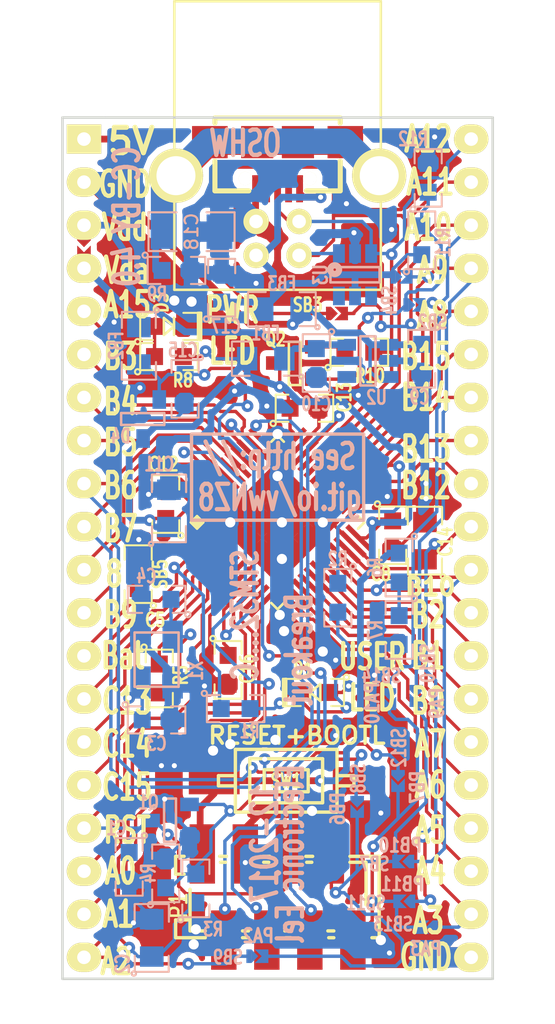
<source format=kicad_pcb>
(kicad_pcb (version 4) (host pcbnew 4.0.6)
  (title_block (title stm32....c-breakout) (comment 1 "CC-BY 4.0") (comment 2 "See http://git.io/vwNZ8"))
  (layers (0 F.Cu signal) (31 B.Cu signal) (34 B.Paste user hide) (35 F.Paste user hide) (36 B.SilkS user) (37 F.SilkS user) (38 B.Mask user) (39 F.Mask user) (44 Edge.Cuts user))
  (net 0 "")
  (net 1 /NRST)
  (net 2 GND)
  (net 3 /BOOT0)
  (net 4 /OSC_IN)
  (net 5 "Net-(C4-Pad1)")
  (net 6 /VBAT)
  (net 7 /PB11)
  (net 8 +5V)
  (net 9 Vdd_Pin)
  (net 10 +3V3)
  (net 11 +3.3VADC)
  (net 12 "Net-(C18-Pad1)")
  (net 13 "Net-(D3-Pad2)")
  (net 14 Vdda_Pin)
  (net 15 /SWDIO)
  (net 16 /SWCLK)
  (net 17 /PB3/SWO)
  (net 18 /UART_TX)
  (net 19 /UART_RX)
  (net 20 /PA15)
  (net 21 /PB4)
  (net 22 /PB5)
  (net 23 /PB6)
  (net 24 /PB7)
  (net 25 /PB8)
  (net 26 /PB9)
  (net 27 /PC13)
  (net 28 /PC14)
  (net 29 /PC15)
  (net 30 /PA0)
  (net 31 /PA1)
  (net 32 /PA2)
  (net 33 /PA3)
  (net 34 /PA4)
  (net 35 /PA5)
  (net 36 /PA6)
  (net 37 /PA7)
  (net 38 /PB0)
  (net 39 /PB1)
  (net 40 /PB2)
  (net 41 /PB10)
  (net 42 /PB12)
  (net 43 /PB13)
  (net 44 /PB14)
  (net 45 /PB15)
  (net 46 /PA8)
  (net 47 /PA9)
  (net 48 /PA10)
  (net 49 /usb/USB_ID)
  (net 50 /Switched)
  (net 51 /OSC_OUT)
  (net 52 /usb/USB_VBUS)
  (net 53 "Net-(D1-Pad1)")
  (net 54 /USB_DM)
  (net 55 /USB_DP)
  (net 56 "Net-(Q2-Pad2)")
  (net 57 /usb/USB_DISC)
  (module modules:SMD0603-wide-C (layer F.Cu) (at 97.409 84.6455 270)
    (fp_text reference C16 (at -0.0635 -1.143 270) (layer F.SilkS) (effects (font (size 0.8 0.6))))
    (fp_text value 10n)
    (pad 1 smd rect (at -0.8509 0 270) (size 1.00076 1.00076) (layers F.Cu F.Paste F.Mask) (net 11 +3.3VADC))
    (pad 2 smd rect (at 0.8509 0 270) (size 1.00076 1.00076) (layers F.Cu F.Paste F.Mask) (net 2 GND))
  )
  (module modules:QFN-48_LQFP-48_Pitch0.5mm (layer F.Cu) (at 100.33 75.946 45)
    (fp_text reference U1 hide)
    (fp_text value STM32F103CB hide)
    (pad 1 smd rect (at -4.05 -2.75 45) (size 2 0.3) (layers F.Cu F.Paste F.Mask) (net 6 /VBAT))
    (pad 2 smd rect (at -4.05 -2.25 45) (size 2 0.3) (layers F.Cu F.Paste F.Mask) (net 27 /PC13))
    (pad 3 smd rect (at -4.05 -1.75 45) (size 2 0.3) (layers F.Cu F.Paste F.Mask) (net 28 /PC14))
    (pad 4 smd rect (at -4.05 -1.25 45) (size 2 0.3) (layers F.Cu F.Paste F.Mask) (net 29 /PC15))
    (pad 5 smd rect (at -4.05 -0.75 45) (size 2 0.3) (layers F.Cu F.Paste F.Mask) (net 4 /OSC_IN))
    (pad 6 smd rect (at -4.05 -0.25 45) (size 2 0.3) (layers F.Cu F.Paste F.Mask) (net 51 /OSC_OUT))
    (pad 7 smd rect (at -4.05 0.25 45) (size 2 0.3) (layers F.Cu F.Paste F.Mask) (net 1 /NRST))
    (pad 8 smd rect (at -4.05 0.75 45) (size 2 0.3) (layers F.Cu F.Paste F.Mask) (net 2 GND))
    (pad 9 smd rect (at -4.05 1.25 45) (size 2 0.3) (layers F.Cu F.Paste F.Mask) (net 11 +3.3VADC))
    (pad 10 smd rect (at -4.05 1.75 45) (size 2 0.3) (layers F.Cu F.Paste F.Mask) (net 30 /PA0))
    (pad 11 smd rect (at -4.05 2.25 45) (size 2 0.3) (layers F.Cu F.Paste F.Mask) (net 31 /PA1))
    (pad 12 smd rect (at -4.05 2.75 45) (size 2 0.3) (layers F.Cu F.Paste F.Mask) (net 32 /PA2))
    (pad 13 smd rect (at -2.75 4.05 135) (size 2 0.3) (layers F.Cu F.Paste F.Mask) (net 33 /PA3))
    (pad 14 smd rect (at -2.25 4.05 135) (size 2 0.3) (layers F.Cu F.Paste F.Mask) (net 34 /PA4))
    (pad 15 smd rect (at -1.75 4.05 135) (size 2 0.3) (layers F.Cu F.Paste F.Mask) (net 35 /PA5))
    (pad 16 smd rect (at -1.25 4.05 135) (size 2 0.3) (layers F.Cu F.Paste F.Mask) (net 36 /PA6))
    (pad 17 smd rect (at -0.75 4.05 135) (size 2 0.3) (layers F.Cu F.Paste F.Mask) (net 37 /PA7))
    (pad 18 smd rect (at -0.25 4.05 135) (size 2 0.3) (layers F.Cu F.Paste F.Mask) (net 38 /PB0))
    (pad 19 smd rect (at 0.25 4.05 135) (size 2 0.3) (layers F.Cu F.Paste F.Mask) (net 39 /PB1))
    (pad 20 smd rect (at 0.75 4.05 135) (size 2 0.3) (layers F.Cu F.Paste F.Mask) (net 40 /PB2))
    (pad 21 smd rect (at 1.25 4.05 135) (size 2 0.3) (layers F.Cu F.Paste F.Mask) (net 41 /PB10))
    (pad 22 smd rect (at 1.75 4.05 135) (size 2 0.3) (layers F.Cu F.Paste F.Mask) (net 7 /PB11))
    (pad 23 smd rect (at 2.25 4.05 135) (size 2 0.3) (layers F.Cu F.Paste F.Mask) (net 2 GND))
    (pad 24 smd rect (at 2.75 4.05 135) (size 2 0.3) (layers F.Cu F.Paste F.Mask) (net 10 +3V3))
    (pad 25 smd rect (at 4.05 2.75 45) (size 2 0.3) (layers F.Cu F.Paste F.Mask) (net 42 /PB12))
    (pad 26 smd rect (at 4.05 2.25 45) (size 2 0.3) (layers F.Cu F.Paste F.Mask) (net 43 /PB13))
    (pad 27 smd rect (at 4.05 1.75 45) (size 2 0.3) (layers F.Cu F.Paste F.Mask) (net 44 /PB14))
    (pad 28 smd rect (at 4.05 1.25 45) (size 2 0.3) (layers F.Cu F.Paste F.Mask) (net 45 /PB15))
    (pad 29 smd rect (at 4.05 0.75 45) (size 2 0.3) (layers F.Cu F.Paste F.Mask) (net 46 /PA8))
    (pad 30 smd rect (at 4.05 0.25 45) (size 2 0.3) (layers F.Cu F.Paste F.Mask) (net 47 /PA9))
    (pad 31 smd rect (at 4.05 -0.25 45) (size 2 0.3) (layers F.Cu F.Paste F.Mask) (net 48 /PA10))
    (pad 32 smd rect (at 4.05 -0.75 45) (size 2 0.3) (layers F.Cu F.Paste F.Mask) (net 54 /USB_DM))
    (pad 33 smd rect (at 4.05 -1.25 45) (size 2 0.3) (layers F.Cu F.Paste F.Mask) (net 55 /USB_DP))
    (pad 34 smd rect (at 4.05 -1.75 45) (size 2 0.3) (layers F.Cu F.Paste F.Mask) (net 15 /SWDIO))
    (pad 35 smd rect (at 4.05 -2.25 45) (size 2 0.3) (layers F.Cu F.Paste F.Mask) (net 2 GND))
    (pad 36 smd rect (at 4.05 -2.75 45) (size 2 0.3) (layers F.Cu F.Paste F.Mask) (net 10 +3V3))
    (pad 37 smd rect (at 2.75 -4.05 135) (size 2 0.3) (layers F.Cu F.Paste F.Mask) (net 16 /SWCLK))
    (pad 38 smd rect (at 2.25 -4.05 135) (size 2 0.3) (layers F.Cu F.Paste F.Mask) (net 20 /PA15))
    (pad 39 smd rect (at 1.75 -4.05 135) (size 2 0.3) (layers F.Cu F.Paste F.Mask) (net 17 /PB3/SWO))
    (pad 40 smd rect (at 1.25 -4.05 135) (size 2 0.3) (layers F.Cu F.Paste F.Mask) (net 21 /PB4))
    (pad 41 smd rect (at 0.75 -4.05 135) (size 2 0.3) (layers F.Cu F.Paste F.Mask) (net 22 /PB5))
    (pad 42 smd rect (at 0.25 -4.05 135) (size 2 0.3) (layers F.Cu F.Paste F.Mask) (net 23 /PB6))
    (pad 43 smd rect (at -0.25 -4.05 135) (size 2 0.3) (layers F.Cu F.Paste F.Mask) (net 24 /PB7))
    (pad 44 smd rect (at -0.75 -4.05 135) (size 2 0.3) (layers F.Cu F.Paste F.Mask) (net 3 /BOOT0))
    (pad 45 smd rect (at -1.25 -4.05 135) (size 2 0.3) (layers F.Cu F.Paste F.Mask) (net 25 /PB8))
    (pad 46 smd rect (at -1.75 -4.05 135) (size 2 0.3) (layers F.Cu F.Paste F.Mask) (net 26 /PB9))
    (pad 47 smd rect (at -2.25 -4.05 135) (size 2 0.3) (layers F.Cu F.Paste F.Mask) (net 2 GND))
    (pad 48 smd rect (at -2.75 -4.05 135) (size 2 0.3) (layers F.Cu F.Paste F.Mask) (net 10 +3V3))
    (pad 49 smd rect (at 1.93125 1.93125 45) (size 1.2875 1.2875) (layers F.Cu F.Paste F.Mask) (net 2 GND))
    (pad 49 smd rect (at 1.93125 0.64375 45) (size 1.2875 1.2875) (layers F.Cu F.Paste F.Mask) (net 2 GND))
    (pad 49 smd rect (at 1.93125 -0.64375 45) (size 1.2875 1.2875) (layers F.Cu F.Paste F.Mask) (net 2 GND))
    (pad 49 smd rect (at 1.93125 -1.93125 45) (size 1.2875 1.2875) (layers F.Cu F.Paste F.Mask) (net 2 GND))
    (pad 49 smd rect (at 0.64375 1.93125 45) (size 1.2875 1.2875) (layers F.Cu F.Paste F.Mask) (net 2 GND))
    (pad 49 smd rect (at 0.64375 0.64375 45) (size 1.2875 1.2875) (layers F.Cu F.Paste F.Mask) (net 2 GND))
    (pad 49 smd rect (at 0.64375 -0.64375 45) (size 1.2875 1.2875) (layers F.Cu F.Paste F.Mask) (net 2 GND))
    (pad 49 smd rect (at 0.64375 -1.93125 45) (size 1.2875 1.2875) (layers F.Cu F.Paste F.Mask) (net 2 GND))
    (pad 49 smd rect (at -0.64375 1.93125 45) (size 1.2875 1.2875) (layers F.Cu F.Paste F.Mask) (net 2 GND))
    (pad 49 smd rect (at -0.64375 0.64375 45) (size 1.2875 1.2875) (layers F.Cu F.Paste F.Mask) (net 2 GND))
    (pad 49 smd rect (at -0.64375 -0.64375 45) (size 1.2875 1.2875) (layers F.Cu F.Paste F.Mask) (net 2 GND))
    (pad 49 smd rect (at -0.64375 -1.93125 45) (size 1.2875 1.2875) (layers F.Cu F.Paste F.Mask) (net 2 GND))
    (pad 49 smd rect (at -1.93125 1.93125 45) (size 1.2875 1.2875) (layers F.Cu F.Paste F.Mask) (net 2 GND))
    (pad 49 smd rect (at -1.93125 0.64375 45) (size 1.2875 1.2875) (layers F.Cu F.Paste F.Mask) (net 2 GND))
    (pad 49 smd rect (at -1.93125 -0.64375 45) (size 1.2875 1.2875) (layers F.Cu F.Paste F.Mask) (net 2 GND))
    (pad 49 smd rect (at -1.93125 -1.93125 45) (size 1.2875 1.2875) (layers F.Cu F.Paste F.Mask) (net 2 GND))
  )
  (module modules:SMD0603-wide-R (layer F.Cu) (at 93.345 85.1535 270)
    (fp_text reference R5 (at -0.1905 -1.27 270) (layer F.SilkS) (effects (font (size 0.8 0.6))))
    (fp_text value 100R)
    (pad 1 smd rect (at -0.8509 0 270) (size 1.00076 1.00076) (layers F.Cu F.Paste F.Mask) (net 51 /OSC_OUT))
    (pad 2 smd rect (at 0.8509 0 270) (size 1.00076 1.00076) (layers F.Cu F.Paste F.Mask) (net 5 "Net-(C4-Pad1)"))
  )
  (module Pin_Headers:Pin_Header_Straight_1x20 (layer F.Cu) (at 88.9 53.34)
    (fp_text reference P2 hide)
    (fp_text value CONN_01X20)
    (pad 1 thru_hole rect (at 0 0) (size 2.032 1.7272) (drill 0.8) (layers *.Cu *.Mask F.SilkS) (net 8 +5V))
    (pad 2 thru_hole oval (at 0 2.54) (size 2.032 1.7272) (drill 0.8) (layers *.Cu *.Mask F.SilkS) (net 2 GND))
    (pad 3 thru_hole oval (at 0 5.08) (size 2.032 1.7272) (drill 0.8) (layers *.Cu *.Mask F.SilkS) (net 9 Vdd_Pin))
    (pad 4 thru_hole oval (at 0 7.62) (size 2.032 1.7272) (drill 0.8) (layers *.Cu *.Mask F.SilkS) (net 14 Vdda_Pin))
    (pad 5 thru_hole oval (at 0 10.16) (size 2.032 1.7272) (drill 0.8) (layers *.Cu *.Mask F.SilkS) (net 20 /PA15))
    (pad 6 thru_hole oval (at 0 12.7) (size 2.032 1.7272) (drill 0.8) (layers *.Cu *.Mask F.SilkS) (net 17 /PB3/SWO))
    (pad 7 thru_hole oval (at 0 15.24) (size 2.032 1.7272) (drill 0.8) (layers *.Cu *.Mask F.SilkS) (net 21 /PB4))
    (pad 8 thru_hole oval (at 0 17.78) (size 2.032 1.7272) (drill 0.8) (layers *.Cu *.Mask F.SilkS) (net 22 /PB5))
    (pad 9 thru_hole oval (at 0 20.32) (size 2.032 1.7272) (drill 0.8) (layers *.Cu *.Mask F.SilkS) (net 23 /PB6))
    (pad 10 thru_hole oval (at 0 22.86) (size 2.032 1.7272) (drill 0.8) (layers *.Cu *.Mask F.SilkS) (net 24 /PB7))
    (pad 11 thru_hole oval (at 0 25.4) (size 2.032 1.7272) (drill 0.8) (layers *.Cu *.Mask F.SilkS) (net 25 /PB8))
    (pad 12 thru_hole oval (at 0 27.94) (size 2.032 1.7272) (drill 0.8) (layers *.Cu *.Mask F.SilkS) (net 26 /PB9))
    (pad 13 thru_hole oval (at 0 30.48) (size 2.032 1.7272) (drill 0.8) (layers *.Cu *.Mask F.SilkS) (net 6 /VBAT))
    (pad 14 thru_hole oval (at 0 33.02) (size 2.032 1.7272) (drill 0.8) (layers *.Cu *.Mask F.SilkS) (net 27 /PC13))
    (pad 15 thru_hole oval (at 0 35.56) (size 2.032 1.7272) (drill 0.8) (layers *.Cu *.Mask F.SilkS) (net 28 /PC14))
    (pad 16 thru_hole oval (at 0 38.1) (size 2.032 1.7272) (drill 0.8) (layers *.Cu *.Mask F.SilkS) (net 29 /PC15))
    (pad 17 thru_hole oval (at 0 40.64) (size 2.032 1.7272) (drill 0.8) (layers *.Cu *.Mask F.SilkS) (net 1 /NRST))
    (pad 18 thru_hole oval (at 0 43.18) (size 2.032 1.7272) (drill 0.8) (layers *.Cu *.Mask F.SilkS) (net 30 /PA0))
    (pad 19 thru_hole oval (at 0 45.72) (size 2.032 1.7272) (drill 0.8) (layers *.Cu *.Mask F.SilkS) (net 31 /PA1))
    (pad 20 thru_hole oval (at 0 48.26) (size 2.032 1.7272) (drill 0.8) (layers *.Cu *.Mask F.SilkS) (net 32 /PA2))
  )
  (module Pin_Headers:Pin_Header_Straight_1x20 (layer F.Cu) (at 111.76 101.6 180)
    (fp_text reference P3 hide)
    (fp_text value CONN_01X20)
    (pad 1 thru_hole oval (at 0 0 180) (size 2.032 1.7272) (drill 0.8) (layers *.Cu *.Mask F.SilkS) (net 2 GND))
    (pad 2 thru_hole oval (at 0 2.54 180) (size 2.032 1.7272) (drill 0.8) (layers *.Cu *.Mask F.SilkS) (net 33 /PA3))
    (pad 3 thru_hole oval (at 0 5.08 180) (size 2.032 1.7272) (drill 0.8) (layers *.Cu *.Mask F.SilkS) (net 34 /PA4))
    (pad 4 thru_hole oval (at 0 7.62 180) (size 2.032 1.7272) (drill 0.8) (layers *.Cu *.Mask F.SilkS) (net 35 /PA5))
    (pad 5 thru_hole oval (at 0 10.16 180) (size 2.032 1.7272) (drill 0.8) (layers *.Cu *.Mask F.SilkS) (net 36 /PA6))
    (pad 6 thru_hole oval (at 0 12.7 180) (size 2.032 1.7272) (drill 0.8) (layers *.Cu *.Mask F.SilkS) (net 37 /PA7))
    (pad 7 thru_hole oval (at 0 15.24 180) (size 2.032 1.7272) (drill 0.8) (layers *.Cu *.Mask F.SilkS) (net 38 /PB0))
    (pad 8 thru_hole oval (at 0 17.78 180) (size 2.032 1.7272) (drill 0.8) (layers *.Cu *.Mask F.SilkS) (net 39 /PB1))
    (pad 9 thru_hole oval (at 0 20.32 180) (size 2.032 1.7272) (drill 0.8) (layers *.Cu *.Mask F.SilkS) (net 40 /PB2))
    (pad 10 thru_hole oval (at 0 22.86 180) (size 2.032 1.7272) (drill 0.8) (layers *.Cu *.Mask F.SilkS) (net 41 /PB10))
    (pad 11 thru_hole oval (at 0 25.4 180) (size 2.032 1.7272) (drill 0.8) (layers *.Cu *.Mask F.SilkS) (net 7 /PB11))
    (pad 12 thru_hole oval (at 0 27.94 180) (size 2.032 1.7272) (drill 0.8) (layers *.Cu *.Mask F.SilkS) (net 42 /PB12))
    (pad 13 thru_hole oval (at 0 30.48 180) (size 2.032 1.7272) (drill 0.8) (layers *.Cu *.Mask F.SilkS) (net 43 /PB13))
    (pad 14 thru_hole oval (at 0 33.02 180) (size 2.032 1.7272) (drill 0.8) (layers *.Cu *.Mask F.SilkS) (net 44 /PB14))
    (pad 15 thru_hole oval (at 0 35.56 180) (size 2.032 1.7272) (drill 0.8) (layers *.Cu *.Mask F.SilkS) (net 45 /PB15))
    (pad 16 thru_hole oval (at 0 38.1 180) (size 2.032 1.7272) (drill 0.8) (layers *.Cu *.Mask F.SilkS) (net 46 /PA8))
    (pad 17 thru_hole oval (at 0 40.64 180) (size 2.032 1.7272) (drill 0.8) (layers *.Cu *.Mask F.SilkS) (net 47 /PA9))
    (pad 18 thru_hole oval (at 0 43.18 180) (size 2.032 1.7272) (drill 0.8) (layers *.Cu *.Mask F.SilkS) (net 48 /PA10))
    (pad 19 thru_hole oval (at 0 45.72 180) (size 2.032 1.7272) (drill 0.8) (layers *.Cu *.Mask F.SilkS) (net 54 /USB_DM))
    (pad 20 thru_hole oval (at 0 48.26 180) (size 2.032 1.7272) (drill 0.8) (layers *.Cu *.Mask F.SilkS) (net 55 /USB_DP))
  )
  (module modules:SMD0603-wide-C (layer B.Cu) (at 91.567 96.266 270)
    (fp_text reference C1 (at -2.286 0.762 360) (layer B.SilkS) (effects (font (size 0.8 0.6)) (justify mirror)))
    (fp_text value 100n)
    (pad 1 smd rect (at -0.8509 0 270) (size 1.00076 1.00076) (layers B.Cu B.Paste B.Mask) (net 1 /NRST))
    (pad 2 smd rect (at 0.8509 0 270) (size 1.00076 1.00076) (layers B.Cu B.Paste B.Mask) (net 2 GND))
  )
  (module modules:SMD0805-wide-C (layer B.Cu) (at 92.9005 100.457 90)
    (fp_text reference C2 (at -1.524 -1.7145 90) (layer B.SilkS) (effects (font (size 0.8 0.6)) (justify mirror)))
    (fp_text value 4.7µF)
    (pad 1 smd rect (at -1.09982 0 90) (size 1.19888 1.397) (layers B.Cu B.Paste B.Mask) (net 3 /BOOT0))
    (pad 2 smd rect (at 1.09982 0 90) (size 1.19888 1.397) (layers B.Cu B.Paste B.Mask) (net 2 GND))
  )
  (module modules:SMD0603-wide-C (layer B.Cu) (at 93.18625 87.59825)
    (fp_text reference C3 (at 0 1.39954) (layer B.SilkS) (effects (font (size 0.8 0.6)) (justify mirror)))
    (fp_text value 20pF)
    (pad 1 smd rect (at -0.8509 0) (size 1.00076 1.00076) (layers B.Cu B.Paste B.Mask) (net 4 /OSC_IN))
    (pad 2 smd rect (at 0.8509 0) (size 1.00076 1.00076) (layers B.Cu B.Paste B.Mask) (net 2 GND))
  )
  (module modules:SMD0603-wide-C (layer B.Cu) (at 93.18625 80.48625 180)
    (fp_text reference C4 (at 0.60325 1.36525 180) (layer B.SilkS) (effects (font (size 0.8 0.6)) (justify mirror)))
    (fp_text value 20pF)
    (pad 1 smd rect (at -0.8509 0 180) (size 1.00076 1.00076) (layers B.Cu B.Paste B.Mask) (net 5 "Net-(C4-Pad1)"))
    (pad 2 smd rect (at 0.8509 0 180) (size 1.00076 1.00076) (layers B.Cu B.Paste B.Mask) (net 2 GND))
  )
  (module modules:SMD0603-wide-C (layer F.Cu) (at 92.1 79 90)
    (fp_text reference C5 (at -2.7 1 180) (layer F.SilkS) (effects (font (size 0.8 0.6))))
    (fp_text value 100n)
    (pad 1 smd rect (at -0.8509 0 90) (size 1.00076 1.00076) (layers F.Cu F.Paste F.Mask) (net 6 /VBAT))
    (pad 2 smd rect (at 0.8509 0 90) (size 1.00076 1.00076) (layers F.Cu F.Paste F.Mask) (net 2 GND))
  )
  (module modules:SMD0805-wide-C (layer F.Cu) (at 109.0295 77.0255 90)
    (fp_text reference C8 (at -1.9685 -2.6035 180) (layer F.SilkS) (effects (font (size 0.8 0.6))))
    (fp_text value 4.7µ)
    (pad 1 smd rect (at -1.09982 0 90) (size 1.19888 1.397) (layers F.Cu F.Paste F.Mask) (net 7 /PB11))
    (pad 2 smd rect (at 1.09982 0 90) (size 1.19888 1.397) (layers F.Cu F.Paste F.Mask) (net 2 GND))
  )
  (module modules:SMD0603-wide-C (layer B.Cu) (at 108.839 66.294 270)
    (fp_text reference C9 (at 2.286 0.127 360) (layer B.SilkS) (effects (font (size 0.8 0.6)) (justify mirror)))
    (fp_text value 1µ)
    (pad 1 smd rect (at -0.8509 0 270) (size 1.00076 1.00076) (layers B.Cu B.Paste B.Mask) (net 8 +5V))
    (pad 2 smd rect (at 0.8509 0 270) (size 1.00076 1.00076) (layers B.Cu B.Paste B.Mask) (net 2 GND))
  )
  (module modules:SMD0603-wide-C (layer B.Cu) (at 102.616 66.548 270)
    (fp_text reference C10 (at 2.413 0 360) (layer B.SilkS) (effects (font (size 0.8 0.6)) (justify mirror)))
    (fp_text value 1µ)
    (pad 1 smd rect (at -0.8509 0 270) (size 1.00076 1.00076) (layers B.Cu B.Paste B.Mask) (net 9 Vdd_Pin))
    (pad 2 smd rect (at 0.8509 0 270) (size 1.00076 1.00076) (layers B.Cu B.Paste B.Mask) (net 2 GND))
  )
  (module modules:SMD0805-wide-C (layer B.Cu) (at 93.9165 75.1205 90)
    (fp_text reference C11 (at 2.6035 -0.5715 180) (layer B.SilkS) (effects (font (size 0.8 0.6)) (justify mirror)))
    (fp_text value 4.7µ)
    (pad 1 smd rect (at -1.09982 0 90) (size 1.19888 1.397) (layers B.Cu B.Paste B.Mask) (net 10 +3V3))
    (pad 2 smd rect (at 1.09982 0 90) (size 1.19888 1.397) (layers B.Cu B.Paste B.Mask) (net 2 GND))
  )
  (module modules:SMD0603-wide-C (layer F.Cu) (at 93.726 74.8665 90)
    (fp_text reference C12 (at 2.3495 -0.127 180) (layer F.SilkS) (effects (font (size 0.8 0.6))))
    (fp_text value 100n)
    (pad 1 smd rect (at -0.8509 0 90) (size 1.00076 1.00076) (layers F.Cu F.Paste F.Mask) (net 10 +3V3))
    (pad 2 smd rect (at 0.8509 0 90) (size 1.00076 1.00076) (layers F.Cu F.Paste F.Mask) (net 2 GND))
  )
  (module modules:SMD0603-wide-C (layer F.Cu) (at 101.9175 69.215)
    (fp_text reference C13 (at 2.3495 -0.635 90) (layer F.SilkS) (effects (font (size 0.8 0.6))))
    (fp_text value 100n)
    (pad 1 smd rect (at -0.8509 0) (size 1.00076 1.00076) (layers F.Cu F.Paste F.Mask) (net 10 +3V3))
    (pad 2 smd rect (at 0.8509 0) (size 1.00076 1.00076) (layers F.Cu F.Paste F.Mask) (net 2 GND))
  )
  (module modules:SMD0603-wide-C (layer F.Cu) (at 107.1245 76.708 270)
    (fp_text reference C14 (at 0.381 -3.1115 450) (layer F.SilkS) (effects (font (size 0.8 0.6))))
    (fp_text value 100n)
    (pad 1 smd rect (at -0.8509 0 270) (size 1.00076 1.00076) (layers F.Cu F.Paste F.Mask) (net 10 +3V3))
    (pad 2 smd rect (at 0.8509 0 270) (size 1.00076 1.00076) (layers F.Cu F.Paste F.Mask) (net 2 GND))
  )
  (module modules:SMD0603-wide-C (layer B.Cu) (at 94.869 68.072 270)
    (fp_text reference C15 (at -2.286 0.127 360) (layer B.SilkS) (effects (font (size 0.8 0.6)) (justify mirror)))
    (fp_text value 1µ)
    (pad 1 smd rect (at -0.8509 0 270) (size 1.00076 1.00076) (layers B.Cu B.Paste B.Mask) (net 11 +3.3VADC))
    (pad 2 smd rect (at 0.8509 0 270) (size 1.00076 1.00076) (layers B.Cu B.Paste B.Mask) (net 2 GND))
  )
  (module modules:SMD0603-wide-C (layer B.Cu) (at 97.028 62.103 90)
    (fp_text reference C17 (at -2.286 0.254 180) (layer B.SilkS) (effects (font (size 0.8 0.6)) (justify mirror)))
    (fp_text value 10n)
    (pad 1 smd rect (at -0.8509 0 90) (size 1.00076 1.00076) (layers B.Cu B.Paste B.Mask) (net 52 /usb/USB_VBUS))
    (pad 2 smd rect (at 0.8509 0 90) (size 1.00076 1.00076) (layers B.Cu B.Paste B.Mask) (net 2 GND))
  )
  (module modules:SMD1206-wide (layer B.Cu) (at 95.25 58.801)
    (fp_text reference C18 (at 0 0 270) (layer B.SilkS) (effects (font (size 0.762 0.762) (thickness 0.127)) (justify mirror)))
    (fp_text value "1n 2KV" hide)
    (pad 1 smd rect (at -1.651 0) (size 1.524 2.032) (layers B.Cu B.Paste B.Mask) (net 12 "Net-(C18-Pad1)"))
    (pad 2 smd rect (at 1.651 0) (size 1.524 2.032) (layers B.Cu B.Paste B.Mask) (net 2 GND))
  )
  (module Connectors_Micro-MaTch:Conn-Micromatch-SMD-8 (layer F.Cu) (at 100.33 98.044 180)
    (fp_text reference P1 (at 5.842 -0.508 270) (layer F.SilkS) (effects (font (size 1 0.8))))
    (fp_text value MicroMatch_8pin)
    (pad 5 smd rect (at -0.635 2.54 270) (size 3.49758 1.4986) (layers F.Cu F.Paste F.Mask) (net 1 /NRST))
    (pad 4 smd rect (at 0.635 -2.54 270) (size 3.49758 1.4986) (layers F.Cu F.Paste F.Mask) (net 15 /SWDIO))
    (pad 1 smd rect (at 4.445 2.54 270) (size 3.49758 1.4986) (layers F.Cu F.Paste F.Mask) (net 10 +3V3))
    (pad 2 smd rect (at 3.175 -2.54 270) (size 3.49758 1.4986) (layers F.Cu F.Paste F.Mask) (net 16 /SWCLK))
    (pad 3 smd rect (at 1.905 2.54 270) (size 3.49758 1.4986) (layers F.Cu F.Paste F.Mask) (net 2 GND))
    (pad 6 smd rect (at -1.905 -2.54 270) (size 3.49758 1.4986) (layers F.Cu F.Paste F.Mask) (net 17 /PB3/SWO))
    (pad 7 smd rect (at -3.175 2.54 270) (size 3.49758 1.4986) (layers F.Cu F.Paste F.Mask) (net 18 /UART_TX))
    (pad 8 smd rect (at -4.445 -2.54 270) (size 3.49758 1.4986) (layers F.Cu F.Paste F.Mask) (net 19 /UART_RX))
  )
  (module modules:SMD0603-wide-R (layer B.Cu) (at 97.8535 86.9315)
    (fp_text reference R1 (at 0.8255 1.3335) (layer B.SilkS) (effects (font (size 0.8 0.6)) (justify mirror)))
    (fp_text value 1K)
    (pad 1 smd rect (at -0.8509 0) (size 1.00076 1.00076) (layers B.Cu B.Paste B.Mask) (net 27 /PC13))
    (pad 2 smd rect (at 0.8509 0) (size 1.00076 1.00076) (layers B.Cu B.Paste B.Mask) (net 53 "Net-(D1-Pad1)"))
  )
  (module modules:SMD0603-wide-R (layer B.Cu) (at 103.886 80.391 270)
    (fp_text reference R2 (at -2.286 0 360) (layer B.SilkS) (effects (font (size 0.8 0.6)) (justify mirror)))
    (fp_text value 1K)
    (pad 1 smd rect (at -0.8509 0 270) (size 1.00076 1.00076) (layers B.Cu B.Paste B.Mask) (net 43 /PB13))
    (pad 2 smd rect (at 0.8509 0 270) (size 1.00076 1.00076) (layers B.Cu B.Paste B.Mask) (net 53 "Net-(D1-Pad1)"))
  )
  (module modules:SMD0603-wide-R (layer B.Cu) (at 95.504 97.536 90)
    (fp_text reference R3 (at -2.413 1.016 180) (layer B.SilkS) (effects (font (size 0.8 0.6)) (justify mirror)))
    (fp_text value 820K)
    (pad 1 smd rect (at -0.8509 0 90) (size 1.00076 1.00076) (layers B.Cu B.Paste B.Mask) (net 3 /BOOT0))
    (pad 2 smd rect (at 0.8509 0 90) (size 1.00076 1.00076) (layers B.Cu B.Paste B.Mask) (net 50 /Switched))
  )
  (module modules:SMD0603-wide-R (layer B.Cu) (at 93.726 96.647 90)
    (fp_text reference R4 (at 0 -1.016 270) (layer B.SilkS) (effects (font (size 0.8 0.6)) (justify mirror)))
    (fp_text value 10K)
    (pad 1 smd rect (at -0.8509 0 90) (size 1.00076 1.00076) (layers B.Cu B.Paste B.Mask) (net 50 /Switched))
    (pad 2 smd rect (at 0.8509 0 90) (size 1.00076 1.00076) (layers B.Cu B.Paste B.Mask) (net 2 GND))
  )
  (module modules:SMD0603-wide-R (layer B.Cu) (at 107.5055 78.613 270)
    (fp_text reference R6 (at 0 1.39954 270) (layer B.SilkS) (effects (font (size 0.8 0.6)) (justify mirror)))
    (fp_text value 10K)
    (pad 1 smd rect (at -0.8509 0 270) (size 1.00076 1.00076) (layers B.Cu B.Paste B.Mask) (net 10 +3V3))
    (pad 2 smd rect (at 0.8509 0 270) (size 1.00076 1.00076) (layers B.Cu B.Paste B.Mask) (net 40 /PB2))
  )
  (module modules:SMD0603-wide-R (layer B.Cu) (at 107.5055 82.296 270)
    (fp_text reference R7 (at 0 1.39954 270) (layer B.SilkS) (effects (font (size 0.8 0.6)) (justify mirror)))
    (fp_text value 10K)
    (pad 1 smd rect (at -0.8509 0 270) (size 1.00076 1.00076) (layers B.Cu B.Paste B.Mask) (net 40 /PB2))
    (pad 2 smd rect (at 0.8509 0 270) (size 1.00076 1.00076) (layers B.Cu B.Paste B.Mask) (net 2 GND))
  )
  (module modules:SMD0603-wide-R (layer F.Cu) (at 93.9165 66.167)
    (fp_text reference R8 (at 0.8255 1.397) (layer F.SilkS) (effects (font (size 0.8 0.6))))
    (fp_text value 1K)
    (pad 1 smd rect (at -0.8509 0) (size 1.00076 1.00076) (layers F.Cu F.Paste F.Mask) (net 13 "Net-(D3-Pad2)"))
    (pad 2 smd rect (at 0.8509 0) (size 1.00076 1.00076) (layers F.Cu F.Paste F.Mask) (net 10 +3V3))
  )
  (module modules:SMD0603-wide-R (layer F.Cu) (at 105.156 65.913)
    (fp_text reference R10 (at 0.635 1.397) (layer F.SilkS) (effects (font (size 0.8 0.6))))
    (fp_text value 1.5K)
    (pad 1 smd rect (at -0.8509 0) (size 1.00076 1.00076) (layers F.Cu F.Paste F.Mask) (net 56 "Net-(Q2-Pad2)"))
    (pad 2 smd rect (at 0.8509 0) (size 1.00076 1.00076) (layers F.Cu F.Paste F.Mask) (net 55 /USB_DP))
  )
  (module modules:Push-Button-SMD-6.0x3.5mm (layer F.Cu) (at 100.838 91.186)
    (fp_text reference SW1 (at 0 0) (layer F.SilkS) (effects (font (size 0.8 0.6))))
    (fp_text value SW_PUSH)
    (pad 1 smd rect (at -4.25 0) (size 3 1.6) (layers F.Cu F.Paste F.Mask) (net 10 +3V3))
    (pad 2 smd rect (at 4.25 0) (size 3 1.6) (layers F.Cu F.Paste F.Mask) (net 50 /Switched))
  )
  (module modules:SOT-23-6 (layer B.Cu) (at 104.902 61.341 270)
    (fp_text reference U3 (at 0 2.032 270) (layer B.SilkS) (effects (font (size 0.8 0.6)) (justify mirror)))
    (fp_text value IP4220CZ6)
    (pad 1 smd rect (at -1.25 0.95 270) (size 1.1 0.7) (layers B.Cu B.Paste B.Mask) (net 54 /USB_DM))
    (pad 2 smd rect (at -1.25 0 270) (size 1.1 0.7) (layers B.Cu B.Paste B.Mask) (net 2 GND))
    (pad 3 smd rect (at -1.25 -0.95 270) (size 1.1 0.7) (layers B.Cu B.Paste B.Mask) (net 55 /USB_DP))
    (pad 4 smd rect (at 1.25 -0.95 270) (size 1.1 0.7) (layers B.Cu B.Paste B.Mask))
    (pad 5 smd rect (at 1.25 0 270) (size 1.1 0.7) (layers B.Cu B.Paste B.Mask) (net 52 /usb/USB_VBUS))
    (pad 6 smd rect (at 1.25 0.95 270) (size 1.1 0.7) (layers B.Cu B.Paste B.Mask))
  )
  (module modules:USB_B-THT (layer F.Cu) (at 100.33 55.499 180)
    (fp_text reference P4 hide)
    (fp_text value USB_B)
    (pad 1 thru_hole circle (at 1.27 -4.699 180) (size 1.5 1.5) (drill 0.8) (layers *.Cu *.Mask F.SilkS) (net 52 /usb/USB_VBUS))
    (pad 2 thru_hole circle (at -1.27 -4.699 180) (size 1.5 1.5) (drill 0.8) (layers *.Cu *.Mask F.SilkS) (net 54 /USB_DM))
    (pad 3 thru_hole circle (at -1.27 -2.70002 180) (size 1.5 1.5) (drill 0.8) (layers *.Cu *.Mask F.SilkS) (net 55 /USB_DP))
    (pad 4 thru_hole circle (at 1.27 -2.70002 180) (size 1.5 1.5) (drill 0.8) (layers *.Cu *.Mask F.SilkS) (net 2 GND))
    (pad 5 thru_hole circle (at 6 0 180) (size 3.2 3.2) (drill 2.3) (layers *.Cu *.Mask F.SilkS) (net 12 "Net-(C18-Pad1)"))
    (pad 5 thru_hole circle (at -6 0 180) (size 3.2 3.2) (drill 2.3) (layers *.Cu *.Mask F.SilkS) (net 12 "Net-(C18-Pad1)"))
  )
  (module modules:Micro-USB-AB-receptacle-SMT (layer F.Cu) (at 100.33 52.07 180)
    (fp_text reference P5 hide)
    (fp_text value USB_OTG hide)
    (pad 6 smd rect (at 1.2 -1.45 180) (size 1.9 1.9) (layers F.Cu F.Paste F.Mask) (net 12 "Net-(C18-Pad1)"))
    (pad 6 smd rect (at -1.2 -1.45 180) (size 1.9 1.9) (layers F.Cu F.Paste F.Mask) (net 12 "Net-(C18-Pad1)"))
    (pad 6 smd rect (at 4 -1.45 180) (size 2.1 1.9) (layers F.Cu F.Paste F.Mask) (net 12 "Net-(C18-Pad1)"))
    (pad 6 smd rect (at -4 -1.45 180) (size 2.1 1.9) (layers F.Cu F.Paste F.Mask) (net 12 "Net-(C18-Pad1)"))
    (pad 1 smd rect (at -1.3 -4.2 180) (size 0.4 1.6) (layers F.Cu F.Paste F.Mask) (net 52 /usb/USB_VBUS))
    (pad 2 smd rect (at -0.65 -4.2 180) (size 0.4 1.6) (layers F.Cu F.Paste F.Mask) (net 54 /USB_DM))
    (pad 5 smd rect (at 1.3 -4.2 180) (size 0.4 1.6) (layers F.Cu F.Paste F.Mask) (net 2 GND))
    (pad 4 smd rect (at 0.65 -4.2 180) (size 0.4 1.6) (layers F.Cu F.Paste F.Mask) (net 49 /usb/USB_ID))
    (pad 3 smd rect (at 0 -4.2 180) (size 0.4 1.6) (layers F.Cu F.Paste F.Mask) (net 55 /USB_DP))
    (pad "" np_thru_hole circle (at 1.9 -3.6 180) (size 0.8 0.8) (drill 0.8) (layers *.Cu *.Mask F.SilkS))
    (pad "" np_thru_hole circle (at -1.9 -3.6 180) (size 0.8 0.8) (drill 0.8) (layers *.Cu *.Mask F.SilkS))
  )
  (module modules:SMD0603-wide-R (layer B.Cu) (at 94.361 61.087)
    (fp_text reference R9 (at -1.143 1.397) (layer B.SilkS) (effects (font (size 0.8 0.6)) (justify mirror)))
    (fp_text value 1M)
    (pad 1 smd rect (at -0.8509 0) (size 1.00076 1.00076) (layers B.Cu B.Paste B.Mask) (net 12 "Net-(C18-Pad1)"))
    (pad 2 smd rect (at 0.8509 0) (size 1.00076 1.00076) (layers B.Cu B.Paste B.Mask) (net 2 GND))
  )
  (module modules:SMD0603-wide-diode (layer F.Cu) (at 102.5525 85.979 180)
    (fp_text reference D1 (at 0.6985 1.397 180) (layer F.SilkS) (effects (font (size 0.8 0.6))))
    (fp_text value USER_LED)
    (pad 2 smd rect (at -0.8509 0 180) (size 1.00076 1.00076) (layers F.Cu F.Paste F.Mask) (net 10 +3V3))
    (pad 1 smd rect (at 0.8509 0 180) (size 1.00076 1.00076) (layers F.Cu F.Paste F.Mask) (net 53 "Net-(D1-Pad1)"))
  )
  (module modules:SMD0603-wide-diode (layer F.Cu) (at 93.9165 64.389)
    (fp_text reference D3 (at -0.4445 -1.397 90) (layer F.SilkS) (effects (font (size 0.8 0.6))))
    (fp_text value green)
    (pad 2 smd rect (at -0.8509 0) (size 1.00076 1.00076) (layers F.Cu F.Paste F.Mask) (net 13 "Net-(D3-Pad2)"))
    (pad 1 smd rect (at 0.8509 0) (size 1.00076 1.00076) (layers F.Cu F.Paste F.Mask) (net 2 GND))
  )
  (module modules:SOT-23 (layer B.Cu) (at 93.98 93.5355 270)
    (fp_text reference Q1 (at -1.0795 1.27 540) (layer B.SilkS) (effects (font (size 0.8 0.6)) (justify mirror)))
    (fp_text value BSS138)
    (pad 3 smd rect (at 0 1.15 270) (size 0.8001 1.1) (layers B.Cu B.Paste B.Mask) (net 1 /NRST))
    (pad 2 smd rect (at 0.9525 -1.15 270) (size 0.8001 1.1) (layers B.Cu B.Paste B.Mask) (net 2 GND))
    (pad 1 smd rect (at -0.9525 -1.15 270) (size 0.8001 1.1) (layers B.Cu B.Paste B.Mask) (net 50 /Switched))
  )
  (module modules:SOT-23 (layer B.Cu) (at 92.3925 69.85)
    (fp_text reference D4 (at -1.3335 1.016) (layer B.SilkS) (effects (font (size 0.8 0.6)) (justify mirror)))
    (fp_text value BAT54S)
    (pad 3 smd rect (at 0 1.15) (size 0.8001 1.1) (layers B.Cu B.Paste B.Mask) (net 10 +3V3))
    (pad 2 smd rect (at 0.9525 -1.15) (size 0.8001 1.1) (layers B.Cu B.Paste B.Mask) (net 11 +3.3VADC))
    (pad 1 smd rect (at -0.9525 -1.15) (size 0.8001 1.1) (layers B.Cu B.Paste B.Mask) (net 2 GND))
  )
  (module modules:SOT-23-5 (layer B.Cu) (at 105.664 66.421 180)
    (fp_text reference U2 (at -0.508 -2.159 360) (layer B.SilkS) (effects (font (size 0.8 0.6)) (justify mirror)))
    (fp_text value XC6204B332MR)
    (pad 1 smd rect (at -1.25 0.95 180) (size 1.1 0.7) (layers B.Cu B.Paste B.Mask) (net 8 +5V))
    (pad 2 smd rect (at -1.25 0 180) (size 1.1 0.7) (layers B.Cu B.Paste B.Mask) (net 2 GND))
    (pad 3 smd rect (at -1.25 -0.95 180) (size 1.1 0.7) (layers B.Cu B.Paste B.Mask) (net 8 +5V))
    (pad 4 smd rect (at 1.25 -0.95 180) (size 1.1 0.7) (layers B.Cu B.Paste B.Mask))
    (pad 5 smd rect (at 1.25 0.95 180) (size 1.1 0.7) (layers B.Cu B.Paste B.Mask) (net 9 Vdd_Pin))
  )
  (module modules:smd-xtal-3225 (layer B.Cu) (at 93.18625 84.04225 90)
    (fp_text reference X1 (at -0.66675 2.31775 90) (layer B.SilkS) (effects (font (size 0.8 0.6)) (justify mirror)))
    (fp_text value 12MHz)
    (pad 1 smd rect (at -1.35 -0.95 90) (size 1.9 1.2) (layers B.Cu B.Paste B.Mask) (net 4 /OSC_IN))
    (pad 3 smd rect (at 1.35 -0.95 90) (size 1.9 1.2) (layers B.Cu B.Paste B.Mask) (net 2 GND))
    (pad 3 smd rect (at -1.35 0.95 90) (size 1.9 1.2) (layers B.Cu B.Paste B.Mask) (net 2 GND))
    (pad 2 smd rect (at 1.35 0.95 90) (size 1.9 1.2) (layers B.Cu B.Paste B.Mask) (net 5 "Net-(C4-Pad1)"))
  )
  (module modules:SMD0805-wide (layer B.Cu) (at 100.584 63.373 180)
    (fp_text reference FB3 (at 0 1.50114 180) (layer B.SilkS) (effects (font (size 0.8 0.6)) (justify mirror)))
    (fp_text value FILTER)
    (pad 1 smd rect (at -1.09982 0 180) (size 1.19888 1.397) (layers B.Cu B.Paste B.Mask) (net 8 +5V))
    (pad 2 smd rect (at 1.09982 0 180) (size 1.19888 1.397) (layers B.Cu B.Paste B.Mask) (net 52 /usb/USB_VBUS))
  )
  (module modules:SMD0805-wide (layer B.Cu) (at 92.1385 65.532 270)
    (fp_text reference FB2 (at 0 1.3335 270) (layer B.SilkS) (effects (font (size 0.8 0.6)) (justify mirror)))
    (fp_text value FILTER)
    (pad 1 smd rect (at -1.09982 0 270) (size 1.19888 1.397) (layers B.Cu B.Paste B.Mask) (net 14 Vdda_Pin))
    (pad 2 smd rect (at 1.09982 0 270) (size 1.19888 1.397) (layers B.Cu B.Paste B.Mask) (net 11 +3.3VADC))
  )
  (module modules:SMD0805-wide (layer B.Cu) (at 99.6315 66.294 180)
    (fp_text reference FB1 (at 0 1.50114 180) (layer B.SilkS) (effects (font (size 0.8 0.6)) (justify mirror)))
    (fp_text value FILTER)
    (pad 1 smd rect (at -1.09982 0 180) (size 1.19888 1.397) (layers B.Cu B.Paste B.Mask) (net 9 Vdd_Pin))
    (pad 2 smd rect (at 1.09982 0 180) (size 1.19888 1.397) (layers B.Cu B.Paste B.Mask) (net 10 +3V3))
  )
  (module modules:Solderbridge (layer B.Cu) (at 106.934 86.4235 270)
    (fp_text reference SB14 (at -1.4235 0.484 360) (layer B.SilkS) (effects (font (size 0.8 0.6)) (justify mirror)))
    (fp_text value Solderbridge)
    (pad 1 smd rect (at -0.55 0 270) (size 0.3 0.8) (layers B.Cu B.Paste B.Mask) (net 48 /PA10))
    (pad 2 smd rect (at 0.4 0 270) (size 0.4 0.8) (layers B.Cu B.Paste B.Mask) (net 19 /UART_RX))
    (pad 1 smd trapezoid (at -0.2 0 270) (size 0.4 0.4) (rect_delta 0.3999 0) (layers B.Cu B.Paste B.Mask) (net 48 /PA10))
    (pad 2 smd trapezoid (at 0.1 0.3 225) (size 0.2828 0.2828) (rect_delta 0.2827 0) (layers B.Cu B.Paste B.Mask) (net 19 /UART_RX))
    (pad 2 smd trapezoid (at 0.1 -0.3 315) (size 0.2828 0.2828) (rect_delta 0.2827 0) (layers B.Cu B.Paste B.Mask) (net 19 /UART_RX))
  )
  (module modules:Solderbridge (layer B.Cu) (at 109.093 99.822 180)
    (fp_text reference SB13 (at 1.943 0.172 360) (layer B.SilkS) (effects (font (size 0.8 0.6)) (justify mirror)))
    (fp_text value Solderbridge)
    (pad 1 smd rect (at -0.55 0 180) (size 0.3 0.8) (layers B.Cu B.Paste B.Mask) (net 33 /PA3))
    (pad 2 smd rect (at 0.4 0 180) (size 0.4 0.8) (layers B.Cu B.Paste B.Mask) (net 19 /UART_RX))
    (pad 1 smd trapezoid (at -0.2 0 180) (size 0.4 0.4) (rect_delta 0.3999 0) (layers B.Cu B.Paste B.Mask) (net 33 /PA3))
    (pad 2 smd trapezoid (at 0.1 0.3 135) (size 0.2828 0.2828) (rect_delta 0.2827 0) (layers B.Cu B.Paste B.Mask) (net 19 /UART_RX))
    (pad 2 smd trapezoid (at 0.1 -0.3 225) (size 0.2828 0.2828) (rect_delta 0.2827 0) (layers B.Cu B.Paste B.Mask) (net 19 /UART_RX))
  )
  (module modules:Solderbridge (layer B.Cu) (at 107.442 91.2495 270)
    (fp_text reference SB12 (at -1.9995 -0.058 450) (layer B.SilkS) (effects (font (size 0.8 0.6)) (justify mirror)))
    (fp_text value Solderbridge)
    (pad 1 smd rect (at -0.55 0 270) (size 0.3 0.8) (layers B.Cu B.Paste B.Mask) (net 24 /PB7))
    (pad 2 smd rect (at 0.4 0 270) (size 0.4 0.8) (layers B.Cu B.Paste B.Mask) (net 19 /UART_RX))
    (pad 1 smd trapezoid (at -0.2 0 270) (size 0.4 0.4) (rect_delta 0.3999 0) (layers B.Cu B.Paste B.Mask) (net 24 /PB7))
    (pad 2 smd trapezoid (at 0.1 0.3 225) (size 0.2828 0.2828) (rect_delta 0.2827 0) (layers B.Cu B.Paste B.Mask) (net 19 /UART_RX))
    (pad 2 smd trapezoid (at 0.1 -0.3 315) (size 0.2828 0.2828) (rect_delta 0.2827 0) (layers B.Cu B.Paste B.Mask) (net 19 /UART_RX))
  )
  (module modules:Solderbridge (layer B.Cu) (at 107.7595 98.298 180)
    (fp_text reference SB11 (at 2.2095 -0.102 360) (layer B.SilkS) (effects (font (size 0.8 0.6)) (justify mirror)))
    (fp_text value Solderbridge)
    (pad 1 smd rect (at -0.55 0 180) (size 0.3 0.8) (layers B.Cu B.Paste B.Mask) (net 7 /PB11))
    (pad 2 smd rect (at 0.4 0 180) (size 0.4 0.8) (layers B.Cu B.Paste B.Mask) (net 19 /UART_RX))
    (pad 1 smd trapezoid (at -0.2 0 180) (size 0.4 0.4) (rect_delta 0.3999 0) (layers B.Cu B.Paste B.Mask) (net 7 /PB11))
    (pad 2 smd trapezoid (at 0.1 0.3 135) (size 0.2828 0.2828) (rect_delta 0.2827 0) (layers B.Cu B.Paste B.Mask) (net 19 /UART_RX))
    (pad 2 smd trapezoid (at 0.1 -0.3 225) (size 0.2828 0.2828) (rect_delta 0.2827 0) (layers B.Cu B.Paste B.Mask) (net 19 /UART_RX))
  )
  (module modules:Solderbridge (layer B.Cu) (at 108.5215 86.233 270)
    (fp_text reference SB10 (at -1.983 -0.6785 450) (layer B.SilkS) (effects (font (size 0.8 0.6)) (justify mirror)))
    (fp_text value Solderbridge)
    (pad 1 smd rect (at -0.55 0 270) (size 0.3 0.8) (layers B.Cu B.Paste B.Mask) (net 47 /PA9))
    (pad 2 smd rect (at 0.4 0 270) (size 0.4 0.8) (layers B.Cu B.Paste B.Mask) (net 18 /UART_TX))
    (pad 1 smd trapezoid (at -0.2 0 270) (size 0.4 0.4) (rect_delta 0.3999 0) (layers B.Cu B.Paste B.Mask) (net 47 /PA9))
    (pad 2 smd trapezoid (at 0.1 0.3 225) (size 0.2828 0.2828) (rect_delta 0.2827 0) (layers B.Cu B.Paste B.Mask) (net 18 /UART_TX))
    (pad 2 smd trapezoid (at 0.1 -0.3 315) (size 0.2828 0.2828) (rect_delta 0.2827 0) (layers B.Cu B.Paste B.Mask) (net 18 /UART_TX))
  )
  (module modules:Solderbridge (layer B.Cu) (at 99.187 101.5365)
    (fp_text reference SB9 (at -1.787 0.0635 180) (layer B.SilkS) (effects (font (size 0.8 0.6)) (justify mirror)))
    (fp_text value Solderbridge)
    (pad 1 smd rect (at -0.55 0) (size 0.3 0.8) (layers B.Cu B.Paste B.Mask) (net 32 /PA2))
    (pad 2 smd rect (at 0.4 0) (size 0.4 0.8) (layers B.Cu B.Paste B.Mask) (net 18 /UART_TX))
    (pad 1 smd trapezoid (at -0.2 0) (size 0.4 0.4) (rect_delta 0.3999 0) (layers B.Cu B.Paste B.Mask) (net 32 /PA2))
    (pad 2 smd trapezoid (at 0.1 0.3 315) (size 0.2828 0.2828) (rect_delta 0.2827 0) (layers B.Cu B.Paste B.Mask) (net 18 /UART_TX))
    (pad 2 smd trapezoid (at 0.1 -0.3 45) (size 0.2828 0.2828) (rect_delta 0.2827 0) (layers B.Cu B.Paste B.Mask) (net 18 /UART_TX))
  )
  (module modules:Solderbridge (layer B.Cu) (at 105.029 92.7735 270)
    (fp_text reference SB8 (at -1.7235 -0.071 450) (layer B.SilkS) (effects (font (size 0.8 0.6)) (justify mirror)))
    (fp_text value Solderbridge)
    (pad 1 smd rect (at -0.55 0 270) (size 0.3 0.8) (layers B.Cu B.Paste B.Mask) (net 23 /PB6))
    (pad 2 smd rect (at 0.4 0 270) (size 0.4 0.8) (layers B.Cu B.Paste B.Mask) (net 18 /UART_TX))
    (pad 1 smd trapezoid (at -0.2 0 270) (size 0.4 0.4) (rect_delta 0.3999 0) (layers B.Cu B.Paste B.Mask) (net 23 /PB6))
    (pad 2 smd trapezoid (at 0.1 0.3 225) (size 0.2828 0.2828) (rect_delta 0.2827 0) (layers B.Cu B.Paste B.Mask) (net 18 /UART_TX))
    (pad 2 smd trapezoid (at 0.1 -0.3 315) (size 0.2828 0.2828) (rect_delta 0.2827 0) (layers B.Cu B.Paste B.Mask) (net 18 /UART_TX))
  )
  (module modules:Solderbridge (layer B.Cu) (at 107.696 95.9485 180)
    (fp_text reference SB7 (at 1.646 -0.1515 360) (layer B.SilkS) (effects (font (size 0.8 0.6)) (justify mirror)))
    (fp_text value Solderbridge)
    (pad 1 smd rect (at -0.55 0 180) (size 0.3 0.8) (layers B.Cu B.Paste B.Mask) (net 41 /PB10))
    (pad 2 smd rect (at 0.4 0 180) (size 0.4 0.8) (layers B.Cu B.Paste B.Mask) (net 18 /UART_TX))
    (pad 1 smd trapezoid (at -0.2 0 180) (size 0.4 0.4) (rect_delta 0.3999 0) (layers B.Cu B.Paste B.Mask) (net 41 /PB10))
    (pad 2 smd trapezoid (at 0.1 0.3 135) (size 0.2828 0.2828) (rect_delta 0.2827 0) (layers B.Cu B.Paste B.Mask) (net 18 /UART_TX))
    (pad 2 smd trapezoid (at 0.1 -0.3 225) (size 0.2828 0.2828) (rect_delta 0.2827 0) (layers B.Cu B.Paste B.Mask) (net 18 /UART_TX))
  )
  (module modules:Solderbridge (layer B.Cu) (at 107.696 61.468)
    (fp_text reference SB4 (at -0.762 1.397 270) (layer B.SilkS) (effects (font (size 0.8 0.6)) (justify mirror)))
    (fp_text value Solderbridge)
    (pad 1 smd rect (at -0.55 0) (size 0.3 0.8) (layers B.Cu B.Paste B.Mask) (net 52 /usb/USB_VBUS))
    (pad 2 smd rect (at 0.4 0) (size 0.4 0.8) (layers B.Cu B.Paste B.Mask) (net 47 /PA9))
    (pad 1 smd trapezoid (at -0.2 0) (size 0.4 0.4) (rect_delta 0.3999 0) (layers B.Cu B.Paste B.Mask) (net 52 /usb/USB_VBUS))
    (pad 2 smd trapezoid (at 0.1 0.3 315) (size 0.2828 0.2828) (rect_delta 0.2827 0) (layers B.Cu B.Paste B.Mask) (net 47 /PA9))
    (pad 2 smd trapezoid (at 0.1 -0.3 45) (size 0.2828 0.2828) (rect_delta 0.2827 0) (layers B.Cu B.Paste B.Mask) (net 47 /PA9))
  )
  (module modules:Solderbridge (layer F.Cu) (at 103.886 63.627)
    (fp_text reference SB3 (at -1.778 -0.508 180) (layer F.SilkS) (effects (font (size 0.8 0.6))))
    (fp_text value Solderbridge)
    (pad 1 smd rect (at -0.55 0) (size 0.3 0.8) (layers F.Cu F.Paste F.Mask) (net 49 /usb/USB_ID))
    (pad 2 smd rect (at 0.4 0) (size 0.4 0.8) (layers F.Cu F.Paste F.Mask) (net 48 /PA10))
    (pad 1 smd trapezoid (at -0.2 0) (size 0.4 0.4) (rect_delta 0.3999 0) (layers F.Cu F.Paste F.Mask) (net 49 /usb/USB_ID))
    (pad 2 smd trapezoid (at 0.1 -0.3 45) (size 0.2828 0.2828) (rect_delta 0.2827 0) (layers F.Cu F.Paste F.Mask) (net 48 /PA10))
    (pad 2 smd trapezoid (at 0.1 0.3 315) (size 0.2828 0.2828) (rect_delta 0.2827 0) (layers F.Cu F.Paste F.Mask) (net 48 /PA10))
  )
  (module modules:SOT-23 (layer F.Cu) (at 101.346 66.548 90)
    (fp_text reference Q2 (at 1.397 -1.143 180) (layer F.SilkS) (effects (font (size 0.8 0.6))))
    (fp_text value BC817)
    (pad 3 smd rect (at 0 -1.15 90) (size 0.8001 1.1) (layers F.Cu F.Paste F.Mask) (net 10 +3V3))
    (pad 2 smd rect (at 0.9525 1.15 90) (size 0.8001 1.1) (layers F.Cu F.Paste F.Mask) (net 56 "Net-(Q2-Pad2)"))
    (pad 1 smd rect (at -0.9525 1.15 90) (size 0.8001 1.1) (layers F.Cu F.Paste F.Mask) (net 57 /usb/USB_DISC))
  )
  (module modules:SMD0603-wide-R (layer B.Cu) (at 108.839 59.309 90)
    (fp_text reference R11 (at -0.127 1.27 90) (layer B.SilkS) (effects (font (size 0.8 0.6)) (justify mirror)))
    (fp_text value 10K)
    (pad 1 smd rect (at -0.8509 0 90) (size 1.00076 1.00076) (layers B.Cu B.Paste B.Mask) (net 52 /usb/USB_VBUS))
    (pad 2 smd rect (at 0.8509 0 90) (size 1.00076 1.00076) (layers B.Cu B.Paste B.Mask) (net 57 /usb/USB_DISC))
  )
  (module modules:SMD0603-wide-R (layer B.Cu) (at 109.22 55.626 90)
    (fp_text reference R12 (at 2.286 -0.889 180) (layer B.SilkS) (effects (font (size 0.8 0.6)) (justify mirror)))
    (fp_text value 36K)
    (pad 1 smd rect (at -0.8509 0 90) (size 1.00076 1.00076) (layers B.Cu B.Paste B.Mask) (net 57 /usb/USB_DISC))
    (pad 2 smd rect (at 0.8509 0 90) (size 1.00076 1.00076) (layers B.Cu B.Paste B.Mask) (net 2 GND))
  )
  (module modules:Solderbridge-wide (layer F.Cu) (at 88.9 59.817 270)
    (fp_text reference SB1 hide)
    (fp_text value Solderbridge)
    (pad 1 smd rect (at -0.65 0 270) (size 0.3 0.8) (layers F.Cu F.Paste F.Mask) (net 9 Vdd_Pin))
    (pad 2 smd rect (at 0.4 0 270) (size 0.4 0.8) (layers F.Cu F.Paste F.Mask) (net 14 Vdda_Pin))
    (pad 1 smd trapezoid (at -0.3 0 270) (size 0.4 0.4) (rect_delta 0.3999 0) (layers F.Cu F.Paste F.Mask) (net 9 Vdd_Pin))
    (pad 2 smd trapezoid (at 0.1 -0.3 315) (size 0.2828 0.2828) (rect_delta 0.2827 0) (layers F.Cu F.Paste F.Mask) (net 14 Vdda_Pin))
    (pad 2 smd trapezoid (at 0.1 0.3 225) (size 0.2828 0.2828) (rect_delta 0.2827 0) (layers F.Cu F.Paste F.Mask) (net 14 Vdda_Pin))
  )
  (module modules:Solderbridge (layer B.Cu) (at 108.458 63.119)
    (fp_text reference SB2 (at 1.016 1.016) (layer B.SilkS) (effects (font (size 0.8 0.6)) (justify mirror)))
    (fp_text value Solderbridge)
    (pad 1 smd rect (at -0.55 0) (size 0.3 0.8) (layers B.Cu B.Paste B.Mask) (net 57 /usb/USB_DISC))
    (pad 2 smd rect (at 0.4 0) (size 0.4 0.8) (layers B.Cu B.Paste B.Mask) (net 46 /PA8))
    (pad 1 smd trapezoid (at -0.2 0) (size 0.4 0.4) (rect_delta 0.3999 0) (layers B.Cu B.Paste B.Mask) (net 57 /usb/USB_DISC))
    (pad 2 smd trapezoid (at 0.1 0.3 315) (size 0.2828 0.2828) (rect_delta 0.2827 0) (layers B.Cu B.Paste B.Mask) (net 46 /PA8))
    (pad 2 smd trapezoid (at 0.1 -0.3 45) (size 0.2828 0.2828) (rect_delta 0.2827 0) (layers B.Cu B.Paste B.Mask) (net 46 /PA8))
  )
  (module modules:Solderbridge (layer F.Cu) (at 93.6 77.3 270)
    (fp_text reference SB5 (at 1.7 0.2 450) (layer F.SilkS) (effects (font (size 0.8 0.6))))
    (fp_text value Solderbridge)
    (pad 1 smd rect (at -0.55 0 270) (size 0.3 0.8) (layers F.Cu F.Paste F.Mask) (net 10 +3V3))
    (pad 2 smd rect (at 0.4 0 270) (size 0.4 0.8) (layers F.Cu F.Paste F.Mask) (net 6 /VBAT))
    (pad 1 smd trapezoid (at -0.2 0 270) (size 0.4 0.4) (rect_delta 0.3999 0) (layers F.Cu F.Paste F.Mask) (net 10 +3V3))
    (pad 2 smd trapezoid (at 0.1 -0.3 315) (size 0.2828 0.2828) (rect_delta 0.2827 0) (layers F.Cu F.Paste F.Mask) (net 6 /VBAT))
    (pad 2 smd trapezoid (at 0.1 0.3 225) (size 0.2828 0.2828) (rect_delta 0.2827 0) (layers F.Cu F.Paste F.Mask) (net 6 /VBAT))
  )
  (gr_text Breakout (at 101.6 83.439 90) (layer B.SilkS) (effects (font (size 1.5 1) (thickness 0.25)) (justify mirror)))
  (gr_text STM32....C (at 98.425 81.407 90) (layer B.SilkS) (effects (font (size 1.5 1) (thickness 0.25)) (justify mirror)))
  (gr_line (start 105.41 75.819) (end 105.41 70.739) (angle 90) (layer B.SilkS) (width 0.2))
  (gr_line (start 95.25 75.819) (end 105.41 75.819) (angle 90) (layer B.SilkS) (width 0.2))
  (gr_line (start 95.25 70.739) (end 95.25 75.819) (angle 90) (layer B.SilkS) (width 0.2))
  (gr_line (start 105.41 70.739) (end 95.25 70.739) (angle 90) (layer B.SilkS) (width 0.2))
  (gr_text "See http://\ngit.io/vwNZ8" (at 100.457 73.279) (layer B.SilkS) (effects (font (size 1.5 1) (thickness 0.25)) (justify mirror)))
  (gr_text 12-2017 (at 99.568 94.869 90) (layer B.SilkS) (effects (font (size 1.5 1) (thickness 0.25)) (justify mirror)))
  (gr_text "Electronic Eel" (at 101.092 95.504 90) (layer B.SilkS) (effects (font (size 1.5 1) (thickness 0.25)) (justify mirror)))
  (gr_text OSHW (at 98.425 53.594) (layer B.SilkS) (effects (font (size 1.5 1) (thickness 0.25)) (justify mirror)))
  (gr_text "CC-BY 4.0" (at 91.44 57.912 90) (layer B.SilkS) (effects (font (size 1.5 1) (thickness 0.25)) (justify mirror)))
  (gr_text PA10 (at 105.918 86.614 90) (layer B.SilkS) (effects (font (size 0.8 0.65) (thickness 0.16)) (justify mirror)))
  (gr_text PA9 (at 109.728 86.614 90) (layer B.SilkS) (effects (font (size 0.8 0.65) (thickness 0.16)) (justify mirror)))
  (gr_text PB7 (at 108.585 91.567 90) (layer B.SilkS) (effects (font (size 0.8 0.65) (thickness 0.16)) (justify mirror)))
  (gr_text PB6 (at 103.886 92.837 90) (layer B.SilkS) (effects (font (size 0.8 0.65) (thickness 0.16)) (justify mirror)))
  (gr_text PB10 (at 107.569 94.996) (layer B.SilkS) (effects (font (size 0.8 0.65) (thickness 0.16)) (justify mirror)))
  (gr_text PB11 (at 107.696 97.282) (layer B.SilkS) (effects (font (size 0.8 0.65) (thickness 0.16)) (justify mirror)))
  (gr_text PA3 (at 109.093 101.092) (layer B.SilkS) (effects (font (size 0.8 0.65) (thickness 0.16)) (justify mirror)))
  (gr_text PA2 (at 99.187 100.33) (layer B.SilkS) (effects (font (size 0.8 0.65) (thickness 0.1625)) (justify mirror)))
  (gr_text RESET+BOOTL (at 101.473 88.519) (layer F.SilkS) (effects (font (size 1 1) (thickness 0.2))))
  (gr_text "USER\nLED" (at 105.918 85.09) (layer F.SilkS) (effects (font (size 1.5 1) (thickness 0.25))))
  (gr_text "PWR\nLED" (at 97.663 64.643) (layer F.SilkS) (effects (font (size 1.5 1) (thickness 0.25))))
  (gr_text B10 (at 109.347 79.756) (layer F.SilkS) (effects (font (size 1 1) (thickness 0.25))))
  (gr_text GND (at 109.093 101.6) (layer F.SilkS) (effects (font (size 1.5 1) (thickness 0.25))))
  (gr_text A3 (at 109.22 99.441) (layer F.SilkS) (effects (font (size 1.5 1) (thickness 0.25))))
  (gr_text A4 (at 109.347 96.52) (layer F.SilkS) (effects (font (size 1.5 1) (thickness 0.25))))
  (gr_text A5 (at 109.347 94.107) (layer F.SilkS) (effects (font (size 1.5 1) (thickness 0.25))))
  (gr_text A6 (at 109.347 91.44) (layer F.SilkS) (effects (font (size 1.5 1) (thickness 0.25))))
  (gr_text A7 (at 109.347 89.027) (layer F.SilkS) (effects (font (size 1.5 1) (thickness 0.25))))
  (gr_text B0 (at 109.22 86.487) (layer F.SilkS) (effects (font (size 1.5 1) (thickness 0.25))))
  (gr_text B1 (at 109.22 83.82) (layer F.SilkS) (effects (font (size 1.5 1) (thickness 0.25))))
  (gr_text B2 (at 109.22 81.407) (layer F.SilkS) (effects (font (size 1.5 1) (thickness 0.25))))
  (gr_text B12 (at 109.093 73.787) (layer F.SilkS) (effects (font (size 1.5 1) (thickness 0.25))))
  (gr_text B13 (at 109.093 71.628) (layer F.SilkS) (effects (font (size 1.5 1) (thickness 0.25))))
  (gr_text B14 (at 109.093 68.58) (layer F.SilkS) (effects (font (size 1.5 1) (thickness 0.25))))
  (gr_text B15 (at 109.093 66.167) (layer F.SilkS) (effects (font (size 1.5 1) (thickness 0.25))))
  (gr_text A8 (at 109.474 63.754) (layer F.SilkS) (effects (font (size 1.5 1) (thickness 0.25))))
  (gr_text A9 (at 109.474 61.087) (layer F.SilkS) (effects (font (size 1.5 1) (thickness 0.25))))
  (gr_text A10 (at 109.22 58.547) (layer F.SilkS) (effects (font (size 1.5 1) (thickness 0.25))))
  (gr_text A11 (at 109.347 55.88) (layer F.SilkS) (effects (font (size 1.5 1) (thickness 0.25))))
  (gr_text A12 (at 109.22 53.34) (layer F.SilkS) (effects (font (size 1.5 1) (thickness 0.25))))
  (gr_text A2 (at 90.805 101.854) (layer F.SilkS) (effects (font (size 1.5 1) (thickness 0.25))))
  (gr_text A1 (at 90.932 99.06) (layer F.SilkS) (effects (font (size 1.5 1) (thickness 0.25))))
  (gr_text A0 (at 91.059 96.52) (layer F.SilkS) (effects (font (size 1.5 1) (thickness 0.25))))
  (gr_text RST (at 91.44 94.107) (layer F.SilkS) (effects (font (size 1.5 1) (thickness 0.25))))
  (gr_text C15 (at 91.44 91.567) (layer F.SilkS) (effects (font (size 1.5 1) (thickness 0.25))))
  (gr_text C14 (at 91.44 89.027) (layer F.SilkS) (effects (font (size 1.5 1) (thickness 0.25))))
  (gr_text C13 (at 91.44 86.487) (layer F.SilkS) (effects (font (size 1.5 1) (thickness 0.25))))
  (gr_text Bat (at 91.186 83.82) (layer F.SilkS) (effects (font (size 1.5 1) (thickness 0.25))))
  (gr_text B9 (at 91.059 81.407) (layer F.SilkS) (effects (font (size 1.5 1) (thickness 0.25))))
  (gr_text 8 (at 90.678 78.994) (layer F.SilkS) (effects (font (size 1.5 1) (thickness 0.25))))
  (gr_text B7 (at 91.059 76.327) (layer F.SilkS) (effects (font (size 1.5 1) (thickness 0.25))))
  (gr_text B6 (at 91.059 73.787) (layer F.SilkS) (effects (font (size 1.5 1) (thickness 0.25))))
  (gr_text B5 (at 91.059 71.247) (layer F.SilkS) (effects (font (size 1.5 1) (thickness 0.25))))
  (gr_text B4 (at 91.059 68.834) (layer F.SilkS) (effects (font (size 1.5 1) (thickness 0.25))))
  (gr_text B3 (at 91.059 66.167) (layer F.SilkS) (effects (font (size 1.5 1) (thickness 0.25))))
  (gr_text A15 (at 91.44 63.119) (layer F.SilkS) (effects (font (size 1.5 1) (thickness 0.25))))
  (gr_text Vda (at 91.44 61.087) (layer F.SilkS) (effects (font (size 1.5 1) (thickness 0.25))))
  (gr_text Vdd (at 91.313 58.547) (layer F.SilkS) (effects (font (size 1.5 1) (thickness 0.25))))
  (gr_text GND (at 91.313 56.007) (layer F.SilkS) (effects (font (size 1.5 1) (thickness 0.25))))
  (gr_text 5V (at 91.694 53.467) (layer F.SilkS) (effects (font (size 1.5 1.5) (thickness 0.3))))
  (gr_line (start 113.03 52.07) (end 113.03 102.87) (angle 90) (layer Edge.Cuts) (width 0.15))
  (gr_line (start 87.63 52.07) (end 90.17 52.07) (angle 90) (layer Edge.Cuts) (width 0.15))
  (gr_line (start 87.63 102.87) (end 90.17 102.87) (angle 90) (layer Edge.Cuts) (width 0.15))
  (gr_line (start 87.63 52.07) (end 87.63 102.87) (angle 90) (layer Edge.Cuts) (width 0.15))
  (gr_line (start 113.03 52.07) (end 90.17 52.07) (angle 90) (layer Edge.Cuts) (width 0.15))
  (gr_line (start 90.17 102.87) (end 113.03 102.87) (angle 90) (layer Edge.Cuts) (width 0.15))
  (segment (start 93.853 94.361) (end 93.9165 94.361) (width 0.2) (layer F.Cu) (net 1))
  (segment (start 94.488 97.409) (end 94.9325 97.8535) (width 0.2) (layer F.Cu) (net 1))
  (segment (start 94.488 94.869) (end 94.488 97.409) (width 0.2) (layer F.Cu) (net 1))
  (segment (start 93.9165 94.361) (end 94.488 94.869) (width 0.2) (layer F.Cu) (net 1))
  (segment (start 92.83 93.5355) (end 92.6465 93.5355) (width 0.2) (layer B.Cu) (net 1))
  (segment (start 92.6465 93.5355) (end 91.567 94.615) (width 0.2) (layer B.Cu) (net 1))
  (segment (start 91.567 94.615) (end 91.567 95.4151) (width 0.2) (layer B.Cu) (net 1))
  (segment (start 92.83 93.5355) (end 93.091 93.5355) (width 0.2) (layer B.Cu) (net 1))
  (segment (start 93.091 93.5355) (end 93.853 94.361) (width 0.2) (layer B.Cu) (net 1))
  (segment (start 100.965 97.3455) (end 100.965 95.504) (width 0.2) (layer F.Cu) (net 1))
  (segment (start 100.457 97.8535) (end 100.965 97.3455) (width 0.2) (layer F.Cu) (net 1))
  (segment (start 94.9325 97.8535) (end 100.457 97.8535) (width 0.2) (layer F.Cu) (net 1))
  (via (at 93.853 94.361) (size 0.7) (drill 0.3) (layers F.Cu B.Cu) (net 1))
  (segment (start 92.964 93.6695) (end 92.83 93.5355) (width 0.2) (layer B.Cu) (net 1))
  (segment (start 88.9 93.98) (end 92.3855 93.98) (width 0.2) (layer B.Cu) (net 1))
  (segment (start 92.3855 93.98) (end 92.83 93.5355) (width 0.2) (layer B.Cu) (net 1))
  (segment (start 95.25 86.0425) (end 95.25 86.4235) (width 0.2) (layer F.Cu) (net 1))
  (segment (start 90.8685 91.8845) (end 88.9 93.853) (width 0.2) (layer F.Cu) (net 1))
  (segment (start 90.8685 88.8365) (end 90.8685 91.8845) (width 0.2) (layer F.Cu) (net 1))
  (segment (start 92.202 87.503) (end 90.8685 88.8365) (width 0.2) (layer F.Cu) (net 1))
  (segment (start 94.1705 87.503) (end 92.202 87.503) (width 0.2) (layer F.Cu) (net 1))
  (segment (start 95.25 86.4235) (end 94.1705 87.503) (width 0.2) (layer F.Cu) (net 1))
  (segment (start 88.9 93.853) (end 88.9 93.98) (width 0.2) (layer F.Cu) (net 1))
  (segment (start 97.642994 78.986559) (end 97.606941 78.986559) (width 0.2) (layer F.Cu) (net 1))
  (segment (start 97.606941 78.986559) (end 96.647 79.9465) (width 0.2) (layer F.Cu) (net 1))
  (segment (start 96.647 79.9465) (end 96.647 80.645) (width 0.2) (layer F.Cu) (net 1))
  (segment (start 96.647 80.645) (end 95.885 81.407) (width 0.2) (layer F.Cu) (net 1))
  (segment (start 95.885 81.407) (end 95.885 82.931) (width 0.2) (layer F.Cu) (net 1))
  (segment (start 95.885 82.931) (end 95.25 83.566) (width 0.2) (layer F.Cu) (net 1))
  (segment (start 95.25 83.566) (end 95.25 86.0425) (width 0.2) (layer F.Cu) (net 1))
  (segment (start 95.25 86.0425) (end 95.25 86.106) (width 0.2) (layer F.Cu) (net 1))
  (segment (start 95.25 86.106) (end 95.25 86.1695) (width 0.2) (layer F.Cu) (net 1))
  (segment (start 88.9 93.98) (end 89.5985 93.98) (width 0.2) (layer F.Cu) (net 1))
  (segment (start 88.9 93.98) (end 89.0905 93.98) (width 0.2) (layer F.Cu) (net 1))
  (segment (start 92.1 78.1491) (end 92.1 77.0005) (width 0.2) (layer F.Cu) (net 2))
  (segment (start 92.1 77.0005) (end 92.1385 76.962) (width 0.2) (layer F.Cu) (net 2))
  (segment (start 92.075 77.0255) (end 92.1385 76.962) (width 0.2) (layer F.Cu) (net 2))
  (via (at 92.1385 76.962) (size 0.7) (drill 0.3) (layers F.Cu B.Cu) (net 2))
  (segment (start 91.313 68.0085) (end 91.1225 68.0085) (width 0.4) (layer B.Cu) (net 2))
  (segment (start 91.1225 68.0085) (end 90.424 67.31) (width 0.4) (layer B.Cu) (net 2))
  (segment (start 92.202 68.0085) (end 91.313 68.0085) (width 0.4) (layer B.Cu) (net 2))
  (segment (start 91.313 68.0085) (end 90.8685 68.0085) (width 0.4) (layer B.Cu) (net 2))
  (segment (start 90.805 68.072) (end 90.805 67.945) (width 0.4) (layer B.Cu) (net 2))
  (segment (start 90.8685 68.0085) (end 90.805 68.072) (width 0.4) (layer B.Cu) (net 2))
  (segment (start 108.077 69.723) (end 108.077 69.342) (width 0.4) (layer B.Cu) (net 2))
  (segment (start 108.077 69.342) (end 108.966 68.453) (width 0.4) (layer B.Cu) (net 2))
  (segment (start 108.966 71.501) (end 108.077 70.612) (width 0.4) (layer B.Cu) (net 2))
  (segment (start 108.077 70.612) (end 108.077 69.723) (width 0.4) (layer B.Cu) (net 2))
  (segment (start 105.0925 68.453) (end 103.5304 68.453) (width 0.4) (layer F.Cu) (net 2))
  (via (at 105.0925 68.453) (size 0.7) (drill 0.3) (layers F.Cu B.Cu) (net 2))
  (segment (start 103.5304 68.453) (end 102.7684 69.215) (width 0.4) (layer F.Cu) (net 2))
  (segment (start 107.061 58.674) (end 107.061 58.547) (width 0.2) (layer B.Cu) (net 2))
  (segment (start 106.8705 58.8645) (end 107.061 58.674) (width 0.2) (layer F.Cu) (net 2))
  (via (at 107.061 58.674) (size 0.7) (drill 0.3) (layers F.Cu B.Cu) (net 2))
  (segment (start 104.8385 58.8645) (end 106.8705 58.8645) (width 0.2) (layer F.Cu) (net 2))
  (segment (start 109.22 53.594) (end 109.22 54.7751) (width 0.2) (layer B.Cu) (net 2))
  (segment (start 109.601 53.213) (end 109.22 53.594) (width 0.2) (layer B.Cu) (net 2))
  (via (at 109.601 53.213) (size 0.7) (drill 0.3) (layers F.Cu B.Cu) (net 2))
  (segment (start 108.966 53.848) (end 109.601 53.213) (width 0.2) (layer F.Cu) (net 2))
  (segment (start 108.966 56.134) (end 108.966 53.848) (width 0.2) (layer F.Cu) (net 2))
  (segment (start 107.601502 57.498498) (end 108.966 56.134) (width 0.2) (layer F.Cu) (net 2))
  (segment (start 104.742498 57.498498) (end 107.601502 57.498498) (width 0.2) (layer F.Cu) (net 2))
  (segment (start 104.394 57.15) (end 104.742498 57.498498) (width 0.2) (layer F.Cu) (net 2))
  (via (at 104.394 57.15) (size 0.7) (drill 0.3) (layers F.Cu B.Cu) (net 2))
  (segment (start 104.902 57.658) (end 104.394 57.15) (width 0.2) (layer B.Cu) (net 2))
  (segment (start 106.172 57.658) (end 104.902 57.658) (width 0.2) (layer B.Cu) (net 2))
  (segment (start 107.061 58.547) (end 106.172 57.658) (width 0.2) (layer B.Cu) (net 2))
  (segment (start 102.7684 69.215) (end 102.743 69.215) (width 0.2) (layer F.Cu) (net 2))
  (segment (start 102.743 69.215) (end 101.346 67.818) (width 0.4) (layer F.Cu) (net 2))
  (segment (start 101.219 65.659) (end 97.9805 65.659) (width 0.2) (layer F.Cu) (net 2))
  (segment (start 101.346 65.786) (end 101.219 65.659) (width 0.2) (layer F.Cu) (net 2))
  (segment (start 101.346 67.818) (end 101.346 65.786) (width 0.2) (layer F.Cu) (net 2))
  (segment (start 98.1075 65.786) (end 97.9805 65.659) (width 0.2) (layer F.Cu) (net 2))
  (segment (start 97.9805 65.659) (end 95.25 62.9285) (width 0.2) (layer F.Cu) (net 2))
  (segment (start 97.536 89.027) (end 100.076 88.9) (width 0.2) (layer B.Cu) (net 2))
  (via (at 100.203 88.773) (size 1) (drill 0.6) (layers F.Cu B.Cu) (net 2))
  (segment (start 100.076 88.9) (end 100.203 88.773) (width 0.2) (layer B.Cu) (net 2))
  (segment (start 104.04475 87.78875) (end 104.04475 88.23325) (width 0.4) (layer B.Cu) (net 2))
  (via (at 103.759 88.519) (size 0.7) (drill 0.3) (layers F.Cu B.Cu) (net 2))
  (segment (start 104.04475 88.23325) (end 103.759 88.519) (width 0.4) (layer B.Cu) (net 2))
  (segment (start 96.139 89.535) (end 96.393 89.535) (width 0.2) (layer F.Cu) (net 2))
  (segment (start 97.536 89.027) (end 97.536 88.9) (width 0.2) (layer F.Cu) (net 2))
  (via (at 97.536 89.027) (size 1) (drill 0.6) (layers F.Cu B.Cu) (net 2))
  (segment (start 97.028 88.9) (end 97.536 89.027) (width 0.2) (layer B.Cu) (net 2))
  (segment (start 96.52 89.408) (end 97.028 88.9) (width 0.2) (layer B.Cu) (net 2))
  (via (at 96.52 89.408) (size 1) (drill 0.6) (layers F.Cu B.Cu) (net 2))
  (segment (start 96.393 89.535) (end 96.52 89.408) (width 0.2) (layer F.Cu) (net 2))
  (segment (start 100.584 78.105) (end 100.203 76.327) (width 0.2) (layer B.Cu) (net 2))
  (segment (start 100.584 75.946) (end 100.33 75.692) (width 0.2) (layer F.Cu) (net 2))
  (via (at 100.584 75.946) (size 1) (drill 0.6) (layers F.Cu B.Cu) (net 2))
  (segment (start 100.203 76.327) (end 100.584 75.946) (width 0.2) (layer B.Cu) (net 2))
  (segment (start 100.33 75.692) (end 100.33 75.0356) (width 0.2) (layer F.Cu) (net 2))
  (segment (start 100.711 82.3595) (end 100.711 81.661) (width 0.2) (layer F.Cu) (net 2))
  (via (at 100.457 81.407) (size 1) (drill 0.6) (layers F.Cu B.Cu) (net 2))
  (segment (start 100.711 81.661) (end 100.457 81.407) (width 0.2) (layer F.Cu) (net 2))
  (segment (start 109.093 73.66) (end 109.093 74.549) (width 0.2) (layer B.Cu) (net 2))
  (segment (start 109.0295 74.6125) (end 109.0295 74.7395) (width 0.2) (layer F.Cu) (net 2))
  (segment (start 109.093 74.549) (end 109.0295 74.6125) (width 0.2) (layer F.Cu) (net 2))
  (via (at 109.093 74.549) (size 0.7) (drill 0.3) (layers F.Cu B.Cu) (net 2))
  (segment (start 108.839 74.549) (end 108.839 73.914) (width 0.2) (layer F.Cu) (net 2))
  (segment (start 109.093 73.66) (end 108.966 73.66) (width 0.2) (layer B.Cu) (net 2))
  (via (at 109.093 73.66) (size 0.7) (drill 0.3) (layers F.Cu B.Cu) (net 2))
  (segment (start 108.839 73.914) (end 109.093 73.66) (width 0.2) (layer F.Cu) (net 2))
  (segment (start 102.997 83.566) (end 103.251 83.566) (width 0.2) (layer B.Cu) (net 2))
  (via (at 103.759 84.074) (size 0.7) (drill 0.3) (layers F.Cu B.Cu) (net 2))
  (segment (start 103.251 83.566) (end 103.759 84.074) (width 0.2) (layer B.Cu) (net 2))
  (segment (start 104.902 66.421) (end 105.029 66.421) (width 0.2) (layer B.Cu) (net 2))
  (segment (start 103.632 66.421) (end 104.902 66.421) (width 0.2) (layer B.Cu) (net 2))
  (segment (start 102.6541 67.3989) (end 103.632 66.421) (width 0.2) (layer B.Cu) (net 2))
  (segment (start 105.41 68.1355) (end 105.0925 68.453) (width 0.2) (layer B.Cu) (net 2))
  (segment (start 105.41 66.802) (end 105.41 68.1355) (width 0.2) (layer B.Cu) (net 2))
  (segment (start 105.029 66.421) (end 105.41 66.802) (width 0.2) (layer B.Cu) (net 2))
  (segment (start 108.839 74.549) (end 106.934 74.549) (width 0.2) (layer F.Cu) (net 2))
  (segment (start 104.902 74.041) (end 102.997 75.946) (width 0.2) (layer B.Cu) (net 2))
  (segment (start 106.426 74.041) (end 104.902 74.041) (width 0.2) (layer B.Cu) (net 2))
  (segment (start 106.807 74.422) (end 106.426 74.041) (width 0.2) (layer B.Cu) (net 2))
  (via (at 106.807 74.422) (size 0.7) (drill 0.3) (layers F.Cu B.Cu) (net 2))
  (segment (start 106.934 74.549) (end 106.807 74.422) (width 0.2) (layer F.Cu) (net 2))
  (segment (start 95.25 62.9285) (end 94.2975 62.9285) (width 0.2) (layer F.Cu) (net 2))
  (segment (start 93.5355 62.9285) (end 94.234 62.9285) (width 0.4) (layer B.Cu) (net 2))
  (segment (start 92.075 61.468) (end 93.5355 62.9285) (width 0.4) (layer B.Cu) (net 2))
  (segment (start 92.075 58.8645) (end 92.075 61.468) (width 0.4) (layer B.Cu) (net 2))
  (segment (start 89.0905 55.88) (end 92.075 58.8645) (width 0.4) (layer B.Cu) (net 2))
  (segment (start 94.2975 62.9285) (end 94.234 62.865) (width 0.2) (layer F.Cu) (net 2))
  (via (at 94.234 62.865) (size 1) (drill 0.6) (layers F.Cu B.Cu) (net 2))
  (segment (start 94.234 62.865) (end 94.234 62.9285) (width 0.2) (layer B.Cu) (net 2))
  (segment (start 91.44 68.7) (end 91.44 68.58) (width 0.2) (layer B.Cu) (net 2))
  (segment (start 91.44 68.58) (end 90.805 67.945) (width 0.2) (layer B.Cu) (net 2))
  (segment (start 90.805 67.945) (end 90.551 67.691) (width 0.2) (layer B.Cu) (net 2))
  (segment (start 90.551 67.691) (end 90.551 64.262) (width 0.2) (layer B.Cu) (net 2))
  (segment (start 90.551 64.262) (end 90.678 64.135) (width 0.2) (layer B.Cu) (net 2))
  (via (at 90.678 64.135) (size 0.7) (drill 0.3) (layers F.Cu B.Cu) (net 2))
  (segment (start 90.678 64.135) (end 91.186 63.627) (width 0.2) (layer F.Cu) (net 2))
  (segment (start 91.186 63.627) (end 91.567 63.627) (width 0.2) (layer F.Cu) (net 2))
  (segment (start 100.33 70.739) (end 100.33 70.485) (width 0.2) (layer F.Cu) (net 2))
  (via (at 100.33 70.739) (size 1) (drill 0.6) (layers F.Cu B.Cu) (net 2))
  (segment (start 100.33 73.2148) (end 100.33 70.739) (width 0.2) (layer B.Cu) (net 2))
  (via (at 99.695 69.088) (size 0.7) (drill 0.3) (layers F.Cu B.Cu) (net 2))
  (segment (start 99.822 69.215) (end 99.695 69.088) (width 0.2) (layer F.Cu) (net 2))
  (segment (start 99.822 69.977) (end 99.822 69.215) (width 0.2) (layer F.Cu) (net 2))
  (segment (start 100.33 70.485) (end 99.822 69.977) (width 0.2) (layer F.Cu) (net 2))
  (segment (start 102.616 67.3989) (end 102.6541 67.3989) (width 0.2) (layer B.Cu) (net 2))
  (segment (start 96.393 69.469) (end 96.52 69.469) (width 0.4) (layer B.Cu) (net 2))
  (segment (start 96.393 69.469) (end 96.393 70.485) (width 0.4) (layer B.Cu) (net 2))
  (segment (start 96.393 70.485) (end 95.885 70.993) (width 0.4) (layer B.Cu) (net 2))
  (segment (start 95.885 70.993) (end 94.2975 70.993) (width 0.4) (layer B.Cu) (net 2))
  (segment (start 94.2975 70.993) (end 93.9165 71.374) (width 0.4) (layer B.Cu) (net 2))
  (segment (start 93.9165 74.02068) (end 93.9165 71.374) (width 0.4) (layer B.Cu) (net 2))
  (via (at 97.79 68.199) (size 0.7) (drill 0.3) (layers F.Cu B.Cu) (net 2))
  (segment (start 92.71 68.199) (end 97.79 68.199) (width 0.4) (layer F.Cu) (net 2))
  (segment (start 92.71 68.199) (end 92.23375 67.72275) (width 0.4) (layer F.Cu) (net 2))
  (segment (start 96.52 69.469) (end 97.79 68.199) (width 0.4) (layer B.Cu) (net 2))
  (segment (start 106.39425 93.37675) (end 106.39425 93.12275) (width 0.2) (layer F.Cu) (net 2))
  (via (at 106.426 93.091) (size 0.7) (drill 0.3) (layers F.Cu B.Cu) (net 2))
  (segment (start 106.39425 93.12275) (end 106.426 93.091) (width 0.2) (layer F.Cu) (net 2))
  (segment (start 107.2515 101.2825) (end 107.1245 101.1555) (width 0.2) (layer F.Cu) (net 2))
  (via (at 106.934 101.346) (size 0.7) (drill 0.3) (layers F.Cu B.Cu) (net 2))
  (segment (start 107.1245 101.1555) (end 106.934 101.346) (width 0.2) (layer F.Cu) (net 2))
  (segment (start 94.0435 89.9795) (end 94.0435 90.1065) (width 0.2) (layer F.Cu) (net 2))
  (via (at 94.234 90.297) (size 0.7) (drill 0.3) (layers F.Cu B.Cu) (net 2))
  (segment (start 94.0435 90.1065) (end 94.234 90.297) (width 0.2) (layer F.Cu) (net 2))
  (segment (start 96.012 99.949) (end 95.504 99.949) (width 0.2) (layer B.Cu) (net 2))
  (via (at 95.504 99.949) (size 1) (drill 0.6) (layers F.Cu B.Cu) (net 2))
  (segment (start 103.124 100.584) (end 100.838 100.584) (width 0.2) (layer B.Cu) (net 2))
  (segment (start 92.456 100.203) (end 91.821 99.568) (width 0.2) (layer F.Cu) (net 2))
  (segment (start 94.996 100.203) (end 92.456 100.203) (width 0.2) (layer F.Cu) (net 2))
  (segment (start 95.377 100.838) (end 94.996 100.203) (width 0.2) (layer F.Cu) (net 2))
  (via (at 95.377 100.838) (size 1) (drill 0.6) (layers F.Cu B.Cu) (net 2))
  (segment (start 96.012 99.949) (end 95.377 100.838) (width 0.2) (layer B.Cu) (net 2))
  (segment (start 100.203 99.949) (end 96.012 99.949) (width 0.2) (layer B.Cu) (net 2))
  (segment (start 100.838 100.584) (end 100.203 99.949) (width 0.2) (layer B.Cu) (net 2))
  (segment (start 95.13 94.488) (end 95.0341 94.488) (width 0.2) (layer B.Cu) (net 2))
  (segment (start 95.0341 94.488) (end 93.726 95.7961) (width 0.2) (layer B.Cu) (net 2))
  (segment (start 93.726 95.7961) (end 93.3069 95.7961) (width 0.2) (layer B.Cu) (net 2))
  (segment (start 93.3069 95.7961) (end 91.9861 97.1169) (width 0.2) (layer B.Cu) (net 2))
  (segment (start 91.9861 97.1169) (end 91.567 97.1169) (width 0.2) (layer B.Cu) (net 2))
  (segment (start 92.9005 99.35718) (end 92.9005 99.2505) (width 0.2) (layer B.Cu) (net 2))
  (segment (start 92.9005 99.2505) (end 91.567 97.917) (width 0.2) (layer B.Cu) (net 2))
  (segment (start 91.567 97.917) (end 91.567 97.1169) (width 0.2) (layer B.Cu) (net 2))
  (segment (start 102.362 92.964) (end 102.362 92.583) (width 0.2) (layer B.Cu) (net 2))
  (segment (start 104.04475 88.61425) (end 104.04475 87.78875) (width 0.2) (layer B.Cu) (net 2))
  (segment (start 101.6 91.059) (end 104.04475 88.61425) (width 0.2) (layer B.Cu) (net 2))
  (segment (start 101.6 91.821) (end 101.6 91.059) (width 0.2) (layer B.Cu) (net 2))
  (segment (start 102.362 92.583) (end 101.6 91.821) (width 0.2) (layer B.Cu) (net 2))
  (segment (start 106.426 100.584) (end 103.124 100.584) (width 0.2) (layer B.Cu) (net 2))
  (segment (start 103.124 100.584) (end 102.997 100.584) (width 0.2) (layer B.Cu) (net 2))
  (segment (start 98.425 96.012) (end 98.425 95.504) (width 0.2) (layer F.Cu) (net 2))
  (via (at 98.425 96.012) (size 0.7) (drill 0.3) (layers F.Cu B.Cu) (net 2))
  (segment (start 102.997 100.584) (end 98.425 96.012) (width 0.2) (layer B.Cu) (net 2))
  (segment (start 106.426 100.584) (end 105.41 100.584) (width 0.2) (layer B.Cu) (net 2))
  (segment (start 107.315 101.6) (end 107.2515 101.2825) (width 0.2) (layer F.Cu) (net 2))
  (segment (start 107.2515 101.2825) (end 106.426 100.838) (width 0.2) (layer F.Cu) (net 2))
  (segment (start 106.426 100.838) (end 106.426 100.584) (width 0.2) (layer F.Cu) (net 2))
  (via (at 106.426 100.584) (size 1) (drill 0.6) (layers F.Cu B.Cu) (net 2))
  (segment (start 111.76 101.6) (end 107.315 101.6) (width 0.2) (layer F.Cu) (net 2))
  (via (at 102.362 92.964) (size 1) (drill 0.6) (layers F.Cu B.Cu) (net 2))
  (segment (start 102.362 97.536) (end 102.362 92.964) (width 0.2) (layer B.Cu) (net 2))
  (segment (start 105.41 100.584) (end 102.362 97.536) (width 0.2) (layer B.Cu) (net 2))
  (segment (start 104.04475 87.78875) (end 104.013 87.757) (width 0.2) (layer B.Cu) (net 2))
  (segment (start 93.6625 92.2655) (end 93.6625 92.6465) (width 0.2) (layer F.Cu) (net 2))
  (segment (start 93.6625 92.6465) (end 92.583 93.726) (width 0.2) (layer F.Cu) (net 2))
  (segment (start 92.583 93.726) (end 92.583 98.806) (width 0.2) (layer F.Cu) (net 2))
  (segment (start 92.583 98.806) (end 91.821 99.568) (width 0.2) (layer F.Cu) (net 2))
  (segment (start 92.03182 99.35718) (end 92.9005 99.35718) (width 0.2) (layer B.Cu) (net 2))
  (via (at 91.821 99.568) (size 0.7) (drill 0.3) (layers F.Cu B.Cu) (net 2))
  (segment (start 91.821 99.568) (end 92.03182 99.35718) (width 0.2) (layer B.Cu) (net 2))
  (segment (start 92.1385 76.962) (end 91.694 76.962) (width 0.2) (layer B.Cu) (net 2))
  (segment (start 90.932 69.208) (end 91.44 68.7) (width 0.2) (layer B.Cu) (net 2))
  (segment (start 90.932 76.2) (end 90.932 69.208) (width 0.4) (layer B.Cu) (net 2))
  (segment (start 91.694 76.962) (end 90.932 76.2) (width 0.2) (layer B.Cu) (net 2))
  (segment (start 93.9165 74.02068) (end 95.73768 74.02068) (width 0.2) (layer B.Cu) (net 2))
  (segment (start 97.536 75.946) (end 97.4718 75.946) (width 0.2) (layer F.Cu) (net 2))
  (via (at 97.536 75.946) (size 1) (drill 0.6) (layers F.Cu B.Cu) (net 2))
  (segment (start 95.73768 74.02068) (end 97.536 75.946) (width 0.2) (layer B.Cu) (net 2))
  (segment (start 100.711 82.3595) (end 100.711 78.613) (width 0.2) (layer B.Cu) (net 2))
  (segment (start 100.584 78.105) (end 100.711 77.978) (width 0.2) (layer F.Cu) (net 2))
  (via (at 100.584 78.105) (size 1) (drill 0.6) (layers F.Cu B.Cu) (net 2))
  (segment (start 100.711 78.613) (end 100.584 78.105) (width 0.2) (layer B.Cu) (net 2))
  (segment (start 100.711 77.978) (end 100.33 73.2148) (width 0.2) (layer F.Cu) (net 2))
  (via (at 100.33 73.2148) (size 1) (drill 0.6) (layers F.Cu B.Cu) (net 2))
  (segment (start 100.33 73.2148) (end 100.33 73.152) (width 0.2) (layer B.Cu) (net 2))
  (segment (start 102.8065 83.3755) (end 102.997 83.566) (width 0.2) (layer F.Cu) (net 2))
  (via (at 102.997 83.566) (size 1) (drill 0.6) (layers F.Cu B.Cu) (net 2))
  (segment (start 102.997 83.566) (end 102.87 83.439) (width 0.2) (layer B.Cu) (net 2))
  (segment (start 102.87 83.439) (end 102.743 76.2) (width 0.2) (layer B.Cu) (net 2))
  (segment (start 102.743 76.2) (end 102.997 75.946) (width 0.2) (layer B.Cu) (net 2))
  (segment (start 102.997 75.946) (end 103.0612 75.946) (width 0.2) (layer F.Cu) (net 2))
  (via (at 102.997 75.946) (size 1) (drill 0.6) (layers F.Cu B.Cu) (net 2))
  (segment (start 99.06 61.849) (end 97.6249 61.849) (width 0.4) (layer B.Cu) (net 2))
  (segment (start 100.33 61.214) (end 99.695 61.849) (width 0.4) (layer F.Cu) (net 2))
  (segment (start 99.695 61.849) (end 99.06 61.849) (width 0.4) (layer F.Cu) (net 2))
  (via (at 99.06 61.849) (size 0.7) (drill 0.3) (layers F.Cu B.Cu) (net 2))
  (segment (start 100.33 60.325) (end 100.33 61.214) (width 0.4) (layer F.Cu) (net 2))
  (segment (start 97.6249 61.849) (end 97.028 61.2521) (width 0.4) (layer B.Cu) (net 2))
  (segment (start 88.9 55.88) (end 91.44 58.42) (width 0.2) (layer F.Cu) (net 2))
  (segment (start 91.44 58.42) (end 91.44 59.1185) (width 0.2) (layer F.Cu) (net 2))
  (segment (start 91.44 59.1185) (end 95.25 62.9285) (width 0.2) (layer F.Cu) (net 2))
  (segment (start 105.2195 68.2625) (end 105.2195 68.326) (width 0.4) (layer B.Cu) (net 2))
  (segment (start 105.2195 68.326) (end 105.0925 68.453) (width 0.4) (layer B.Cu) (net 2))
  (segment (start 109.0295 75.92568) (end 109.0295 74.7395) (width 0.4) (layer F.Cu) (net 2))
  (segment (start 108.966 73.66) (end 108.966 71.501) (width 0.4) (layer B.Cu) (net 2))
  (segment (start 108.966 68.453) (end 108.966 67.2719) (width 0.4) (layer B.Cu) (net 2))
  (segment (start 109.0295 74.7395) (end 108.839 74.549) (width 0.4) (layer F.Cu) (net 2))
  (segment (start 108.966 67.2719) (end 108.839 67.1449) (width 0.4) (layer B.Cu) (net 2))
  (segment (start 107.1245 77.5589) (end 107.3531 77.5589) (width 0.2) (layer F.Cu) (net 2))
  (segment (start 107.3531 77.5589) (end 108.98632 75.92568) (width 0.2) (layer F.Cu) (net 2))
  (segment (start 108.98632 75.92568) (end 109.0295 75.92568) (width 0.2) (layer F.Cu) (net 2))
  (segment (start 101.1555 82.4865) (end 101.1555 82.423) (width 0.2) (layer F.Cu) (net 2))
  (segment (start 101.092 82.423) (end 101.1555 82.4865) (width 0.2) (layer F.Cu) (net 2))
  (segment (start 100.7745 82.423) (end 101.092 82.423) (width 0.2) (layer F.Cu) (net 2))
  (segment (start 100.711 82.3595) (end 100.7745 82.423) (width 0.2) (layer F.Cu) (net 2))
  (via (at 100.711 82.3595) (size 1) (drill 0.6) (layers F.Cu B.Cu) (net 2))
  (segment (start 105.791 85.598) (end 105.791 85.217) (width 0.2) (layer F.Cu) (net 2))
  (segment (start 106.045 84.963) (end 107.5055 83.5025) (width 0.2) (layer B.Cu) (net 2))
  (via (at 106.045 84.963) (size 0.7) (drill 0.3) (layers F.Cu B.Cu) (net 2))
  (segment (start 105.791 85.217) (end 106.045 84.963) (width 0.2) (layer F.Cu) (net 2))
  (segment (start 107.5055 83.5025) (end 107.5055 83.1469) (width 0.2) (layer B.Cu) (net 2))
  (segment (start 105.791 87.5665) (end 105.791 85.598) (width 0.2) (layer F.Cu) (net 2))
  (segment (start 105.791 85.598) (end 105.791 85.344) (width 0.2) (layer F.Cu) (net 2))
  (segment (start 101.854 82.423) (end 101.1555 82.423) (width 0.2) (layer F.Cu) (net 2))
  (segment (start 101.1555 82.423) (end 100.33 82.423) (width 0.2) (layer F.Cu) (net 2))
  (segment (start 103.632 84.201) (end 102.8065 83.3755) (width 0.2) (layer F.Cu) (net 2))
  (segment (start 102.8065 83.3755) (end 101.854 82.423) (width 0.2) (layer F.Cu) (net 2))
  (segment (start 104.648 84.201) (end 103.632 84.201) (width 0.2) (layer F.Cu) (net 2))
  (segment (start 105.791 85.344) (end 104.648 84.201) (width 0.2) (layer F.Cu) (net 2))
  (segment (start 107.6325 94.615) (end 107.6325 89.027) (width 0.2) (layer F.Cu) (net 2))
  (segment (start 94.0435 89.9795) (end 93.472 90.297) (width 0.2) (layer F.Cu) (net 2))
  (segment (start 104.04475 87.78875) (end 103.5685 88.265) (width 0.4) (layer F.Cu) (net 2))
  (segment (start 98.552 88.773) (end 97.536 88.9) (width 0.4) (layer F.Cu) (net 2))
  (segment (start 98.8695 88.4555) (end 98.552 88.773) (width 0.2) (layer F.Cu) (net 2))
  (segment (start 100.711 88.4555) (end 98.8695 88.4555) (width 0.2) (layer F.Cu) (net 2))
  (segment (start 100.9015 88.265) (end 100.711 88.4555) (width 0.2) (layer F.Cu) (net 2))
  (segment (start 103.5685 88.265) (end 100.9015 88.265) (width 0.4) (layer F.Cu) (net 2))
  (segment (start 96.139 89.535) (end 95.6945 89.9795) (width 0.4) (layer F.Cu) (net 2))
  (segment (start 95.6945 89.9795) (end 94.0435 89.9795) (width 0.2) (layer F.Cu) (net 2))
  (segment (start 104.267 87.5665) (end 104.04475 87.78875) (width 0.2) (layer F.Cu) (net 2))
  (segment (start 105.791 87.5665) (end 104.267 87.5665) (width 0.2) (layer F.Cu) (net 2))
  (segment (start 106.172 87.5665) (end 105.791 87.5665) (width 0.2) (layer F.Cu) (net 2))
  (segment (start 107.6325 89.027) (end 106.172 87.5665) (width 0.2) (layer F.Cu) (net 2))
  (segment (start 92.23375 67.72275) (end 92.23375 67.97675) (width 0.2) (layer F.Cu) (net 2))
  (segment (start 92.23375 67.97675) (end 92.202 68.0085) (width 0.2) (layer F.Cu) (net 2))
  (via (at 92.202 68.0085) (size 0.7) (drill 0.3) (layers F.Cu B.Cu) (net 2))
  (segment (start 92.202 68.0085) (end 91.5105 68.7) (width 0.4) (layer B.Cu) (net 2))
  (segment (start 91.5105 68.7) (end 91.44 68.7) (width 0.2) (layer B.Cu) (net 2))
  (segment (start 92.2655 62.9285) (end 91.567 63.627) (width 0.4) (layer F.Cu) (net 2))
  (segment (start 95.25 62.9285) (end 92.2655 62.9285) (width 0.4) (layer F.Cu) (net 2))
  (segment (start 91.567 63.627) (end 91.567 67.056) (width 0.4) (layer F.Cu) (net 2))
  (segment (start 91.567 67.056) (end 92.23375 67.72275) (width 0.4) (layer F.Cu) (net 2))
  (segment (start 95.2119 61.087) (end 96.8629 61.087) (width 0.4) (layer B.Cu) (net 2))
  (segment (start 96.8629 61.087) (end 97.028 61.2521) (width 0.2) (layer B.Cu) (net 2))
  (segment (start 92.1385 76.962) (end 92.964 77.7875) (width 0.2) (layer B.Cu) (net 2))
  (segment (start 92.964 77.7875) (end 93.1545 77.7875) (width 0.2) (layer B.Cu) (net 2))
  (segment (start 93.1545 77.7875) (end 93.4085 77.5335) (width 0.2) (layer B.Cu) (net 2))
  (segment (start 93.4085 77.5335) (end 95.4405 77.5335) (width 0.2) (layer B.Cu) (net 2))
  (segment (start 95.4405 77.5335) (end 95.8215 77.1525) (width 0.2) (layer B.Cu) (net 2))
  (segment (start 95.8215 77.1525) (end 95.8215 74.8665) (width 0.2) (layer B.Cu) (net 2))
  (segment (start 95.8215 74.8665) (end 94.97568 74.02068) (width 0.2) (layer B.Cu) (net 2))
  (segment (start 94.97568 74.02068) (end 93.9165 74.02068) (width 0.2) (layer B.Cu) (net 2))
  (segment (start 95.13 94.488) (end 95.13 94.1775) (width 0.2) (layer B.Cu) (net 2))
  (segment (start 95.13 94.1775) (end 93.9165 92.964) (width 0.2) (layer B.Cu) (net 2))
  (segment (start 93.9165 92.964) (end 93.9165 92.5195) (width 0.2) (layer B.Cu) (net 2))
  (segment (start 93.9165 92.5195) (end 93.6625 92.2655) (width 0.2) (layer B.Cu) (net 2))
  (via (at 93.6625 92.2655) (size 0.7) (drill 0.3) (layers F.Cu B.Cu) (net 2))
  (segment (start 93.6625 92.2655) (end 93.472 90.297) (width 0.2) (layer F.Cu) (net 2))
  (segment (start 94.03715 89.98585) (end 94.03715 87.59825) (width 0.2) (layer B.Cu) (net 2))
  (via (at 93.472 90.297) (size 0.7) (drill 0.3) (layers F.Cu B.Cu) (net 2))
  (segment (start 93.472 90.297) (end 94.03715 89.98585) (width 0.2) (layer B.Cu) (net 2))
  (segment (start 98.425 95.504) (end 98.425 93.98) (width 0.2) (layer F.Cu) (net 2))
  (segment (start 98.425 93.98) (end 99.441 92.964) (width 0.4) (layer F.Cu) (net 2))
  (segment (start 99.441 92.964) (end 102.362 92.964) (width 0.2) (layer F.Cu) (net 2))
  (segment (start 102.362 92.964) (end 105.9815 92.964) (width 0.2) (layer F.Cu) (net 2))
  (segment (start 105.9815 92.964) (end 106.39425 93.37675) (width 0.2) (layer F.Cu) (net 2))
  (segment (start 106.39425 93.37675) (end 107.6325 94.615) (width 0.2) (layer F.Cu) (net 2))
  (segment (start 107.6325 94.615) (end 107.6325 98.4885) (width 0.2) (layer F.Cu) (net 2))
  (segment (start 107.6325 98.4885) (end 110.744 101.6) (width 0.2) (layer F.Cu) (net 2))
  (segment (start 110.744 101.6) (end 111.76 101.6) (width 0.2) (layer F.Cu) (net 2))
  (segment (start 92.33535 77.15885) (end 92.33535 80.48625) (width 0.2) (layer B.Cu) (net 2))
  (segment (start 92.1385 76.962) (end 92.33535 77.15885) (width 0.2) (layer B.Cu) (net 2))
  (segment (start 97.409 85.4964) (end 96.1136 85.4964) (width 0.2) (layer F.Cu) (net 2))
  (segment (start 95.80625 85.39225) (end 94.13625 85.39225) (width 0.2) (layer B.Cu) (net 2))
  (segment (start 96.012 85.598) (end 95.80625 85.39225) (width 0.2) (layer B.Cu) (net 2))
  (via (at 96.012 85.598) (size 0.7) (drill 0.3) (layers F.Cu B.Cu) (net 2))
  (segment (start 96.1136 85.4964) (end 96.012 85.598) (width 0.2) (layer F.Cu) (net 2))
  (segment (start 99.06 58.19902) (end 99.22002 58.19902) (width 0.4) (layer F.Cu) (net 2))
  (segment (start 99.22002 58.19902) (end 100.33 59.309) (width 0.4) (layer F.Cu) (net 2))
  (segment (start 104.902 58.928) (end 104.902 60.091) (width 0.4) (layer B.Cu) (net 2))
  (segment (start 104.8385 58.8645) (end 104.902 58.928) (width 0.4) (layer B.Cu) (net 2))
  (via (at 104.8385 58.8645) (size 0.7) (drill 0.3) (layers F.Cu B.Cu) (net 2))
  (segment (start 104.8385 59.563) (end 104.8385 58.8645) (width 0.4) (layer F.Cu) (net 2))
  (segment (start 102.6795 61.722) (end 104.8385 59.563) (width 0.4) (layer F.Cu) (net 2))
  (segment (start 101.0285 61.722) (end 102.6795 61.722) (width 0.4) (layer F.Cu) (net 2))
  (segment (start 100.33 61.0235) (end 101.0285 61.722) (width 0.4) (layer F.Cu) (net 2))
  (segment (start 100.33 59.309) (end 100.33 60.325) (width 0.4) (layer F.Cu) (net 2))
  (segment (start 100.33 60.325) (end 100.33 61.0235) (width 0.4) (layer F.Cu) (net 2))
  (segment (start 102.616 67.3989) (end 102.8319 67.3989) (width 0.2) (layer B.Cu) (net 2))
  (segment (start 102.8319 67.3989) (end 103.6955 68.2625) (width 0.2) (layer B.Cu) (net 2))
  (segment (start 103.6955 68.2625) (end 105.2195 68.2625) (width 0.2) (layer B.Cu) (net 2))
  (segment (start 105.2195 68.2625) (end 108.204 68.2625) (width 0.2) (layer B.Cu) (net 2))
  (segment (start 108.204 68.2625) (end 108.839 67.6275) (width 0.2) (layer B.Cu) (net 2))
  (segment (start 108.839 67.6275) (end 108.839 67.1449) (width 0.2) (layer B.Cu) (net 2))
  (segment (start 94.869 68.9229) (end 94.869 69.2785) (width 0.2) (layer B.Cu) (net 2))
  (segment (start 94.869 69.2785) (end 94.361 69.7865) (width 0.2) (layer B.Cu) (net 2))
  (segment (start 94.361 69.7865) (end 92.0115 69.7865) (width 0.2) (layer B.Cu) (net 2))
  (segment (start 92.0115 69.7865) (end 91.44 69.215) (width 0.2) (layer B.Cu) (net 2))
  (segment (start 91.44 69.215) (end 91.44 68.7) (width 0.2) (layer B.Cu) (net 2))
  (segment (start 95.0849 68.7451) (end 94.869 68.7451) (width 0.2) (layer B.Cu) (net 2))
  (segment (start 94.8239 68.7) (end 94.869 68.7451) (width 0.4) (layer B.Cu) (net 2))
  (segment (start 96.42475 84.93125) (end 96.7105 85.217) (width 0.2) (layer F.Cu) (net 2))
  (segment (start 96.7105 85.217) (end 97.1296 85.217) (width 0.2) (layer F.Cu) (net 2))
  (segment (start 97.1296 85.217) (end 97.409 85.4964) (width 0.2) (layer F.Cu) (net 2))
  (segment (start 97.996548 79.340113) (end 97.996548 79.358952) (width 0.2) (layer F.Cu) (net 2))
  (segment (start 97.996548 79.358952) (end 97.028 80.3275) (width 0.2) (layer F.Cu) (net 2))
  (segment (start 96.3295 84.836) (end 96.42475 84.93125) (width 0.2) (layer F.Cu) (net 2))
  (segment (start 96.42475 84.93125) (end 96.5454 85.0519) (width 0.2) (layer F.Cu) (net 2))
  (segment (start 96.3295 81.457478) (end 96.3295 84.836) (width 0.2) (layer F.Cu) (net 2))
  (segment (start 97.028 80.758978) (end 96.3295 81.457478) (width 0.2) (layer F.Cu) (net 2))
  (segment (start 97.028 80.3275) (end 97.028 80.758978) (width 0.2) (layer F.Cu) (net 2))
  (segment (start 100.33 78.6772) (end 101.2404 77.7668) (width 0.2) (layer F.Cu) (net 2))
  (segment (start 101.2404 77.7668) (end 100.33 76.8564) (width 0.2) (layer F.Cu) (net 2))
  (segment (start 100.33 76.8564) (end 99.4196 75.946) (width 0.2) (layer F.Cu) (net 2))
  (segment (start 99.4196 75.946) (end 98.5092 75.0356) (width 0.2) (layer F.Cu) (net 2))
  (segment (start 98.5092 75.0356) (end 99.4196 74.1252) (width 0.2) (layer F.Cu) (net 2))
  (segment (start 99.4196 74.1252) (end 100.33 75.0356) (width 0.2) (layer F.Cu) (net 2))
  (segment (start 100.33 75.0356) (end 101.2404 75.946) (width 0.2) (layer F.Cu) (net 2))
  (segment (start 101.2404 75.946) (end 102.1508 76.8564) (width 0.2) (layer F.Cu) (net 2))
  (segment (start 102.1508 76.8564) (end 103.0612 75.946) (width 0.2) (layer F.Cu) (net 2))
  (segment (start 103.0612 75.946) (end 102.1508 75.0356) (width 0.2) (layer F.Cu) (net 2))
  (segment (start 102.1508 75.0356) (end 101.2404 74.1252) (width 0.2) (layer F.Cu) (net 2))
  (segment (start 101.2404 74.1252) (end 100.33 73.2148) (width 0.2) (layer F.Cu) (net 2))
  (segment (start 97.4718 75.946) (end 98.5092 76.8564) (width 0.2) (layer F.Cu) (net 2))
  (segment (start 98.5092 76.8564) (end 99.4196 77.7668) (width 0.2) (layer F.Cu) (net 2))
  (segment (start 99.4196 77.7668) (end 100.33 78.6772) (width 0.2) (layer F.Cu) (net 2))
  (segment (start 95.875227 74.673208) (end 95.882208 74.673208) (width 0.2) (layer F.Cu) (net 2))
  (segment (start 95.882208 74.673208) (end 97.155 75.946) (width 0.2) (layer F.Cu) (net 2))
  (segment (start 97.155 75.946) (end 97.4718 75.946) (width 0.2) (layer F.Cu) (net 2))
  (segment (start 97.996548 79.340113) (end 98.015387 79.340113) (width 0.2) (layer F.Cu) (net 2))
  (segment (start 98.015387 79.340113) (end 99.4196 77.9359) (width 0.2) (layer F.Cu) (net 2))
  (segment (start 99.4196 77.9359) (end 99.4196 77.7668) (width 0.2) (layer F.Cu) (net 2))
  (segment (start 104.784773 77.218792) (end 104.777792 77.218792) (width 0.2) (layer F.Cu) (net 2))
  (segment (start 104.777792 77.218792) (end 103.505 75.946) (width 0.2) (layer F.Cu) (net 2))
  (segment (start 103.505 75.946) (end 103.0612 75.946) (width 0.2) (layer F.Cu) (net 2))
  (segment (start 101.602792 71.491227) (end 101.602792 71.498208) (width 0.2) (layer F.Cu) (net 2))
  (segment (start 101.602792 71.498208) (end 100.33 72.771) (width 0.2) (layer F.Cu) (net 2))
  (segment (start 100.33 72.771) (end 100.33 73.2148) (width 0.2) (layer F.Cu) (net 2))
  (segment (start 95.25 62.9285) (end 95.25 61.1251) (width 0.4) (layer B.Cu) (net 2))
  (via (at 95.25 62.9285) (size 1) (drill 0.6) (layers F.Cu B.Cu) (net 2))
  (segment (start 95.25 61.1251) (end 95.2119 61.087) (width 0.2) (layer B.Cu) (net 2))
  (segment (start 88.9 55.88) (end 89.0905 55.88) (width 0.2) (layer B.Cu) (net 2))
  (segment (start 95.25 62.9285) (end 94.7674 63.4111) (width 0.4) (layer F.Cu) (net 2))
  (segment (start 94.7674 63.4111) (end 94.7674 64.389) (width 0.4) (layer F.Cu) (net 2))
  (segment (start 106.914 66.421) (end 108.1151 66.421) (width 0.4) (layer B.Cu) (net 2))
  (segment (start 108.1151 66.421) (end 108.839 67.1449) (width 0.4) (layer B.Cu) (net 2))
  (segment (start 93.726 74.0156) (end 92.9894 74.0156) (width 0.2) (layer F.Cu) (net 2))
  (segment (start 92.98432 74.02068) (end 93.9165 74.02068) (width 0.2) (layer B.Cu) (net 2))
  (segment (start 92.71 74.295) (end 92.98432 74.02068) (width 0.2) (layer B.Cu) (net 2))
  (via (at 92.71 74.295) (size 0.7) (drill 0.3) (layers F.Cu B.Cu) (net 2))
  (segment (start 92.9894 74.0156) (end 92.71 74.295) (width 0.2) (layer F.Cu) (net 2))
  (segment (start 94.03715 87.95385) (end 94.03715 87.59825) (width 0.2) (layer B.Cu) (net 2))
  (segment (start 101.602792 71.491227) (end 101.609773 71.491227) (width 0.2) (layer F.Cu) (net 2))
  (segment (start 101.609773 71.491227) (end 102.7684 70.3326) (width 0.2) (layer F.Cu) (net 2))
  (segment (start 102.7684 70.3326) (end 102.7684 69.215) (width 0.2) (layer F.Cu) (net 2))
  (segment (start 104.784773 77.218792) (end 104.784773 77.225773) (width 0.2) (layer F.Cu) (net 2))
  (segment (start 104.784773 77.225773) (end 105.7275 78.1685) (width 0.2) (layer F.Cu) (net 2))
  (segment (start 105.7275 78.1685) (end 106.5149 78.1685) (width 0.2) (layer F.Cu) (net 2))
  (segment (start 106.5149 78.1685) (end 107.1245 77.5589) (width 0.2) (layer F.Cu) (net 2))
  (segment (start 95.875227 74.673208) (end 95.875227 74.666227) (width 0.2) (layer F.Cu) (net 2))
  (segment (start 95.875227 74.666227) (end 94.615 73.406) (width 0.2) (layer F.Cu) (net 2))
  (segment (start 94.615 73.406) (end 94.3356 73.406) (width 0.2) (layer F.Cu) (net 2))
  (segment (start 94.3356 73.406) (end 93.726 74.0156) (width 0.2) (layer F.Cu) (net 2))
  (segment (start 92.23625 82.69225) (end 92.23625 82.96525) (width 0.2) (layer B.Cu) (net 2))
  (segment (start 92.23625 82.96525) (end 94.13625 84.86525) (width 0.4) (layer B.Cu) (net 2))
  (segment (start 94.13625 84.86525) (end 94.13625 85.39225) (width 0.2) (layer B.Cu) (net 2))
  (segment (start 94.13625 85.39225) (end 94.13625 87.49915) (width 0.2) (layer B.Cu) (net 2))
  (segment (start 94.13625 87.49915) (end 94.03715 87.59825) (width 0.2) (layer B.Cu) (net 2))
  (segment (start 92.23625 82.69225) (end 92.23625 80.58535) (width 0.2) (layer B.Cu) (net 2))
  (segment (start 92.23625 80.58535) (end 92.33535 80.48625) (width 0.2) (layer B.Cu) (net 2))
  (segment (start 99.03 56.27) (end 99.03 58.16902) (width 0.4) (layer F.Cu) (net 2))
  (segment (start 99.03 58.16902) (end 99.06 58.19902) (width 0.4) (layer F.Cu) (net 2))
  (segment (start 99.47402 58.19902) (end 99.06 58.19902) (width 0.4) (layer F.Cu) (net 2))
  (segment (start 96.8629 61.087) (end 97.028 61.2521) (width 0.4) (layer B.Cu) (net 2))
  (segment (start 96.901 58.801) (end 96.901 61.1251) (width 0.4) (layer B.Cu) (net 2))
  (segment (start 96.901 61.1251) (end 97.028 61.2521) (width 0.4) (layer B.Cu) (net 2))
  (segment (start 99.06 58.19902) (end 97.50298 58.19902) (width 1.5) (layer B.Cu) (net 2))
  (segment (start 97.50298 58.19902) (end 96.901 58.801) (width 1.5) (layer B.Cu) (net 2))
  (segment (start 99.03 58.16902) (end 99.06 58.19902) (width 0.2) (layer F.Cu) (net 2))
  (segment (start 99.15525 87.85225) (end 99.15525 87.78875) (width 0.2) (layer F.Cu) (net 3))
  (segment (start 99.569504 85.723496) (end 99.822 85.471) (width 0.2) (layer F.Cu) (net 3))
  (segment (start 99.569504 87.374496) (end 99.569504 85.723496) (width 0.2) (layer F.Cu) (net 3))
  (segment (start 99.15525 87.78875) (end 99.569504 87.374496) (width 0.2) (layer F.Cu) (net 3))
  (segment (start 92.9005 101.55682) (end 93.26118 101.55682) (width 0.2) (layer B.Cu) (net 3))
  (segment (start 93.26118 101.55682) (end 94.234 100.584) (width 0.2) (layer B.Cu) (net 3))
  (segment (start 94.234 99.6569) (end 95.504 98.3869) (width 0.2) (layer B.Cu) (net 3))
  (segment (start 94.234 100.584) (end 94.234 99.6569) (width 0.2) (layer B.Cu) (net 3))
  (segment (start 95.0595 97.9424) (end 95.4151 97.9424) (width 0.2) (layer B.Cu) (net 3))
  (segment (start 94.8055 71.8185) (end 96.4565 71.8185) (width 0.2) (layer B.Cu) (net 3))
  (segment (start 98.425 80.3275) (end 96.52 82.2325) (width 0.2) (layer B.Cu) (net 3))
  (segment (start 98.425 73.787) (end 98.425 80.3275) (width 0.2) (layer B.Cu) (net 3))
  (segment (start 96.4565 71.8185) (end 98.425 73.787) (width 0.2) (layer B.Cu) (net 3))
  (segment (start 97.3455 83.8835) (end 98.806 85.344) (width 0.2) (layer B.Cu) (net 3))
  (segment (start 96.5835 88.0745) (end 96.0755 88.5825) (width 0.2) (layer F.Cu) (net 3))
  (segment (start 98.933 88.0745) (end 96.5835 88.0745) (width 0.2) (layer F.Cu) (net 3))
  (segment (start 99.15525 87.85225) (end 98.933 88.0745) (width 0.2) (layer F.Cu) (net 3))
  (via (at 99.822 85.471) (size 0.7) (drill 0.3) (layers F.Cu B.Cu) (net 3))
  (segment (start 99.7585 85.4075) (end 99.822 85.471) (width 0.2) (layer B.Cu) (net 3))
  (segment (start 98.806 85.344) (end 99.7585 85.4075) (width 0.2) (layer B.Cu) (net 3))
  (segment (start 95.377 89.281) (end 96.0755 88.5825) (width 0.2) (layer F.Cu) (net 3))
  (segment (start 92.9005 101.55682) (end 92.09532 101.55682) (width 0.2) (layer B.Cu) (net 3))
  (segment (start 91.567 101.0285) (end 92.09532 101.55682) (width 0.2) (layer B.Cu) (net 3))
  (via (at 91.567 101.0285) (size 0.7) (drill 0.3) (layers F.Cu B.Cu) (net 3))
  (segment (start 91.059 100.5205) (end 91.567 101.0285) (width 0.2) (layer F.Cu) (net 3))
  (segment (start 91.059 98.679) (end 91.059 100.5205) (width 0.2) (layer F.Cu) (net 3))
  (segment (start 91.3765 98.3615) (end 91.059 98.679) (width 0.2) (layer F.Cu) (net 3))
  (segment (start 91.3765 95.9485) (end 91.3765 98.3615) (width 0.2) (layer F.Cu) (net 3))
  (segment (start 91.948 95.377) (end 91.3765 95.9485) (width 0.2) (layer F.Cu) (net 3))
  (segment (start 91.948 93.345) (end 91.948 95.377) (width 0.2) (layer F.Cu) (net 3))
  (segment (start 92.6465 92.6465) (end 91.948 93.345) (width 0.2) (layer F.Cu) (net 3))
  (segment (start 92.6465 89.916) (end 92.6465 92.6465) (width 0.2) (layer F.Cu) (net 3))
  (segment (start 92.964 89.5985) (end 92.6465 89.916) (width 0.2) (layer F.Cu) (net 3))
  (segment (start 95.0595 89.5985) (end 92.964 89.5985) (width 0.2) (layer F.Cu) (net 3))
  (segment (start 95.377 89.281) (end 95.0595 89.5985) (width 0.2) (layer F.Cu) (net 3))
  (segment (start 95.123 71.8185) (end 96.917048 73.612548) (width 0.2) (layer F.Cu) (net 3))
  (segment (start 95.123 71.8185) (end 94.8055 71.8185) (width 0.2) (layer F.Cu) (net 3))
  (via (at 94.8055 71.8185) (size 0.7) (drill 0.3) (layers F.Cu B.Cu) (net 3))
  (segment (start 96.52 82.2325) (end 96.52 83.058) (width 0.2) (layer B.Cu) (net 3))
  (segment (start 96.52 83.058) (end 97.3455 83.8835) (width 0.2) (layer B.Cu) (net 3))
  (segment (start 93.36532 101.092) (end 92.9005 101.55682) (width 0.2) (layer B.Cu) (net 3))
  (segment (start 96.935887 73.612548) (end 96.917048 73.612548) (width 0.2) (layer F.Cu) (net 3))
  (segment (start 96.935887 78.279452) (end 96.917048 78.279452) (width 0.2) (layer F.Cu) (net 4))
  (segment (start 96.917048 78.279452) (end 95.758 79.4385) (width 0.2) (layer F.Cu) (net 4))
  (segment (start 91.567 86.2965) (end 92.23625 85.62725) (width 0.2) (layer B.Cu) (net 4))
  (via (at 91.567 86.2965) (size 0.7) (drill 0.3) (layers F.Cu B.Cu) (net 4))
  (segment (start 91.948 85.9155) (end 91.567 86.2965) (width 0.2) (layer F.Cu) (net 4))
  (segment (start 91.948 83.439) (end 91.948 85.9155) (width 0.2) (layer F.Cu) (net 4))
  (segment (start 93.345 82.042) (end 91.948 83.439) (width 0.2) (layer F.Cu) (net 4))
  (segment (start 93.9165 82.042) (end 93.345 82.042) (width 0.2) (layer F.Cu) (net 4))
  (segment (start 95.758 80.2005) (end 93.9165 82.042) (width 0.2) (layer F.Cu) (net 4))
  (segment (start 95.758 79.4385) (end 95.758 80.2005) (width 0.2) (layer F.Cu) (net 4))
  (segment (start 92.23625 85.62725) (end 92.23625 85.39225) (width 0.2) (layer B.Cu) (net 4))
  (segment (start 92.33535 87.59825) (end 92.33535 85.49135) (width 0.2) (layer B.Cu) (net 4))
  (segment (start 92.33535 85.49135) (end 92.23625 85.39225) (width 0.2) (layer B.Cu) (net 4))
  (segment (start 96.935887 78.279452) (end 96.935887 78.324113) (width 0.2) (layer F.Cu) (net 4))
  (segment (start 93.345 86.0044) (end 94.0816 86.0044) (width 0.2) (layer F.Cu) (net 5))
  (segment (start 95.04425 82.69225) (end 94.13625 82.69225) (width 0.2) (layer B.Cu) (net 5))
  (segment (start 95.1865 82.55) (end 95.04425 82.69225) (width 0.2) (layer B.Cu) (net 5))
  (via (at 95.1865 82.55) (size 0.7) (drill 0.3) (layers F.Cu B.Cu) (net 5))
  (segment (start 94.5515 83.185) (end 95.1865 82.55) (width 0.2) (layer F.Cu) (net 5))
  (segment (start 94.5515 85.5345) (end 94.5515 83.185) (width 0.2) (layer F.Cu) (net 5))
  (segment (start 94.0816 86.0044) (end 94.5515 85.5345) (width 0.2) (layer F.Cu) (net 5))
  (segment (start 94.03715 80.48625) (end 94.03715 82.59315) (width 0.2) (layer B.Cu) (net 5))
  (segment (start 94.03715 82.59315) (end 94.13625 82.69225) (width 0.2) (layer B.Cu) (net 5))
  (segment (start 94.20225 80.65135) (end 94.03715 80.48625) (width 0.2) (layer B.Cu) (net 5))
  (segment (start 88.9 83.82) (end 88.9 83.5) (width 0.2) (layer F.Cu) (net 6))
  (segment (start 88.9 83.5) (end 92.1 80.3) (width 0.2) (layer F.Cu) (net 6))
  (segment (start 92.1 80.3) (end 92.1 79.8509) (width 0.2) (layer F.Cu) (net 6))
  (segment (start 92.1 79.8509) (end 92.4491 79.8509) (width 0.2) (layer F.Cu) (net 6))
  (segment (start 92.4491 79.8509) (end 93.2 79.1) (width 0.2) (layer F.Cu) (net 6))
  (segment (start 93.2 79.1) (end 93.2 78.1) (width 0.2) (layer F.Cu) (net 6))
  (segment (start 93.2 78.1) (end 93.6 77.7) (width 0.2) (layer F.Cu) (net 6))
  (segment (start 95.521674 76.865239) (end 95.521674 76.878326) (width 0.2) (layer F.Cu) (net 6))
  (segment (start 95.521674 76.878326) (end 94.7 77.7) (width 0.2) (layer F.Cu) (net 6))
  (segment (start 94.7 77.7) (end 93.6 77.7) (width 0.2) (layer F.Cu) (net 6))
  (segment (start 88.9 83.82) (end 88.9 83.6) (width 0.2) (layer F.Cu) (net 6))
  (segment (start 95.521674 76.865239) (end 95.521674 76.880826) (width 0.2) (layer F.Cu) (net 6))
  (segment (start 88.9 83.7565) (end 88.9 83.82) (width 0.2) (layer F.Cu) (net 6))
  (segment (start 109.6645 85.471) (end 109.6645 85.2805) (width 0.2) (layer B.Cu) (net 7))
  (segment (start 109.601 77.216) (end 109.0295 77.7875) (width 0.2) (layer F.Cu) (net 7))
  (via (at 109.601 77.216) (size 0.7) (drill 0.3) (layers F.Cu B.Cu) (net 7))
  (segment (start 109.093 77.724) (end 109.601 77.216) (width 0.2) (layer B.Cu) (net 7))
  (segment (start 109.093 84.709) (end 109.093 77.724) (width 0.2) (layer B.Cu) (net 7))
  (segment (start 109.6645 85.2805) (end 109.093 84.709) (width 0.2) (layer B.Cu) (net 7))
  (segment (start 109.0295 77.7875) (end 109.0295 78.12532) (width 0.2) (layer F.Cu) (net 7))
  (segment (start 109.6645 93.7895) (end 109.601 93.7895) (width 0.2) (layer B.Cu) (net 7))
  (segment (start 109.2835 98.298) (end 107.9595 98.298) (width 0.2) (layer B.Cu) (net 7))
  (segment (start 109.347 98.2345) (end 109.2835 98.298) (width 0.2) (layer B.Cu) (net 7))
  (via (at 109.347 98.2345) (size 0.7) (drill 0.3) (layers F.Cu B.Cu) (net 7))
  (segment (start 109.0295 97.917) (end 109.347 98.2345) (width 0.2) (layer F.Cu) (net 7))
  (segment (start 109.0295 94.615) (end 109.0295 97.917) (width 0.2) (layer F.Cu) (net 7))
  (segment (start 108.9025 94.488) (end 109.0295 94.615) (width 0.2) (layer F.Cu) (net 7))
  (via (at 108.9025 94.488) (size 0.7) (drill 0.3) (layers F.Cu B.Cu) (net 7))
  (segment (start 109.601 93.7895) (end 108.9025 94.488) (width 0.2) (layer B.Cu) (net 7))
  (segment (start 109.6645 85.471) (end 109.6645 93.7895) (width 0.2) (layer B.Cu) (net 7))
  (segment (start 104.431219 77.572346) (end 104.432846 77.572346) (width 0.2) (layer F.Cu) (net 7))
  (segment (start 104.432846 77.572346) (end 105.537 78.6765) (width 0.2) (layer F.Cu) (net 7))
  (segment (start 108.7755 78.6765) (end 111.252 76.2) (width 0.2) (layer F.Cu) (net 7))
  (segment (start 105.537 78.6765) (end 108.7755 78.6765) (width 0.2) (layer F.Cu) (net 7))
  (segment (start 111.252 76.2) (end 111.76 76.2) (width 0.2) (layer F.Cu) (net 7))
  (segment (start 102.997 64.008) (end 103.759 64.77) (width 0.4) (layer B.Cu) (net 8))
  (segment (start 101.68382 63.373) (end 102.362 63.373) (width 0.4) (layer B.Cu) (net 8))
  (segment (start 102.362 63.373) (end 102.997 64.008) (width 0.4) (layer B.Cu) (net 8))
  (segment (start 105.857 65.471) (end 106.914 65.471) (width 0.4) (layer B.Cu) (net 8))
  (segment (start 105.156 64.77) (end 105.857 65.471) (width 0.4) (layer B.Cu) (net 8))
  (segment (start 103.759 64.77) (end 105.156 64.77) (width 0.4) (layer B.Cu) (net 8))
  (segment (start 106.238 65.471) (end 106.914 65.471) (width 0.4) (layer B.Cu) (net 8))
  (segment (start 106.914 67.371) (end 106.106 67.371) (width 0.2) (layer B.Cu) (net 8))
  (segment (start 106.106 67.371) (end 105.791 67.056) (width 0.2) (layer B.Cu) (net 8))
  (segment (start 105.791 67.056) (end 105.791 65.659) (width 0.2) (layer B.Cu) (net 8))
  (segment (start 105.791 65.659) (end 105.979 65.471) (width 0.2) (layer B.Cu) (net 8))
  (segment (start 105.979 65.471) (end 106.914 65.471) (width 0.2) (layer B.Cu) (net 8))
  (segment (start 106.914 65.471) (end 108.8111 65.471) (width 0.4) (layer B.Cu) (net 8))
  (segment (start 108.8111 65.471) (end 108.839 65.4431) (width 0.2) (layer B.Cu) (net 8))
  (segment (start 94.869 60.452) (end 94.0435 59.6265) (width 0.4) (layer F.Cu) (net 8))
  (via (at 101.219 64.262) (size 0.7) (drill 0.3) (layers F.Cu B.Cu) (net 8))
  (segment (start 101.219 64.262) (end 100.2665 64.262) (width 0.4) (layer F.Cu) (net 8))
  (segment (start 100.2665 64.262) (end 98.679 64.262) (width 0.4) (layer F.Cu) (net 8))
  (segment (start 98.679 64.262) (end 94.869 60.452) (width 0.4) (layer F.Cu) (net 8))
  (segment (start 101.68382 63.98768) (end 101.219 64.262) (width 0.4) (layer B.Cu) (net 8))
  (segment (start 90.678 53.34) (end 88.9 53.34) (width 0.4) (layer F.Cu) (net 8))
  (segment (start 91.694 54.356) (end 90.678 53.34) (width 0.4) (layer F.Cu) (net 8))
  (segment (start 91.694 57.277) (end 91.694 54.356) (width 0.4) (layer F.Cu) (net 8))
  (segment (start 92.2655 57.8485) (end 91.694 57.277) (width 0.4) (layer F.Cu) (net 8))
  (segment (start 94.0435 59.6265) (end 92.2655 57.8485) (width 0.4) (layer F.Cu) (net 8))
  (segment (start 101.68382 63.373) (end 101.68382 63.98768) (width 0.4) (layer B.Cu) (net 8))
  (segment (start 102.19182 63.881) (end 101.68382 63.373) (width 0.4) (layer B.Cu) (net 8))
  (segment (start 100.73132 66.294) (end 100.73132 66.12382) (width 0.2) (layer B.Cu) (net 9))
  (segment (start 100.73132 66.12382) (end 99.3775 64.77) (width 0.4) (layer B.Cu) (net 9))
  (segment (start 90.2335 58.42) (end 88.9 58.42) (width 0.4) (layer B.Cu) (net 9))
  (segment (start 91.313 60.0075) (end 90.2335 58.42) (width 0.4) (layer B.Cu) (net 9))
  (segment (start 91.313 61.722) (end 91.313 60.0075) (width 0.4) (layer B.Cu) (net 9))
  (segment (start 92.5195 63.0555) (end 91.313 61.722) (width 0.4) (layer B.Cu) (net 9))
  (segment (start 92.5195 62.992) (end 92.5195 63.0555) (width 0.4) (layer B.Cu) (net 9))
  (segment (start 94.869 64.7065) (end 92.5195 62.992) (width 0.4) (layer B.Cu) (net 9))
  (segment (start 99.3775 64.77) (end 94.869 64.7065) (width 0.4) (layer B.Cu) (net 9))
  (segment (start 102.616 65.6971) (end 101.32822 65.6971) (width 0.4) (layer B.Cu) (net 9))
  (segment (start 101.32822 65.6971) (end 100.73132 66.294) (width 0.2) (layer B.Cu) (net 9))
  (segment (start 100.73132 66.6115) (end 100.965 66.6115) (width 0.2) (layer B.Cu) (net 9))
  (segment (start 104.414 65.471) (end 102.8421 65.471) (width 0.4) (layer B.Cu) (net 9))
  (segment (start 102.8421 65.471) (end 102.616 65.6971) (width 0.2) (layer B.Cu) (net 9))
  (segment (start 89.7255 58.42) (end 88.9 58.42) (width 0.2) (layer F.Cu) (net 9))
  (segment (start 93.6 77.1) (end 93.6 75.8434) (width 0.2) (layer F.Cu) (net 10))
  (segment (start 93.6 75.8434) (end 93.726 75.7174) (width 0.2) (layer F.Cu) (net 10))
  (segment (start 108.2675 72.39) (end 108.2675 72.3265) (width 0.4) (layer B.Cu) (net 10))
  (segment (start 108.2675 72.3265) (end 107.442 71.501) (width 0.4) (layer B.Cu) (net 10))
  (segment (start 100.457 67.945) (end 100.457 66.809) (width 0.2) (layer F.Cu) (net 10))
  (segment (start 100.457 66.809) (end 100.196 66.548) (width 0.2) (layer F.Cu) (net 10))
  (segment (start 103.4034 85.979) (end 104.14 85.979) (width 0.2) (layer F.Cu) (net 10))
  (segment (start 104.521 85.598) (end 105.2195 85.598) (width 0.2) (layer B.Cu) (net 10))
  (via (at 104.521 85.598) (size 0.7) (drill 0.3) (layers F.Cu B.Cu) (net 10))
  (segment (start 104.14 85.979) (end 104.521 85.598) (width 0.2) (layer F.Cu) (net 10))
  (segment (start 102.87 91.186) (end 100.457 91.186) (width 0.4) (layer F.Cu) (net 10))
  (segment (start 105.2195 88.646) (end 105.156 88.646) (width 0.4) (layer B.Cu) (net 10))
  (segment (start 105.156 88.646) (end 104.394 89.408) (width 0.4) (layer B.Cu) (net 10))
  (segment (start 104.394 89.408) (end 104.394 90.551) (width 0.4) (layer B.Cu) (net 10))
  (segment (start 104.394 90.551) (end 103.759 91.186) (width 0.4) (layer B.Cu) (net 10))
  (segment (start 103.759 91.186) (end 102.87 91.186) (width 0.4) (layer B.Cu) (net 10))
  (via (at 102.87 91.186) (size 0.7) (drill 0.3) (layers F.Cu B.Cu) (net 10))
  (segment (start 105.2195 85.598) (end 105.2195 88.646) (width 0.4) (layer B.Cu) (net 10))
  (segment (start 105.2195 79.4385) (end 105.2195 85.598) (width 0.4) (layer B.Cu) (net 10))
  (segment (start 105.2195 79.4385) (end 105.41 79.248) (width 0.4) (layer B.Cu) (net 10))
  (segment (start 96.588 91.186) (end 100.457 91.186) (width 0.4) (layer F.Cu) (net 10))
  (segment (start 100.457 91.186) (end 100.9015 91.186) (width 0.4) (layer F.Cu) (net 10))
  (segment (start 102.87 91.186) (end 102.8065 91.1225) (width 0.4) (layer F.Cu) (net 10))
  (segment (start 100.457 67.945) (end 100.965 68.453) (width 0.2) (layer F.Cu) (net 10))
  (segment (start 100.965 68.453) (end 100.965 69.1134) (width 0.2) (layer F.Cu) (net 10))
  (segment (start 100.965 69.1134) (end 101.0666 69.215) (width 0.2) (layer F.Cu) (net 10))
  (via (at 100.457 67.945) (size 0.7) (drill 0.3) (layers F.Cu B.Cu) (net 10))
  (segment (start 105.918 75.946) (end 105.918 78.74) (width 0.4) (layer B.Cu) (net 10))
  (segment (start 105.918 78.74) (end 105.41 79.248) (width 0.4) (layer B.Cu) (net 10))
  (segment (start 108.2675 73.7235) (end 108.2675 74.1045) (width 0.4) (layer B.Cu) (net 10))
  (segment (start 106.934 71.501) (end 107.442 71.501) (width 0.4) (layer B.Cu) (net 10))
  (segment (start 100.457 67.945) (end 100.711 67.945) (width 0.4) (layer B.Cu) (net 10))
  (segment (start 100.711 67.945) (end 101.6 68.834) (width 0.4) (layer B.Cu) (net 10))
  (segment (start 103.505 68.834) (end 104.267 68.834) (width 0.4) (layer B.Cu) (net 10))
  (segment (start 103.505 68.834) (end 101.6 68.834) (width 0.4) (layer B.Cu) (net 10))
  (segment (start 104.267 68.834) (end 106.934 71.501) (width 0.4) (layer B.Cu) (net 10))
  (segment (start 108.2675 73.7235) (end 108.2675 72.39) (width 0.4) (layer B.Cu) (net 10))
  (segment (start 106.0069 75.8571) (end 107.1245 75.8571) (width 0.4) (layer F.Cu) (net 10))
  (segment (start 105.918 75.946) (end 106.0069 75.8571) (width 0.4) (layer F.Cu) (net 10))
  (via (at 105.918 75.946) (size 0.7) (drill 0.3) (layers F.Cu B.Cu) (net 10))
  (segment (start 107.823 75.946) (end 105.918 75.946) (width 0.4) (layer B.Cu) (net 10))
  (segment (start 108.077 75.692) (end 107.823 75.946) (width 0.4) (layer B.Cu) (net 10))
  (segment (start 108.077 74.295) (end 108.077 75.692) (width 0.4) (layer B.Cu) (net 10))
  (segment (start 108.2675 74.1045) (end 108.077 74.295) (width 0.4) (layer B.Cu) (net 10))
  (segment (start 107.5055 77.7621) (end 106.8959 77.7621) (width 0.4) (layer B.Cu) (net 10))
  (segment (start 106.8959 77.7621) (end 105.41 79.248) (width 0.4) (layer B.Cu) (net 10))
  (segment (start 107.442 77.6986) (end 107.5055 77.7621) (width 0.4) (layer B.Cu) (net 10))
  (segment (start 95.53575 70.13575) (end 95.758 69.9135) (width 0.4) (layer B.Cu) (net 10))
  (segment (start 96.17075 68.73875) (end 95.758 69.1515) (width 0.4) (layer B.Cu) (net 10))
  (segment (start 95.758 69.1515) (end 95.758 69.9135) (width 0.4) (layer B.Cu) (net 10))
  (segment (start 92.3925 71) (end 92.3925 70.993) (width 0.4) (layer B.Cu) (net 10))
  (segment (start 92.3925 70.993) (end 93.091 70.2945) (width 0.4) (layer B.Cu) (net 10))
  (segment (start 93.091 70.2945) (end 95.377 70.2945) (width 0.4) (layer B.Cu) (net 10))
  (segment (start 91.567 75.565) (end 91.567 71.8255) (width 0.4) (layer B.Cu) (net 10))
  (segment (start 91.567 71.8255) (end 92.3925 71) (width 0.4) (layer B.Cu) (net 10))
  (segment (start 95.53575 70.13575) (end 95.377 70.2945) (width 0.4) (layer B.Cu) (net 10))
  (segment (start 92.717 70.6755) (end 92.3925 71) (width 0.4) (layer B.Cu) (net 10))
  (segment (start 91.567 75.565) (end 91.821 75.819) (width 0.4) (layer B.Cu) (net 10))
  (segment (start 98.53168 66.294) (end 96.52 66.294) (width 0.2) (layer B.Cu) (net 10))
  (segment (start 95.758 66.167) (end 94.7674 66.167) (width 0.2) (layer F.Cu) (net 10))
  (segment (start 96.0755 65.8495) (end 95.758 66.167) (width 0.2) (layer F.Cu) (net 10))
  (via (at 96.0755 65.8495) (size 0.7) (drill 0.3) (layers F.Cu B.Cu) (net 10))
  (segment (start 96.52 66.294) (end 96.0755 65.8495) (width 0.2) (layer B.Cu) (net 10))
  (segment (start 95.758 92.7735) (end 95.758 92.9005) (width 0.4) (layer F.Cu) (net 10))
  (segment (start 95.758 92.7735) (end 96.588 91.9435) (width 0.4) (layer F.Cu) (net 10))
  (segment (start 95.758 92.9005) (end 95.758 95.377) (width 0.4) (layer F.Cu) (net 10))
  (segment (start 95.758 95.377) (end 95.885 95.504) (width 0.2) (layer F.Cu) (net 10))
  (segment (start 96.588 91.9435) (end 96.588 91.186) (width 0.2) (layer F.Cu) (net 10))
  (segment (start 91.821 75.819) (end 92.7735 75.819) (width 0.4) (layer B.Cu) (net 10))
  (segment (start 91.567 75.565) (end 91.821 75.819) (width 0.2) (layer B.Cu) (net 10))
  (segment (start 98.53168 66.294) (end 98.53168 66.37782) (width 0.2) (layer B.Cu) (net 10))
  (segment (start 98.53168 66.37782) (end 96.17075 68.73875) (width 0.4) (layer B.Cu) (net 10))
  (segment (start 96.17075 68.73875) (end 96.139 68.7705) (width 0.4) (layer B.Cu) (net 10))
  (segment (start 100.457 67.945) (end 98.53168 67.28968) (width 0.4) (layer B.Cu) (net 10))
  (segment (start 98.53168 67.28968) (end 98.53168 66.294) (width 0.4) (layer B.Cu) (net 10))
  (segment (start 93.726 75.7174) (end 92.8751 75.7174) (width 0.2) (layer F.Cu) (net 10))
  (segment (start 92.8751 75.7174) (end 92.7735 75.819) (width 0.2) (layer F.Cu) (net 10))
  (via (at 92.7735 75.819) (size 0.7) (drill 0.3) (layers F.Cu B.Cu) (net 10))
  (segment (start 93.17482 76.22032) (end 93.9165 76.22032) (width 0.4) (layer B.Cu) (net 10))
  (segment (start 92.7735 75.819) (end 93.17482 76.22032) (width 0.2) (layer B.Cu) (net 10))
  (segment (start 101.249239 71.137674) (end 101.249239 70.642239) (width 0.2) (layer F.Cu) (net 10))
  (segment (start 101.0666 70.4596) (end 101.0666 69.215) (width 0.2) (layer F.Cu) (net 10))
  (segment (start 101.249239 70.642239) (end 101.0666 70.4596) (width 0.2) (layer F.Cu) (net 10))
  (segment (start 105.138326 76.865239) (end 105.570261 76.865239) (width 0.2) (layer F.Cu) (net 10))
  (segment (start 106.5784 75.8571) (end 107.1245 75.8571) (width 0.2) (layer F.Cu) (net 10))
  (segment (start 105.570261 76.865239) (end 106.5784 75.8571) (width 0.2) (layer F.Cu) (net 10))
  (segment (start 93.726 75.7174) (end 93.5736 75.7174) (width 0.2) (layer F.Cu) (net 10))
  (segment (start 95.521674 75.026761) (end 95.089739 75.026761) (width 0.2) (layer F.Cu) (net 10))
  (segment (start 94.3991 75.7174) (end 93.726 75.7174) (width 0.2) (layer F.Cu) (net 10))
  (segment (start 95.089739 75.026761) (end 94.3991 75.7174) (width 0.2) (layer F.Cu) (net 10))
  (segment (start 103.4034 85.6996) (end 103.4034 85.979) (width 0.2) (layer F.Cu) (net 10))
  (segment (start 97.79 66.8655) (end 97.79 67.183) (width 0.2) (layer F.Cu) (net 11))
  (segment (start 97.79 66.8655) (end 96.393 66.8655) (width 0.2) (layer F.Cu) (net 11))
  (segment (start 96.393 66.8655) (end 96.012 67.2465) (width 0.2) (layer F.Cu) (net 11))
  (via (at 96.012 67.2465) (size 0.7) (drill 0.3) (layers F.Cu B.Cu) (net 11))
  (segment (start 96.012 67.2465) (end 95.9866 67.2211) (width 0.2) (layer B.Cu) (net 11))
  (segment (start 94.869 67.2211) (end 95.9866 67.2211) (width 0.2) (layer B.Cu) (net 11))
  (segment (start 98.425 68.961) (end 98.552 69.088) (width 0.2) (layer F.Cu) (net 11))
  (segment (start 98.425 67.818) (end 98.425 68.961) (width 0.2) (layer F.Cu) (net 11))
  (segment (start 97.79 67.183) (end 98.425 67.818) (width 0.2) (layer F.Cu) (net 11))
  (segment (start 96.901 70.993) (end 97.409 70.993) (width 0.2) (layer B.Cu) (net 11))
  (segment (start 98.933 80.9625) (end 97.282 82.6135) (width 0.2) (layer B.Cu) (net 11))
  (segment (start 98.933 72.517) (end 98.933 80.9625) (width 0.2) (layer B.Cu) (net 11))
  (segment (start 97.409 70.993) (end 98.933 72.517) (width 0.2) (layer B.Cu) (net 11))
  (segment (start 98.3615 68.99275) (end 98.45675 68.99275) (width 0.2) (layer B.Cu) (net 11))
  (segment (start 98.45675 68.99275) (end 98.552 69.088) (width 0.2) (layer B.Cu) (net 11))
  (via (at 98.552 69.088) (size 0.7) (drill 0.3) (layers F.Cu B.Cu) (net 11))
  (segment (start 98.552 69.088) (end 98.6155 69.0245) (width 0.2) (layer F.Cu) (net 11))
  (segment (start 97.75825 68.99275) (end 98.3615 68.99275) (width 0.2) (layer B.Cu) (net 11))
  (segment (start 98.3615 68.99275) (end 98.52025 68.80225) (width 0.2) (layer B.Cu) (net 11))
  (segment (start 98.52025 68.80225) (end 98.552 68.834) (width 0.2) (layer B.Cu) (net 11))
  (segment (start 96.901 69.977) (end 96.901 69.85) (width 0.2) (layer B.Cu) (net 11))
  (segment (start 96.901 69.85) (end 97.75825 68.99275) (width 0.2) (layer B.Cu) (net 11))
  (segment (start 96.901 69.977) (end 96.901 70.993) (width 0.2) (layer B.Cu) (net 11))
  (segment (start 92.1385 66.63182) (end 92.47632 66.63182) (width 0.2) (layer B.Cu) (net 11))
  (segment (start 92.47632 66.63182) (end 93.345 67.5005) (width 0.2) (layer B.Cu) (net 11))
  (segment (start 93.345 67.5005) (end 93.345 68.7) (width 0.2) (layer B.Cu) (net 11))
  (segment (start 94.869 67.2211) (end 93.8784 67.2211) (width 0.2) (layer B.Cu) (net 11))
  (segment (start 93.8784 67.2211) (end 93.345 67.7545) (width 0.2) (layer B.Cu) (net 11))
  (segment (start 93.345 67.7545) (end 93.345 68.7) (width 0.2) (layer B.Cu) (net 11))
  (segment (start 97.2185 82.677) (end 97.282 82.6135) (width 0.2) (layer F.Cu) (net 11))
  (via (at 97.282 82.6135) (size 0.7) (drill 0.3) (layers F.Cu B.Cu) (net 11))
  (segment (start 97.155 82.677) (end 97.2185 82.677) (width 0.2) (layer F.Cu) (net 11))
  (segment (start 98.350101 79.693666) (end 98.350101 79.703899) (width 0.2) (layer F.Cu) (net 11))
  (segment (start 98.350101 79.703899) (end 97.409 80.645) (width 0.2) (layer F.Cu) (net 11))
  (segment (start 97.155 81.126956) (end 97.155 82.677) (width 0.2) (layer F.Cu) (net 11))
  (segment (start 97.155 82.677) (end 97.155 83.0961) (width 0.2) (layer F.Cu) (net 11))
  (segment (start 97.409 80.872956) (end 97.155 81.126956) (width 0.2) (layer F.Cu) (net 11))
  (segment (start 97.409 80.645) (end 97.409 80.872956) (width 0.2) (layer F.Cu) (net 11))
  (segment (start 97.155 83.0961) (end 97.409 83.3501) (width 0.2) (layer F.Cu) (net 11))
  (segment (start 97.282 83.2231) (end 97.409 83.3501) (width 0.2) (layer F.Cu) (net 11))
  (segment (start 93.1291 61.087) (end 93.1291 59.2709) (width 0.4) (layer B.Cu) (net 12))
  (segment (start 93.1291 59.2709) (end 93.599 58.801) (width 0.4) (layer B.Cu) (net 12))
  (segment (start 94.33 55.499) (end 94.33 55.403) (width 1.5) (layer B.Cu) (net 12))
  (segment (start 94.33 55.403) (end 96.266 53.467) (width 1.5) (layer B.Cu) (net 12))
  (segment (start 104.298 53.467) (end 106.33 55.499) (width 1.5) (layer B.Cu) (net 12))
  (segment (start 96.266 53.467) (end 104.298 53.467) (width 1.5) (layer B.Cu) (net 12))
  (segment (start 93.599 58.801) (end 93.599 56.23) (width 1.5) (layer B.Cu) (net 12))
  (segment (start 93.599 56.23) (end 94.33 55.499) (width 1.5) (layer B.Cu) (net 12))
  (segment (start 104.33 53.52) (end 104.351 53.52) (width 1.5) (layer F.Cu) (net 12))
  (segment (start 104.351 53.52) (end 106.33 55.499) (width 1.5) (layer F.Cu) (net 12))
  (segment (start 101.53 53.52) (end 104.33 53.52) (width 1.5) (layer F.Cu) (net 12))
  (segment (start 99.13 53.52) (end 101.53 53.52) (width 1.5) (layer F.Cu) (net 12))
  (segment (start 96.33 53.52) (end 99.13 53.52) (width 1.5) (layer F.Cu) (net 12))
  (segment (start 94.33 55.499) (end 94.351 55.499) (width 1.5) (layer F.Cu) (net 12))
  (segment (start 94.351 55.499) (end 96.33 53.52) (width 1.5) (layer F.Cu) (net 12))
  (segment (start 93.0656 65.8495) (end 93.0656 63.9445) (width 0.2) (layer F.Cu) (net 13))
  (segment (start 88.9 60.96) (end 89.027 60.96) (width 0.4) (layer B.Cu) (net 14))
  (segment (start 89.027 60.96) (end 92.1385 64.0715) (width 0.4) (layer B.Cu) (net 14))
  (segment (start 92.1385 64.0715) (end 92.1385 64.43218) (width 0.4) (layer B.Cu) (net 14))
  (segment (start 102.108 84.582) (end 102.108 85.09) (width 0.2) (layer B.Cu) (net 15))
  (segment (start 102.743 88.3285) (end 102.108 88.9635) (width 0.2) (layer B.Cu) (net 15))
  (segment (start 102.743 85.725) (end 102.743 88.3285) (width 0.2) (layer B.Cu) (net 15))
  (segment (start 102.108 85.09) (end 102.743 85.725) (width 0.2) (layer B.Cu) (net 15))
  (segment (start 100.61575 90.45575) (end 100.61575 93.44025) (width 0.2) (layer B.Cu) (net 15))
  (segment (start 100.61575 90.45575) (end 101.69525 89.37625) (width 0.2) (layer B.Cu) (net 15))
  (segment (start 101.69525 89.37625) (end 102.108 88.9635) (width 0.2) (layer B.Cu) (net 15))
  (segment (start 98.9965 98.7425) (end 99.695 100.584) (width 0.2) (layer F.Cu) (net 15))
  (segment (start 99.06 98.679) (end 98.9965 98.7425) (width 0.2) (layer F.Cu) (net 15))
  (via (at 99.06 98.679) (size 0.7) (drill 0.3) (layers F.Cu B.Cu) (net 15))
  (segment (start 98.806 98.679) (end 97.663 97.536) (width 0.2) (layer B.Cu) (net 15))
  (segment (start 97.663 97.536) (end 97.663 94.996) (width 0.2) (layer B.Cu) (net 15))
  (segment (start 97.663 94.996) (end 98.171 94.488) (width 0.2) (layer B.Cu) (net 15))
  (segment (start 99.06 98.679) (end 98.806 98.679) (width 0.2) (layer B.Cu) (net 15))
  (segment (start 100.61575 93.44025) (end 99.568 94.488) (width 0.2) (layer B.Cu) (net 15))
  (segment (start 99.568 94.488) (end 98.171 94.488) (width 0.2) (layer B.Cu) (net 15))
  (segment (start 102.108 71.501) (end 103.9495 69.6595) (width 0.2) (layer B.Cu) (net 15))
  (segment (start 102.108 84.582) (end 102.108 71.501) (width 0.2) (layer B.Cu) (net 15))
  (segment (start 101.956346 71.844781) (end 101.956346 71.843154) (width 0.2) (layer F.Cu) (net 15))
  (segment (start 101.956346 71.843154) (end 103.9495 69.85) (width 0.2) (layer F.Cu) (net 15))
  (via (at 103.9495 69.6595) (size 0.7) (drill 0.3) (layers F.Cu B.Cu) (net 15))
  (segment (start 103.9495 69.85) (end 103.9495 69.6595) (width 0.2) (layer F.Cu) (net 15))
  (segment (start 101.727 85.09) (end 101.727 85.217) (width 0.2) (layer B.Cu) (net 16))
  (segment (start 102.362 88.138) (end 101.6 88.9) (width 0.2) (layer B.Cu) (net 16))
  (segment (start 102.362 85.852) (end 102.362 88.138) (width 0.2) (layer B.Cu) (net 16))
  (segment (start 101.727 85.217) (end 102.362 85.852) (width 0.2) (layer B.Cu) (net 16))
  (segment (start 101.346 70.231) (end 101.727 70.612) (width 0.2) (layer B.Cu) (net 16))
  (segment (start 100.17125 90.32875) (end 100.17125 90.64625) (width 0.2) (layer B.Cu) (net 16))
  (segment (start 101.6 88.9) (end 100.17125 90.32875) (width 0.2) (layer B.Cu) (net 16))
  (segment (start 101.727 73.025) (end 101.727 85.09) (width 0.2) (layer B.Cu) (net 16))
  (segment (start 101.727 70.612) (end 101.727 73.025) (width 0.2) (layer B.Cu) (net 16))
  (segment (start 100.17125 90.64625) (end 100.17125 93.24975) (width 0.2) (layer B.Cu) (net 16))
  (segment (start 99.441 93.98) (end 97.9805 93.98) (width 0.2) (layer B.Cu) (net 16))
  (segment (start 100.17125 93.24975) (end 99.441 93.98) (width 0.2) (layer B.Cu) (net 16))
  (segment (start 99.441 69.977) (end 99.314 69.977) (width 0.2) (layer B.Cu) (net 16))
  (via (at 97.2185 98.7425) (size 0.7) (drill 0.3) (layers F.Cu B.Cu) (net 16))
  (segment (start 97.2185 98.7425) (end 97.2185 94.742) (width 0.2) (layer B.Cu) (net 16))
  (segment (start 97.2185 94.742) (end 97.9805 93.98) (width 0.2) (layer B.Cu) (net 16))
  (segment (start 97.155 100.584) (end 97.155 98.806) (width 0.2) (layer F.Cu) (net 16))
  (segment (start 97.2185 98.7425) (end 97.155 98.806) (width 0.2) (layer F.Cu) (net 16))
  (segment (start 101.092 69.977) (end 101.346 70.231) (width 0.2) (layer B.Cu) (net 16))
  (segment (start 99.441 69.977) (end 101.092 69.977) (width 0.2) (layer B.Cu) (net 16))
  (segment (start 98.933 70.358) (end 98.933 70.659913) (width 0.2) (layer F.Cu) (net 16))
  (segment (start 99.06 70.231) (end 98.933 70.358) (width 0.2) (layer F.Cu) (net 16))
  (via (at 99.06 70.231) (size 0.7) (drill 0.3) (layers F.Cu B.Cu) (net 16))
  (segment (start 99.314 69.977) (end 99.06 70.231) (width 0.2) (layer B.Cu) (net 16))
  (segment (start 98.933 70.659913) (end 99.410761 71.137674) (width 0.2) (layer F.Cu) (net 16))
  (segment (start 102.616 89.154) (end 103.124 88.646) (width 0.2) (layer B.Cu) (net 17))
  (segment (start 103.124 85.09) (end 102.87 84.836) (width 0.2) (layer B.Cu) (net 17))
  (segment (start 103.124 88.646) (end 103.124 85.09) (width 0.2) (layer B.Cu) (net 17))
  (segment (start 102.87 84.836) (end 102.235 84.836) (width 0.2) (layer F.Cu) (net 17))
  (segment (start 102.235 84.836) (end 101.219 83.82) (width 0.2) (layer F.Cu) (net 17))
  (segment (start 101.219 83.82) (end 99.822 83.82) (width 0.2) (layer F.Cu) (net 17))
  (segment (start 97.5995 70.1675) (end 99.441 72.009) (width 0.2) (layer B.Cu) (net 17))
  (segment (start 99.441 83.185) (end 99.822 83.82) (width 0.2) (layer B.Cu) (net 17))
  (segment (start 99.441 72.009) (end 99.441 83.185) (width 0.2) (layer B.Cu) (net 17))
  (via (at 102.87 84.836) (size 0.7) (drill 0.3) (layers F.Cu B.Cu) (net 17))
  (via (at 99.822 83.82) (size 0.7) (drill 0.3) (layers F.Cu B.Cu) (net 17))
  (segment (start 97.63125 70.19925) (end 97.5995 70.1675) (width 0.2) (layer F.Cu) (net 17))
  (via (at 97.5995 70.1675) (size 0.7) (drill 0.3) (layers F.Cu B.Cu) (net 17))
  (segment (start 97.63125 70.77075) (end 97.63125 70.19925) (width 0.2) (layer F.Cu) (net 17))
  (segment (start 101.092 90.678) (end 102.616 89.154) (width 0.2) (layer B.Cu) (net 17))
  (segment (start 102.2985 98.806) (end 102.235 98.8695) (width 0.2) (layer F.Cu) (net 17))
  (segment (start 102.2985 98.806) (end 101.346 97.8535) (width 0.2) (layer B.Cu) (net 17))
  (via (at 102.2985 98.806) (size 0.7) (drill 0.3) (layers F.Cu B.Cu) (net 17))
  (segment (start 101.092 97.536) (end 101.346 97.79) (width 0.2) (layer B.Cu) (net 17))
  (segment (start 101.346 97.79) (end 101.346 97.8535) (width 0.2) (layer B.Cu) (net 17))
  (segment (start 101.092 90.678) (end 101.092 97.536) (width 0.2) (layer B.Cu) (net 17))
  (segment (start 102.235 98.8695) (end 102.235 100.584) (width 0.2) (layer F.Cu) (net 17))
  (segment (start 98.703654 71.844781) (end 98.703654 71.843154) (width 0.2) (layer F.Cu) (net 17))
  (segment (start 98.703654 71.843154) (end 97.63125 70.77075) (width 0.2) (layer F.Cu) (net 17))
  (segment (start 97.63125 70.77075) (end 96.3295 69.469) (width 0.2) (layer F.Cu) (net 17))
  (segment (start 90.6145 67.7545) (end 88.9 66.04) (width 0.2) (layer F.Cu) (net 17))
  (segment (start 90.6145 68.961) (end 90.6145 67.7545) (width 0.2) (layer F.Cu) (net 17))
  (segment (start 91.1225 69.469) (end 90.6145 68.961) (width 0.2) (layer F.Cu) (net 17))
  (segment (start 96.3295 69.469) (end 91.1225 69.469) (width 0.2) (layer F.Cu) (net 17))
  (segment (start 107.696 101.092) (end 107.696 101.727) (width 0.2) (layer B.Cu) (net 18))
  (segment (start 104.648 102.108) (end 104.0765 101.5365) (width 0.2) (layer B.Cu) (net 18))
  (segment (start 107.315 102.108) (end 104.648 102.108) (width 0.2) (layer B.Cu) (net 18))
  (segment (start 107.696 101.727) (end 107.315 102.108) (width 0.2) (layer B.Cu) (net 18))
  (segment (start 101.346 101.5365) (end 104.0765 101.5365) (width 0.2) (layer B.Cu) (net 18))
  (segment (start 99.587 101.5365) (end 101.346 101.5365) (width 0.2) (layer B.Cu) (net 18))
  (segment (start 104.267 97.79) (end 103.759 97.79) (width 0.2) (layer B.Cu) (net 18))
  (segment (start 105.537 99.06) (end 104.267 97.79) (width 0.2) (layer B.Cu) (net 18))
  (segment (start 106.172 99.06) (end 105.537 99.06) (width 0.2) (layer B.Cu) (net 18))
  (segment (start 107.696 100.584) (end 106.172 99.06) (width 0.2) (layer B.Cu) (net 18))
  (segment (start 107.696 101.092) (end 107.696 100.584) (width 0.2) (layer B.Cu) (net 18))
  (segment (start 105.029 93.1735) (end 105.029 96.52) (width 0.2) (layer B.Cu) (net 18))
  (segment (start 105.029 96.52) (end 104.8385 96.7105) (width 0.2) (layer B.Cu) (net 18))
  (segment (start 104.729 92.8735) (end 105.029 93.1735) (width 0.2) (layer B.Cu) (net 18))
  (segment (start 105.029 93.1735) (end 105.329 92.8735) (width 0.2) (layer B.Cu) (net 18))
  (segment (start 108.8215 86.333) (end 108.5215 86.633) (width 0.2) (layer B.Cu) (net 18))
  (segment (start 107.296 95.9485) (end 107.296 94.253) (width 0.2) (layer B.Cu) (net 18))
  (segment (start 109.093 87.649) (end 108.2215 86.333) (width 0.2) (layer B.Cu) (net 18))
  (segment (start 109.093 92.456) (end 109.093 87.649) (width 0.2) (layer B.Cu) (net 18))
  (segment (start 107.296 94.253) (end 109.093 92.456) (width 0.2) (layer B.Cu) (net 18))
  (segment (start 107.596 96.2485) (end 107.296 95.9485) (width 0.2) (layer B.Cu) (net 18))
  (segment (start 107.296 95.9485) (end 107.596 95.6485) (width 0.2) (layer B.Cu) (net 18))
  (segment (start 107.296 95.9485) (end 105.6005 95.9485) (width 0.2) (layer B.Cu) (net 18))
  (segment (start 105.0925 96.4565) (end 104.8385 96.7105) (width 0.2) (layer B.Cu) (net 18))
  (segment (start 105.6005 95.9485) (end 105.0925 96.4565) (width 0.2) (layer B.Cu) (net 18))
  (segment (start 104.8385 96.7105) (end 103.759 97.79) (width 0.2) (layer B.Cu) (net 18))
  (segment (start 107.596 95.6485) (end 107.296 95.9485) (width 0.2) (layer B.Cu) (net 18))
  (segment (start 99.587 101.5365) (end 99.287 101.8365) (width 0.2) (layer B.Cu) (net 18))
  (segment (start 99.587 101.5365) (end 99.287 101.2365) (width 0.2) (layer B.Cu) (net 18))
  (segment (start 103.505 97.536) (end 103.505 95.504) (width 0.2) (layer F.Cu) (net 18))
  (via (at 103.759 97.79) (size 0.7) (drill 0.3) (layers F.Cu B.Cu) (net 18))
  (segment (start 103.759 97.79) (end 103.505 97.536) (width 0.2) (layer F.Cu) (net 18))
  (segment (start 108.693 99.822) (end 107.569 99.822) (width 0.2) (layer B.Cu) (net 19))
  (segment (start 107.3595 99.6125) (end 107.3595 98.298) (width 0.2) (layer B.Cu) (net 19))
  (segment (start 107.569 99.822) (end 107.3595 99.6125) (width 0.2) (layer B.Cu) (net 19))
  (segment (start 107.3595 98.298) (end 105.918 98.298) (width 0.2) (layer B.Cu) (net 19))
  (via (at 105.918 98.298) (size 0.7) (drill 0.3) (layers F.Cu B.Cu) (net 19))
  (segment (start 106.934 86.8235) (end 106.934 87.1855) (width 0.2) (layer B.Cu) (net 19))
  (segment (start 105.918 95.123) (end 105.918 98.298) (width 0.2) (layer F.Cu) (net 19))
  (segment (start 105.9815 95.0595) (end 105.918 95.123) (width 0.2) (layer F.Cu) (net 19))
  (via (at 105.9815 95.0595) (size 0.7) (drill 0.3) (layers F.Cu B.Cu) (net 19))
  (segment (start 105.9815 94.869) (end 105.9815 95.0595) (width 0.2) (layer B.Cu) (net 19))
  (segment (start 107.5055 93.345) (end 105.9815 94.869) (width 0.2) (layer B.Cu) (net 19))
  (segment (start 108.585 92.2655) (end 107.5055 93.345) (width 0.2) (layer B.Cu) (net 19))
  (segment (start 108.585 88.138) (end 108.585 92.2655) (width 0.2) (layer B.Cu) (net 19))
  (segment (start 108.0135 87.5665) (end 108.585 88.138) (width 0.2) (layer B.Cu) (net 19))
  (segment (start 107.315 87.5665) (end 108.0135 87.5665) (width 0.2) (layer B.Cu) (net 19))
  (segment (start 106.934 87.1855) (end 107.315 87.5665) (width 0.2) (layer B.Cu) (net 19))
  (segment (start 107.442 91.6495) (end 107.442 93.4085) (width 0.2) (layer B.Cu) (net 19))
  (segment (start 107.142 91.3495) (end 107.442 91.6495) (width 0.2) (layer B.Cu) (net 19))
  (segment (start 107.442 91.6495) (end 107.742 91.3495) (width 0.2) (layer B.Cu) (net 19))
  (segment (start 105.918 99.441) (end 104.775 100.584) (width 0.2) (layer F.Cu) (net 19))
  (segment (start 105.918 98.298) (end 105.918 99.441) (width 0.2) (layer F.Cu) (net 19))
  (segment (start 106.634 86.5235) (end 106.934 86.8235) (width 0.2) (layer B.Cu) (net 19))
  (segment (start 106.934 86.8235) (end 107.234 86.5235) (width 0.2) (layer B.Cu) (net 19))
  (segment (start 107.6595 97.998) (end 107.3595 98.298) (width 0.2) (layer B.Cu) (net 19))
  (segment (start 107.3595 98.298) (end 107.6595 98.598) (width 0.2) (layer B.Cu) (net 19))
  (segment (start 98.2345 70.6755) (end 98.2345 70.4215) (width 0.2) (layer F.Cu) (net 20))
  (segment (start 88.9 63.5) (end 90.4875 65.0875) (width 0.2) (layer F.Cu) (net 20))
  (segment (start 90.4875 66.548) (end 90.4875 65.0875) (width 0.2) (layer F.Cu) (net 20))
  (segment (start 91.059 67.1195) (end 90.4875 66.548) (width 0.2) (layer F.Cu) (net 20))
  (segment (start 91.059 68.6435) (end 91.059 67.1195) (width 0.2) (layer F.Cu) (net 20))
  (segment (start 91.44 69.0245) (end 91.059 68.6435) (width 0.2) (layer F.Cu) (net 20))
  (segment (start 96.5835 69.0245) (end 91.44 69.0245) (width 0.2) (layer F.Cu) (net 20))
  (segment (start 98.2345 70.6755) (end 99.050227 71.491227) (width 0.2) (layer F.Cu) (net 20))
  (segment (start 96.9645 69.4055) (end 96.5835 69.0245) (width 0.2) (layer F.Cu) (net 20))
  (segment (start 97.8535 69.4055) (end 96.9645 69.4055) (width 0.2) (layer F.Cu) (net 20))
  (segment (start 98.3615 69.9135) (end 97.8535 69.4055) (width 0.2) (layer F.Cu) (net 20))
  (segment (start 98.3615 70.2945) (end 98.3615 69.9135) (width 0.2) (layer F.Cu) (net 20))
  (segment (start 98.2345 70.4215) (end 98.3615 70.2945) (width 0.2) (layer F.Cu) (net 20))
  (segment (start 99.057208 71.491227) (end 99.050227 71.491227) (width 0.2) (layer F.Cu) (net 20))
  (segment (start 99.057208 71.491227) (end 99.057208 71.434708) (width 0.2) (layer F.Cu) (net 20))
  (segment (start 98.350101 72.198334) (end 98.350101 72.188101) (width 0.2) (layer F.Cu) (net 21))
  (segment (start 98.350101 72.188101) (end 96.0755 69.9135) (width 0.2) (layer F.Cu) (net 21))
  (segment (start 90.2335 69.9135) (end 88.9 68.58) (width 0.2) (layer F.Cu) (net 21))
  (segment (start 96.0755 69.9135) (end 90.2335 69.9135) (width 0.2) (layer F.Cu) (net 21))
  (segment (start 97.996548 72.551887) (end 97.996548 72.533048) (width 0.2) (layer F.Cu) (net 22))
  (segment (start 97.996548 72.533048) (end 95.8215 70.358) (width 0.2) (layer F.Cu) (net 22))
  (segment (start 92.3925 71.12) (end 88.9 71.12) (width 0.2) (layer F.Cu) (net 22))
  (segment (start 93.1545 70.358) (end 92.3925 71.12) (width 0.2) (layer F.Cu) (net 22))
  (segment (start 95.8215 70.358) (end 93.1545 70.358) (width 0.2) (layer F.Cu) (net 22))
  (segment (start 97.996548 72.551887) (end 97.951887 72.551887) (width 0.2) (layer F.Cu) (net 22))
  (segment (start 89.0905 70.9295) (end 88.9 71.12) (width 0.2) (layer F.Cu) (net 22))
  (segment (start 98.806 90.424) (end 98.933 90.424) (width 0.2) (layer F.Cu) (net 23))
  (via (at 98.806 90.424) (size 0.7) (drill 0.3) (layers F.Cu B.Cu) (net 23))
  (segment (start 98.933 90.424) (end 99.187 90.678) (width 0.2) (layer F.Cu) (net 23))
  (via (at 105.283 89.662) (size 0.7) (drill 0.3) (layers F.Cu B.Cu) (net 23))
  (segment (start 104.9655 90.1065) (end 105.283 89.662) (width 0.2) (layer B.Cu) (net 23))
  (segment (start 104.9655 92.16) (end 104.9655 90.1065) (width 0.2) (layer B.Cu) (net 23))
  (segment (start 105.029 89.916) (end 105.283 89.662) (width 0.2) (layer F.Cu) (net 23))
  (segment (start 102.87 89.916) (end 105.029 89.916) (width 0.2) (layer F.Cu) (net 23))
  (segment (start 102.108 90.678) (end 102.87 89.916) (width 0.2) (layer F.Cu) (net 23))
  (segment (start 99.187 90.678) (end 102.108 90.678) (width 0.2) (layer F.Cu) (net 23))
  (segment (start 96.139 91.1225) (end 98.2345 91.1225) (width 0.2) (layer B.Cu) (net 23))
  (segment (start 98.679 90.678) (end 98.806 90.424) (width 0.2) (layer B.Cu) (net 23))
  (segment (start 98.2345 91.1225) (end 98.679 90.678) (width 0.2) (layer B.Cu) (net 23))
  (segment (start 88.9 73.66) (end 88.9 74.041) (width 0.2) (layer B.Cu) (net 23))
  (segment (start 88.9 74.041) (end 90.424 75.565) (width 0.2) (layer B.Cu) (net 23))
  (segment (start 90.424 76.962) (end 90.932 77.47) (width 0.2) (layer B.Cu) (net 23))
  (segment (start 90.424 75.565) (end 90.424 76.962) (width 0.2) (layer B.Cu) (net 23))
  (segment (start 91.3765 90.3605) (end 91.948 90.932) (width 0.2) (layer B.Cu) (net 23))
  (segment (start 94.488 91.1225) (end 96.139 91.1225) (width 0.2) (layer B.Cu) (net 23))
  (segment (start 96.139 91.1225) (end 96.266 91.1225) (width 0.2) (layer B.Cu) (net 23))
  (segment (start 92.1385 91.1225) (end 94.488 91.1225) (width 0.2) (layer B.Cu) (net 23))
  (segment (start 91.948 90.932) (end 92.1385 91.1225) (width 0.2) (layer B.Cu) (net 23))
  (segment (start 105.029 92.5735) (end 105.029 92.2235) (width 0.2) (layer B.Cu) (net 23))
  (segment (start 105.029 92.2235) (end 104.9655 92.16) (width 0.2) (layer B.Cu) (net 23))
  (segment (start 90.932 89.916) (end 91.3765 90.3605) (width 0.2) (layer B.Cu) (net 23))
  (segment (start 90.932 77.47) (end 90.932 89.916) (width 0.2) (layer B.Cu) (net 23))
  (segment (start 97.642994 72.905441) (end 97.606941 72.905441) (width 0.2) (layer F.Cu) (net 23))
  (segment (start 97.606941 72.905441) (end 95.504 70.8025) (width 0.2) (layer F.Cu) (net 23))
  (segment (start 90.424 73.66) (end 88.9 73.66) (width 0.2) (layer F.Cu) (net 23))
  (segment (start 93.2815 70.8025) (end 90.424 73.66) (width 0.2) (layer F.Cu) (net 23))
  (segment (start 95.504 70.8025) (end 93.2815 70.8025) (width 0.2) (layer F.Cu) (net 23))
  (segment (start 97.642994 72.905441) (end 97.642994 72.877994) (width 0.2) (layer F.Cu) (net 23))
  (segment (start 99.568 89.916) (end 102.235 89.916) (width 0.2) (layer F.Cu) (net 24))
  (segment (start 106.172 89.662) (end 106.934 89.662) (width 0.2) (layer B.Cu) (net 24))
  (via (at 106.172 89.662) (size 0.7) (drill 0.3) (layers F.Cu B.Cu) (net 24))
  (segment (start 107.442 90.17) (end 107.442 90.6995) (width 0.2) (layer B.Cu) (net 24))
  (segment (start 106.934 89.662) (end 107.442 90.17) (width 0.2) (layer B.Cu) (net 24))
  (segment (start 105.537 89.027) (end 106.172 89.662) (width 0.2) (layer F.Cu) (net 24))
  (segment (start 104.902 89.027) (end 105.537 89.027) (width 0.2) (layer F.Cu) (net 24))
  (segment (start 104.394 89.535) (end 104.902 89.027) (width 0.2) (layer F.Cu) (net 24))
  (segment (start 102.616 89.535) (end 104.394 89.535) (width 0.2) (layer F.Cu) (net 24))
  (segment (start 102.235 89.916) (end 102.616 89.535) (width 0.2) (layer F.Cu) (net 24))
  (segment (start 96.52 91.567) (end 98.933 91.567) (width 0.2) (layer B.Cu) (net 24))
  (via (at 99.568 89.916) (size 0.7) (drill 0.3) (layers F.Cu B.Cu) (net 24))
  (segment (start 99.568 89.916) (end 99.7585 89.7255) (width 0.2) (layer F.Cu) (net 24))
  (segment (start 99.568 90.932) (end 99.568 89.916) (width 0.2) (layer B.Cu) (net 24))
  (segment (start 98.933 91.567) (end 99.568 90.932) (width 0.2) (layer B.Cu) (net 24))
  (segment (start 88.9635 76.2) (end 90.4875 77.724) (width 0.2) (layer B.Cu) (net 24))
  (segment (start 91.567 91.567) (end 93.4085 91.567) (width 0.2) (layer B.Cu) (net 24))
  (segment (start 90.4875 90.4875) (end 91.567 91.567) (width 0.2) (layer B.Cu) (net 24))
  (segment (start 90.4875 77.724) (end 90.4875 90.4875) (width 0.2) (layer B.Cu) (net 24))
  (segment (start 93.4085 91.567) (end 93.7895 91.567) (width 0.2) (layer B.Cu) (net 24))
  (segment (start 93.7895 91.567) (end 96.52 91.567) (width 0.2) (layer B.Cu) (net 24))
  (segment (start 96.52 91.567) (end 96.5835 91.567) (width 0.2) (layer B.Cu) (net 24))
  (segment (start 88.9 76.2) (end 88.9635 76.2) (width 0.2) (layer B.Cu) (net 24))
  (segment (start 97.289441 73.258994) (end 97.261994 73.258994) (width 0.2) (layer F.Cu) (net 24))
  (segment (start 97.261994 73.258994) (end 95.155502 71.152502) (width 0.2) (layer F.Cu) (net 24))
  (segment (start 93.566498 71.152502) (end 93.2815 71.4375) (width 0.2) (layer F.Cu) (net 24))
  (segment (start 95.155502 71.152502) (end 93.566498 71.152502) (width 0.2) (layer F.Cu) (net 24))
  (segment (start 97.261994 73.258994) (end 95.25 71.247) (width 0.2) (layer F.Cu) (net 24))
  (segment (start 90.7415 74.3585) (end 88.9 76.2) (width 0.2) (layer F.Cu) (net 24))
  (segment (start 90.7415 73.9775) (end 90.7415 74.3585) (width 0.2) (layer F.Cu) (net 24))
  (segment (start 93.472 71.247) (end 93.2815 71.4375) (width 0.2) (layer F.Cu) (net 24))
  (segment (start 93.2815 71.4375) (end 90.7415 73.9775) (width 0.2) (layer F.Cu) (net 24))
  (segment (start 96.582334 73.966101) (end 96.572101 73.966101) (width 0.2) (layer F.Cu) (net 25))
  (segment (start 96.572101 73.966101) (end 95.123 72.517) (width 0.2) (layer F.Cu) (net 25))
  (segment (start 92.9005 72.517) (end 92.837 72.5805) (width 0.2) (layer F.Cu) (net 25))
  (segment (start 95.123 72.517) (end 92.9005 72.517) (width 0.2) (layer F.Cu) (net 25))
  (segment (start 91.2495 76.1365) (end 88.9 78.486) (width 0.2) (layer F.Cu) (net 25))
  (segment (start 91.2495 74.168) (end 91.2495 76.1365) (width 0.2) (layer F.Cu) (net 25))
  (segment (start 92.837 72.5805) (end 91.2495 74.168) (width 0.2) (layer F.Cu) (net 25))
  (segment (start 88.9 78.486) (end 88.9 78.74) (width 0.2) (layer F.Cu) (net 25))
  (segment (start 96.582334 73.966101) (end 96.508601 73.966101) (width 0.2) (layer F.Cu) (net 25))
  (segment (start 96.228781 74.319654) (end 96.227154 74.319654) (width 0.2) (layer F.Cu) (net 26))
  (segment (start 96.227154 74.319654) (end 94.8055 72.898) (width 0.2) (layer F.Cu) (net 26))
  (segment (start 90.4875 79.6925) (end 88.9 81.28) (width 0.2) (layer F.Cu) (net 26))
  (segment (start 90.4875 77.47) (end 90.4875 79.6925) (width 0.2) (layer F.Cu) (net 26))
  (segment (start 91.694 76.2635) (end 90.4875 77.47) (width 0.2) (layer F.Cu) (net 26))
  (segment (start 91.694 74.3585) (end 91.694 76.2635) (width 0.2) (layer F.Cu) (net 26))
  (segment (start 93.1545 72.898) (end 91.694 74.3585) (width 0.2) (layer F.Cu) (net 26))
  (segment (start 94.8055 72.898) (end 93.1545 72.898) (width 0.2) (layer F.Cu) (net 26))
  (segment (start 88.9635 81.28) (end 88.9 81.28) (width 0.2) (layer F.Cu) (net 26))
  (segment (start 96.901 86.8299) (end 96.901 86.0425) (width 0.2) (layer B.Cu) (net 27))
  (segment (start 94.32925 78.70825) (end 94.58325 78.51775) (width 0.2) (layer F.Cu) (net 27))
  (segment (start 96.901 84.7725) (end 96.901 86.0425) (width 0.2) (layer B.Cu) (net 27))
  (segment (start 95.9485 83.82) (end 96.901 84.7725) (width 0.2) (layer B.Cu) (net 27))
  (segment (start 95.9485 80.264) (end 95.9485 83.82) (width 0.2) (layer B.Cu) (net 27))
  (segment (start 94.234 78.613) (end 95.9485 80.264) (width 0.2) (layer B.Cu) (net 27))
  (via (at 94.234 78.613) (size 0.7) (drill 0.3) (layers F.Cu B.Cu) (net 27))
  (segment (start 94.32925 78.70825) (end 94.234 78.613) (width 0.2) (layer F.Cu) (net 27))
  (segment (start 96.901 86.8299) (end 97.0026 86.9315) (width 0.2) (layer B.Cu) (net 27))
  (segment (start 95.875227 77.218792) (end 95.875227 77.225773) (width 0.2) (layer F.Cu) (net 27))
  (segment (start 95.875227 77.225773) (end 94.58325 78.51775) (width 0.2) (layer F.Cu) (net 27))
  (segment (start 94.58325 78.51775) (end 94.361 78.74) (width 0.2) (layer F.Cu) (net 27))
  (segment (start 94.361 78.74) (end 94.361 79.5655) (width 0.2) (layer F.Cu) (net 27))
  (segment (start 94.361 79.5655) (end 93.345 80.5815) (width 0.2) (layer F.Cu) (net 27))
  (segment (start 93.345 80.5815) (end 92.7735 80.5815) (width 0.2) (layer F.Cu) (net 27))
  (segment (start 92.7735 80.5815) (end 90.424 82.931) (width 0.2) (layer F.Cu) (net 27))
  (segment (start 90.424 82.931) (end 90.424 84.836) (width 0.2) (layer F.Cu) (net 27))
  (segment (start 90.424 84.836) (end 88.9 86.36) (width 0.2) (layer F.Cu) (net 27))
  (segment (start 90.4875 87.3125) (end 90.4875 85.9155) (width 0.2) (layer F.Cu) (net 28))
  (segment (start 88.9 88.9) (end 90.4875 87.3125) (width 0.2) (layer F.Cu) (net 28))
  (segment (start 90.8685 85.09) (end 90.8685 83.2485) (width 0.2) (layer F.Cu) (net 28))
  (segment (start 90.4875 85.471) (end 90.8685 85.09) (width 0.2) (layer F.Cu) (net 28))
  (segment (start 90.4875 85.9155) (end 90.4875 85.471) (width 0.2) (layer F.Cu) (net 28))
  (segment (start 96.228781 77.572346) (end 96.227154 77.572346) (width 0.2) (layer F.Cu) (net 28))
  (segment (start 96.227154 77.572346) (end 94.869 78.9305) (width 0.2) (layer F.Cu) (net 28))
  (segment (start 92.964 81.153) (end 90.8685 83.2485) (width 0.2) (layer F.Cu) (net 28))
  (segment (start 93.599 81.153) (end 92.964 81.153) (width 0.2) (layer F.Cu) (net 28))
  (segment (start 94.869 79.883) (end 93.599 81.153) (width 0.2) (layer F.Cu) (net 28))
  (segment (start 94.869 78.9305) (end 94.869 79.883) (width 0.2) (layer F.Cu) (net 28))
  (segment (start 90.932 88.138) (end 91.186 87.884) (width 0.2) (layer F.Cu) (net 29))
  (segment (start 90.932 88.138) (end 90.424 88.646) (width 0.2) (layer F.Cu) (net 29))
  (segment (start 90.424 88.646) (end 90.424 89.916) (width 0.2) (layer F.Cu) (net 29))
  (segment (start 88.9 91.44) (end 90.424 89.916) (width 0.2) (layer F.Cu) (net 29))
  (segment (start 91.313 83.439) (end 91.567 83.185) (width 0.2) (layer F.Cu) (net 29))
  (segment (start 91.313 85.5345) (end 91.313 83.439) (width 0.2) (layer F.Cu) (net 29))
  (segment (start 90.932 85.9155) (end 91.313 85.5345) (width 0.2) (layer F.Cu) (net 29))
  (segment (start 90.932 86.8045) (end 90.932 85.9155) (width 0.2) (layer F.Cu) (net 29))
  (segment (start 91.186 87.0585) (end 90.932 86.8045) (width 0.2) (layer F.Cu) (net 29))
  (segment (start 91.186 87.884) (end 91.186 87.0585) (width 0.2) (layer F.Cu) (net 29))
  (segment (start 96.582334 77.925899) (end 96.572101 77.925899) (width 0.2) (layer F.Cu) (net 29))
  (segment (start 96.572101 77.925899) (end 95.3135 79.1845) (width 0.2) (layer F.Cu) (net 29))
  (segment (start 93.1545 81.5975) (end 91.567 83.185) (width 0.2) (layer F.Cu) (net 29))
  (segment (start 93.726 81.5975) (end 93.1545 81.5975) (width 0.2) (layer F.Cu) (net 29))
  (segment (start 95.3135 80.01) (end 93.726 81.5975) (width 0.2) (layer F.Cu) (net 29))
  (segment (start 95.3135 79.1845) (end 95.3135 80.01) (width 0.2) (layer F.Cu) (net 29))
  (segment (start 98.171 86.6775) (end 98.2345 86.6775) (width 0.2) (layer F.Cu) (net 30))
  (segment (start 98.425 82.55) (end 98.298 82.423) (width 0.2) (layer F.Cu) (net 30))
  (segment (start 98.425 86.487) (end 98.425 82.55) (width 0.2) (layer F.Cu) (net 30))
  (segment (start 98.2345 86.6775) (end 98.425 86.487) (width 0.2) (layer F.Cu) (net 30))
  (segment (start 92.2655 88.0745) (end 94.488 88.0745) (width 0.2) (layer F.Cu) (net 30))
  (segment (start 97.7265 81.026) (end 97.7265 81.8515) (width 0.2) (layer F.Cu) (net 30))
  (segment (start 97.7265 81.026) (end 98.703654 80.048846) (width 0.2) (layer F.Cu) (net 30))
  (segment (start 97.7265 81.8515) (end 98.298 82.423) (width 0.2) (layer F.Cu) (net 30))
  (segment (start 92.2655 88.0745) (end 91.313 89.027) (width 0.2) (layer F.Cu) (net 30))
  (segment (start 91.313 89.027) (end 91.313 92.075) (width 0.2) (layer F.Cu) (net 30))
  (segment (start 91.313 92.075) (end 90.6145 92.7735) (width 0.2) (layer F.Cu) (net 30))
  (segment (start 90.6145 92.7735) (end 90.6145 94.8055) (width 0.2) (layer F.Cu) (net 30))
  (segment (start 88.9 96.52) (end 90.6145 94.8055) (width 0.2) (layer F.Cu) (net 30))
  (segment (start 95.885 86.6775) (end 98.171 86.6775) (width 0.2) (layer F.Cu) (net 30))
  (segment (start 94.488 88.0745) (end 95.885 86.6775) (width 0.2) (layer F.Cu) (net 30))
  (segment (start 98.703654 80.047219) (end 98.703654 80.048846) (width 0.2) (layer F.Cu) (net 30))
  (segment (start 98.45675 82.01025) (end 98.8695 82.423) (width 0.2) (layer F.Cu) (net 31))
  (segment (start 98.8695 82.423) (end 98.8695 86.9315) (width 0.2) (layer F.Cu) (net 31))
  (segment (start 98.8695 86.9315) (end 98.6155 87.1855) (width 0.2) (layer F.Cu) (net 31))
  (segment (start 92.5195 88.5825) (end 94.742 88.5825) (width 0.2) (layer F.Cu) (net 31))
  (segment (start 92.5195 88.5825) (end 91.7575 89.3445) (width 0.2) (layer F.Cu) (net 31))
  (segment (start 91.7575 89.3445) (end 91.7575 92.2655) (width 0.2) (layer F.Cu) (net 31))
  (segment (start 91.7575 92.2655) (end 91.059 92.964) (width 0.2) (layer F.Cu) (net 31))
  (segment (start 91.059 92.964) (end 91.059 94.996) (width 0.2) (layer F.Cu) (net 31))
  (segment (start 91.059 94.996) (end 90.424 95.631) (width 0.2) (layer F.Cu) (net 31))
  (segment (start 90.424 95.631) (end 90.424 97.536) (width 0.2) (layer F.Cu) (net 31))
  (segment (start 90.424 97.536) (end 88.9 99.06) (width 0.2) (layer F.Cu) (net 31))
  (segment (start 96.139 87.1855) (end 98.6155 87.1855) (width 0.2) (layer F.Cu) (net 31))
  (segment (start 94.742 88.5825) (end 96.139 87.1855) (width 0.2) (layer F.Cu) (net 31))
  (segment (start 99.057208 80.400773) (end 99.050227 80.400773) (width 0.2) (layer F.Cu) (net 31))
  (segment (start 99.050227 80.400773) (end 98.171 81.28) (width 0.2) (layer F.Cu) (net 31))
  (segment (start 98.171 81.7245) (end 98.45675 82.01025) (width 0.2) (layer F.Cu) (net 31))
  (segment (start 98.171 81.28) (end 98.171 81.7245) (width 0.2) (layer F.Cu) (net 31))
  (segment (start 99.050227 80.400773) (end 98.2345 81.2165) (width 0.2) (layer F.Cu) (net 31))
  (segment (start 89.789 99.06) (end 88.9 99.06) (width 0.2) (layer F.Cu) (net 31))
  (segment (start 99.410761 81.407) (end 99.410761 81.691239) (width 0.2) (layer F.Cu) (net 32))
  (segment (start 99.219502 87.216498) (end 98.806 87.63) (width 0.2) (layer F.Cu) (net 32))
  (segment (start 99.219502 81.882498) (end 99.219502 87.216498) (width 0.2) (layer F.Cu) (net 32))
  (segment (start 99.410761 81.691239) (end 99.219502 81.882498) (width 0.2) (layer F.Cu) (net 32))
  (segment (start 88.9 101.6) (end 90.551 101.6) (width 0.2) (layer F.Cu) (net 32))
  (segment (start 97.7265 101.5365) (end 98.637 101.5365) (width 0.2) (layer B.Cu) (net 32))
  (segment (start 97.282 101.981) (end 97.7265 101.5365) (width 0.2) (layer B.Cu) (net 32))
  (segment (start 95.0595 101.981) (end 97.282 101.981) (width 0.2) (layer B.Cu) (net 32))
  (via (at 95.0595 101.981) (size 0.7) (drill 0.3) (layers F.Cu B.Cu) (net 32))
  (segment (start 90.932 101.981) (end 95.0595 101.981) (width 0.2) (layer F.Cu) (net 32))
  (segment (start 90.551 101.6) (end 90.932 101.981) (width 0.2) (layer F.Cu) (net 32))
  (segment (start 92.7735 89.154) (end 94.869 89.154) (width 0.2) (layer F.Cu) (net 32))
  (segment (start 92.7735 89.154) (end 92.202 89.7255) (width 0.2) (layer F.Cu) (net 32))
  (segment (start 92.202 89.7255) (end 92.202 92.456) (width 0.2) (layer F.Cu) (net 32))
  (segment (start 92.202 92.456) (end 91.5035 93.1545) (width 0.2) (layer F.Cu) (net 32))
  (segment (start 91.5035 93.1545) (end 91.5035 95.1865) (width 0.2) (layer F.Cu) (net 32))
  (segment (start 91.5035 95.1865) (end 90.932 95.758) (width 0.2) (layer F.Cu) (net 32))
  (segment (start 90.932 95.758) (end 90.932 98.1075) (width 0.2) (layer F.Cu) (net 32))
  (segment (start 90.932 98.1075) (end 90.6145 98.425) (width 0.2) (layer F.Cu) (net 32))
  (segment (start 90.6145 98.425) (end 90.6145 99.8855) (width 0.2) (layer F.Cu) (net 32))
  (segment (start 88.9 101.6) (end 90.6145 99.8855) (width 0.2) (layer F.Cu) (net 32))
  (segment (start 99.410761 81.407) (end 99.410761 80.754326) (width 0.2) (layer F.Cu) (net 32))
  (segment (start 96.393 87.63) (end 98.806 87.63) (width 0.2) (layer F.Cu) (net 32))
  (segment (start 94.869 89.154) (end 96.393 87.63) (width 0.2) (layer F.Cu) (net 32))
  (segment (start 104.394 83.439) (end 104.199962 83.439) (width 0.2) (layer F.Cu) (net 33))
  (segment (start 102.421962 81.661) (end 102.257281 81.661) (width 0.2) (layer F.Cu) (net 33))
  (segment (start 104.199962 83.439) (end 102.421962 81.661) (width 0.2) (layer F.Cu) (net 33))
  (segment (start 107.5055 86.106) (end 107.5055 86.4235) (width 0.2) (layer F.Cu) (net 33))
  (segment (start 109.728 93.599) (end 109.728 95.6945) (width 0.2) (layer F.Cu) (net 33))
  (segment (start 109.123998 92.994998) (end 109.728 93.599) (width 0.2) (layer F.Cu) (net 33))
  (segment (start 109.123998 91.089998) (end 109.123998 92.994998) (width 0.2) (layer F.Cu) (net 33))
  (segment (start 108.966 90.932) (end 109.123998 91.089998) (width 0.2) (layer F.Cu) (net 33))
  (segment (start 108.966 88.773) (end 108.966 90.932) (width 0.2) (layer F.Cu) (net 33))
  (segment (start 108.458 88.265) (end 108.966 88.773) (width 0.2) (layer F.Cu) (net 33))
  (segment (start 108.458 87.376) (end 108.458 88.265) (width 0.2) (layer F.Cu) (net 33))
  (segment (start 107.5055 86.4235) (end 108.458 87.376) (width 0.2) (layer F.Cu) (net 33))
  (segment (start 105.537 83.439) (end 106.553 83.439) (width 0.2) (layer F.Cu) (net 33))
  (segment (start 106.934 84.751333) (end 107.061 84.878333) (width 0.2) (layer F.Cu) (net 33))
  (segment (start 106.934 83.82) (end 106.934 84.751333) (width 0.2) (layer F.Cu) (net 33))
  (segment (start 106.553 83.439) (end 106.934 83.82) (width 0.2) (layer F.Cu) (net 33))
  (segment (start 109.293 99.822) (end 110.998 99.822) (width 0.2) (layer B.Cu) (net 33))
  (segment (start 110.998 99.822) (end 111.76 99.06) (width 0.2) (layer B.Cu) (net 33))
  (segment (start 111.76 99.06) (end 111.1885 99.06) (width 0.2) (layer B.Cu) (net 33))
  (segment (start 101.249239 80.754326) (end 101.264826 80.754326) (width 0.2) (layer F.Cu) (net 33))
  (segment (start 101.264826 80.754326) (end 102.257281 81.661) (width 0.2) (layer F.Cu) (net 33))
  (segment (start 104.394 83.439) (end 105.537 83.439) (width 0.2) (layer F.Cu) (net 33))
  (segment (start 107.061 84.897148) (end 107.5055 85.4075) (width 0.2) (layer F.Cu) (net 33))
  (segment (start 107.5055 85.4075) (end 107.5055 86.106) (width 0.2) (layer F.Cu) (net 33))
  (segment (start 109.728 95.6945) (end 109.982 95.9485) (width 0.2) (layer F.Cu) (net 33))
  (segment (start 109.982 95.9485) (end 109.982 97.282) (width 0.2) (layer F.Cu) (net 33))
  (segment (start 109.982 97.282) (end 111.76 99.06) (width 0.2) (layer F.Cu) (net 33))
  (segment (start 108.1405 86.4235) (end 108.839 87.122) (width 0.2) (layer F.Cu) (net 34))
  (segment (start 109.474 92.7735) (end 109.5375 92.837) (width 0.2) (layer F.Cu) (net 34))
  (segment (start 109.474 90.805) (end 109.474 92.7735) (width 0.2) (layer F.Cu) (net 34))
  (segment (start 109.347 90.678) (end 109.474 90.805) (width 0.2) (layer F.Cu) (net 34))
  (segment (start 109.347 88.519) (end 109.347 90.678) (width 0.2) (layer F.Cu) (net 34))
  (segment (start 108.839 88.011) (end 109.347 88.519) (width 0.2) (layer F.Cu) (net 34))
  (segment (start 108.839 87.599002) (end 108.839 88.011) (width 0.2) (layer F.Cu) (net 34))
  (segment (start 108.839 87.122) (end 108.839 87.599002) (width 0.2) (layer F.Cu) (net 34))
  (segment (start 101.602792 80.400773) (end 101.609773 80.400773) (width 0.2) (layer F.Cu) (net 34))
  (segment (start 101.609773 80.400773) (end 104.394 83.058) (width 0.2) (layer F.Cu) (net 34))
  (segment (start 110.109 94.869) (end 111.76 96.52) (width 0.2) (layer F.Cu) (net 34))
  (segment (start 110.109 93.4085) (end 110.109 94.869) (width 0.2) (layer F.Cu) (net 34))
  (segment (start 109.601 92.9005) (end 110.109 93.4085) (width 0.2) (layer F.Cu) (net 34))
  (segment (start 108.0135 86.2965) (end 108.1405 86.4235) (width 0.2) (layer F.Cu) (net 34))
  (segment (start 108.0135 85.217) (end 108.0135 86.2965) (width 0.2) (layer F.Cu) (net 34))
  (segment (start 107.3785 84.582) (end 108.0135 85.217) (width 0.2) (layer F.Cu) (net 34))
  (segment (start 107.3785 83.693) (end 107.3785 84.582) (width 0.2) (layer F.Cu) (net 34))
  (segment (start 106.8705 83.058) (end 107.3785 83.693) (width 0.2) (layer F.Cu) (net 34))
  (segment (start 104.394 83.058) (end 106.8705 83.058) (width 0.2) (layer F.Cu) (net 34))
  (segment (start 108.7755 86.1695) (end 109.22 86.614) (width 0.2) (layer F.Cu) (net 35))
  (segment (start 109.728 90.3605) (end 109.9185 90.551) (width 0.2) (layer F.Cu) (net 35))
  (segment (start 109.728 88.392) (end 109.728 90.3605) (width 0.2) (layer F.Cu) (net 35))
  (segment (start 109.22 87.884) (end 109.728 88.392) (width 0.2) (layer F.Cu) (net 35))
  (segment (start 109.22 87.662502) (end 109.22 87.884) (width 0.2) (layer F.Cu) (net 35))
  (segment (start 109.22 86.614) (end 109.22 87.662502) (width 0.2) (layer F.Cu) (net 35))
  (segment (start 101.956346 80.047219) (end 101.956346 80.048846) (width 0.2) (layer F.Cu) (net 35))
  (segment (start 101.956346 80.048846) (end 104.521 82.6135) (width 0.2) (layer F.Cu) (net 35))
  (segment (start 109.9185 92.1385) (end 111.76 93.98) (width 0.2) (layer F.Cu) (net 35))
  (segment (start 109.9185 90.551) (end 109.9185 92.1385) (width 0.2) (layer F.Cu) (net 35))
  (segment (start 108.585 85.979) (end 108.7755 86.1695) (width 0.2) (layer F.Cu) (net 35))
  (segment (start 108.585 84.963) (end 108.585 85.979) (width 0.2) (layer F.Cu) (net 35))
  (segment (start 107.823 84.201) (end 108.585 84.963) (width 0.2) (layer F.Cu) (net 35))
  (segment (start 107.823 82.9945) (end 107.823 84.201) (width 0.2) (layer F.Cu) (net 35))
  (segment (start 107.442 82.6135) (end 107.823 82.9945) (width 0.2) (layer F.Cu) (net 35))
  (segment (start 104.521 82.6135) (end 107.442 82.6135) (width 0.2) (layer F.Cu) (net 35))
  (segment (start 102.309899 79.693666) (end 102.309899 79.703899) (width 0.2) (layer F.Cu) (net 36))
  (segment (start 102.309899 79.703899) (end 104.7115 82.1055) (width 0.2) (layer F.Cu) (net 36))
  (segment (start 110.109 89.789) (end 111.76 91.44) (width 0.2) (layer F.Cu) (net 36))
  (segment (start 110.109 88.2015) (end 110.109 89.789) (width 0.2) (layer F.Cu) (net 36))
  (segment (start 109.601 87.6935) (end 110.109 88.2015) (width 0.2) (layer F.Cu) (net 36))
  (segment (start 109.601 86.1695) (end 109.601 87.6935) (width 0.2) (layer F.Cu) (net 36))
  (segment (start 109.093 85.6615) (end 109.601 86.1695) (width 0.2) (layer F.Cu) (net 36))
  (segment (start 109.093 84.582) (end 109.093 85.6615) (width 0.2) (layer F.Cu) (net 36))
  (segment (start 108.3945 83.8835) (end 109.093 84.582) (width 0.2) (layer F.Cu) (net 36))
  (segment (start 108.3945 82.6135) (end 108.3945 83.8835) (width 0.2) (layer F.Cu) (net 36))
  (segment (start 107.8865 82.1055) (end 108.3945 82.6135) (width 0.2) (layer F.Cu) (net 36))
  (segment (start 104.7115 82.1055) (end 107.8865 82.1055) (width 0.2) (layer F.Cu) (net 36))
  (segment (start 102.663452 79.340113) (end 102.663452 79.358952) (width 0.2) (layer F.Cu) (net 37))
  (segment (start 102.663452 79.358952) (end 104.8385 81.534) (width 0.2) (layer F.Cu) (net 37))
  (segment (start 110.0455 87.1855) (end 111.76 88.9) (width 0.2) (layer F.Cu) (net 37))
  (segment (start 110.0455 85.7885) (end 110.0455 87.1855) (width 0.2) (layer F.Cu) (net 37))
  (segment (start 109.601 85.344) (end 110.0455 85.7885) (width 0.2) (layer F.Cu) (net 37))
  (segment (start 109.601 84.2645) (end 109.601 85.344) (width 0.2) (layer F.Cu) (net 37))
  (segment (start 108.966 83.6295) (end 109.601 84.2645) (width 0.2) (layer F.Cu) (net 37))
  (segment (start 108.966 82.1055) (end 108.966 83.6295) (width 0.2) (layer F.Cu) (net 37))
  (segment (start 108.3945 81.534) (end 108.966 82.1055) (width 0.2) (layer F.Cu) (net 37))
  (segment (start 104.8385 81.534) (end 108.3945 81.534) (width 0.2) (layer F.Cu) (net 37))
  (segment (start 102.663452 79.340113) (end 102.708113 79.340113) (width 0.2) (layer F.Cu) (net 37))
  (segment (start 103.017006 78.986559) (end 103.017006 79.014006) (width 0.2) (layer F.Cu) (net 38))
  (segment (start 103.017006 79.014006) (end 105.0925 81.0895) (width 0.2) (layer F.Cu) (net 38))
  (segment (start 110.0455 84.6455) (end 111.76 86.36) (width 0.2) (layer F.Cu) (net 38))
  (segment (start 110.0455 83.566) (end 110.0455 84.6455) (width 0.2) (layer F.Cu) (net 38))
  (segment (start 109.474 82.9945) (end 110.0455 83.566) (width 0.2) (layer F.Cu) (net 38))
  (segment (start 109.474 81.5975) (end 109.474 81.915) (width 0.2) (layer F.Cu) (net 38))
  (segment (start 109.474 81.915) (end 109.474 82.9945) (width 0.2) (layer F.Cu) (net 38))
  (segment (start 108.966 81.0895) (end 109.474 81.5975) (width 0.2) (layer F.Cu) (net 38))
  (segment (start 105.0925 81.0895) (end 108.966 81.0895) (width 0.2) (layer F.Cu) (net 38))
  (segment (start 103.017006 78.986559) (end 103.053059 78.986559) (width 0.2) (layer F.Cu) (net 38))
  (segment (start 110.0455 81.407) (end 110.0455 81.4705) (width 0.2) (layer F.Cu) (net 39))
  (segment (start 110.0455 81.4705) (end 111.76 83.185) (width 0.2) (layer F.Cu) (net 39))
  (segment (start 111.76 83.185) (end 111.76 83.82) (width 0.2) (layer F.Cu) (net 39))
  (segment (start 105.0925 80.391) (end 105.3465 80.645) (width 0.2) (layer F.Cu) (net 39))
  (segment (start 109.601 80.645) (end 109.6645 80.7085) (width 0.2) (layer F.Cu) (net 39))
  (segment (start 105.3465 80.645) (end 109.601 80.645) (width 0.2) (layer F.Cu) (net 39))
  (segment (start 103.370559 78.633006) (end 103.370559 78.669059) (width 0.2) (layer F.Cu) (net 39))
  (segment (start 103.370559 78.669059) (end 105.0925 80.391) (width 0.2) (layer F.Cu) (net 39))
  (segment (start 110.0455 81.0895) (end 110.0455 81.407) (width 0.2) (layer F.Cu) (net 39))
  (segment (start 109.6645 80.7085) (end 110.0455 81.0895) (width 0.2) (layer F.Cu) (net 39))
  (segment (start 103.370559 78.633006) (end 103.398006 78.633006) (width 0.2) (layer F.Cu) (net 39))
  (segment (start 105.9815 79.9465) (end 106.172 79.9465) (width 0.2) (layer F.Cu) (net 40))
  (segment (start 106.6546 79.4639) (end 107.5055 79.4639) (width 0.2) (layer B.Cu) (net 40))
  (segment (start 106.172 79.9465) (end 106.6546 79.4639) (width 0.2) (layer B.Cu) (net 40))
  (via (at 106.172 79.9465) (size 0.7) (drill 0.3) (layers F.Cu B.Cu) (net 40))
  (segment (start 107.5055 81.4451) (end 107.5055 79.4639) (width 0.2) (layer B.Cu) (net 40))
  (segment (start 103.724113 78.279452) (end 103.742952 78.279452) (width 0.2) (layer F.Cu) (net 40))
  (segment (start 103.742952 78.279452) (end 105.41 79.9465) (width 0.2) (layer F.Cu) (net 40))
  (segment (start 110.4265 79.9465) (end 111.76 81.28) (width 0.2) (layer F.Cu) (net 40))
  (segment (start 105.41 79.9465) (end 105.9815 79.9465) (width 0.2) (layer F.Cu) (net 40))
  (segment (start 105.9815 79.9465) (end 110.4265 79.9465) (width 0.2) (layer F.Cu) (net 40))
  (segment (start 110.1725 81.407) (end 110.1725 83.439) (width 0.2) (layer B.Cu) (net 41))
  (segment (start 110.1725 81.407) (end 110.1725 80.2005) (width 0.2) (layer B.Cu) (net 41))
  (segment (start 107.896 95.9485) (end 109.4105 95.9485) (width 0.2) (layer B.Cu) (net 41))
  (segment (start 109.4105 95.9485) (end 109.601 95.758) (width 0.2) (layer B.Cu) (net 41))
  (segment (start 111.76 78.74) (end 111.633 78.74) (width 0.2) (layer B.Cu) (net 41))
  (segment (start 111.633 78.74) (end 110.1725 80.2005) (width 0.2) (layer B.Cu) (net 41))
  (segment (start 110.1725 95.1865) (end 109.601 95.758) (width 0.2) (layer B.Cu) (net 41))
  (segment (start 110.1725 83.439) (end 110.1725 95.1865) (width 0.2) (layer B.Cu) (net 41))
  (segment (start 104.077666 77.925899) (end 104.087899 77.925899) (width 0.2) (layer F.Cu) (net 41))
  (segment (start 104.087899 77.925899) (end 105.3465 79.1845) (width 0.2) (layer F.Cu) (net 41))
  (segment (start 105.3465 79.1845) (end 111.3155 79.1845) (width 0.2) (layer F.Cu) (net 41))
  (segment (start 111.3155 79.1845) (end 111.76 78.74) (width 0.2) (layer F.Cu) (net 41))
  (segment (start 107.696 73.533) (end 108.204 73.025) (width 0.2) (layer F.Cu) (net 42))
  (segment (start 110.109 72.263) (end 111.506 73.66) (width 0.2) (layer F.Cu) (net 42))
  (segment (start 109.855 72.263) (end 110.109 72.263) (width 0.2) (layer F.Cu) (net 42))
  (segment (start 108.966 72.263) (end 109.855 72.263) (width 0.2) (layer F.Cu) (net 42))
  (segment (start 108.204 73.025) (end 108.966 72.263) (width 0.2) (layer F.Cu) (net 42))
  (segment (start 111.506 73.66) (end 111.76 73.66) (width 0.2) (layer F.Cu) (net 42))
  (segment (start 105.138326 75.026761) (end 105.138326 75.011174) (width 0.2) (layer F.Cu) (net 42))
  (segment (start 105.138326 75.011174) (end 106.6165 73.533) (width 0.2) (layer F.Cu) (net 42))
  (segment (start 106.6165 73.533) (end 107.696 73.533) (width 0.2) (layer F.Cu) (net 42))
  (segment (start 111.633 73.533) (end 111.76 73.66) (width 0.2) (layer F.Cu) (net 42))
  (segment (start 105.138326 75.026761) (end 105.186239 75.026761) (width 0.2) (layer F.Cu) (net 42))
  (segment (start 107.5055 72.644) (end 107.5055 74.9935) (width 0.2) (layer B.Cu) (net 43))
  (segment (start 107.188 75.311) (end 104.8385 75.311) (width 0.2) (layer B.Cu) (net 43))
  (segment (start 107.5055 74.9935) (end 107.188 75.311) (width 0.2) (layer B.Cu) (net 43))
  (segment (start 103.886 79.5401) (end 103.886 76.2635) (width 0.2) (layer B.Cu) (net 43))
  (segment (start 103.886 76.2635) (end 104.8385 75.311) (width 0.2) (layer B.Cu) (net 43))
  (segment (start 106.8705 72.5805) (end 107.442 72.5805) (width 0.2) (layer F.Cu) (net 43))
  (via (at 107.5055 72.644) (size 0.7) (drill 0.3) (layers F.Cu B.Cu) (net 43))
  (segment (start 107.442 72.5805) (end 107.5055 72.644) (width 0.2) (layer F.Cu) (net 43))
  (segment (start 104.784773 74.673208) (end 104.784773 74.666227) (width 0.2) (layer F.Cu) (net 43))
  (segment (start 104.784773 74.666227) (end 106.8705 72.5805) (width 0.2) (layer F.Cu) (net 43))
  (segment (start 106.8705 72.5805) (end 108.331 71.12) (width 0.2) (layer F.Cu) (net 43))
  (segment (start 108.331 71.12) (end 111.76 71.12) (width 0.2) (layer F.Cu) (net 43))
  (segment (start 104.431219 74.319654) (end 104.432846 74.319654) (width 0.2) (layer F.Cu) (net 44))
  (segment (start 104.432846 74.319654) (end 110.1725 68.58) (width 0.2) (layer F.Cu) (net 44))
  (segment (start 110.1725 68.58) (end 111.76 68.58) (width 0.2) (layer F.Cu) (net 44))
  (segment (start 104.077666 73.966101) (end 104.087899 73.966101) (width 0.2) (layer F.Cu) (net 45))
  (segment (start 104.087899 73.966101) (end 109.982 68.072) (width 0.2) (layer F.Cu) (net 45))
  (segment (start 110.6805 66.04) (end 111.76 66.04) (width 0.2) (layer F.Cu) (net 45))
  (segment (start 109.982 66.7385) (end 110.6805 66.04) (width 0.2) (layer F.Cu) (net 45))
  (segment (start 109.982 68.072) (end 109.982 66.7385) (width 0.2) (layer F.Cu) (net 45))
  (segment (start 108.858 63.119) (end 109.347 63.119) (width 0.2) (layer B.Cu) (net 46))
  (segment (start 109.982 63.5) (end 111.76 63.5) (width 0.2) (layer F.Cu) (net 46))
  (segment (start 109.474 62.992) (end 109.982 63.5) (width 0.2) (layer F.Cu) (net 46))
  (via (at 109.474 62.992) (size 0.7) (drill 0.3) (layers F.Cu B.Cu) (net 46))
  (segment (start 109.347 63.119) (end 109.474 62.992) (width 0.2) (layer B.Cu) (net 46))
  (segment (start 103.724113 73.612548) (end 103.742952 73.612548) (width 0.2) (layer F.Cu) (net 46))
  (segment (start 103.742952 73.612548) (end 109.4105 67.945) (width 0.2) (layer F.Cu) (net 46))
  (segment (start 110.2995 63.5) (end 111.76 63.5) (width 0.2) (layer F.Cu) (net 46))
  (segment (start 109.4105 64.389) (end 110.2995 63.5) (width 0.2) (layer F.Cu) (net 46))
  (segment (start 109.4105 67.945) (end 109.4105 64.389) (width 0.2) (layer F.Cu) (net 46))
  (segment (start 110.2995 69.2785) (end 110.2995 63.9445) (width 0.2) (layer B.Cu) (net 47))
  (segment (start 110.2995 63.9445) (end 110.49 63.754) (width 0.2) (layer B.Cu) (net 47))
  (segment (start 109.22 61.468) (end 109.728 60.96) (width 0.2) (layer F.Cu) (net 47))
  (segment (start 109.728 60.96) (end 111.76 60.96) (width 0.2) (layer F.Cu) (net 47))
  (segment (start 109.22 61.468) (end 108.99775 61.69025) (width 0.2) (layer F.Cu) (net 47))
  (segment (start 108.9025 64.008) (end 108.9025 63.9445) (width 0.2) (layer F.Cu) (net 47))
  (segment (start 108.585 62.103) (end 109.22 61.468) (width 0.2) (layer F.Cu) (net 47))
  (segment (start 108.585 63.627) (end 108.585 62.103) (width 0.2) (layer F.Cu) (net 47))
  (segment (start 108.9025 63.9445) (end 108.585 63.627) (width 0.2) (layer F.Cu) (net 47))
  (segment (start 110.49 63.119) (end 110.49 62.992) (width 0.2) (layer B.Cu) (net 47))
  (segment (start 110.49 62.992) (end 111.76 61.722) (width 0.2) (layer B.Cu) (net 47))
  (segment (start 111.76 61.722) (end 111.76 60.96) (width 0.2) (layer B.Cu) (net 47))
  (segment (start 110.109 69.596) (end 110.109 69.469) (width 0.2) (layer B.Cu) (net 47))
  (segment (start 110.49 63.754) (end 110.49 63.119) (width 0.2) (layer B.Cu) (net 47))
  (segment (start 110.109 69.469) (end 110.2995 69.2785) (width 0.2) (layer B.Cu) (net 47))
  (segment (start 108.096 61.468) (end 109.22 61.468) (width 0.2) (layer B.Cu) (net 47))
  (via (at 109.22 61.468) (size 0.7) (drill 0.3) (layers F.Cu B.Cu) (net 47))
  (segment (start 110.109 75.692) (end 110.109 69.596) (width 0.2) (layer B.Cu) (net 47))
  (segment (start 108.5215 85.683) (end 108.5215 84.632478) (width 0.2) (layer B.Cu) (net 47))
  (segment (start 108.712 77.089) (end 109.347 76.454) (width 0.2) (layer B.Cu) (net 47))
  (segment (start 108.712 84.441978) (end 108.712 77.089) (width 0.2) (layer B.Cu) (net 47))
  (segment (start 108.5215 84.632478) (end 108.712 84.441978) (width 0.2) (layer B.Cu) (net 47))
  (segment (start 109.347 76.454) (end 110.109 75.692) (width 0.2) (layer B.Cu) (net 47))
  (segment (start 111.76 61.341) (end 111.76 60.96) (width 0.2) (layer B.Cu) (net 47))
  (segment (start 108.5215 86.033) (end 108.5215 85.683) (width 0.2) (layer B.Cu) (net 47))
  (segment (start 103.370559 73.258994) (end 103.398006 73.258994) (width 0.2) (layer F.Cu) (net 47))
  (segment (start 103.398006 73.258994) (end 108.9025 67.7545) (width 0.2) (layer F.Cu) (net 47))
  (segment (start 108.9025 67.7545) (end 108.9025 64.008) (width 0.2) (layer F.Cu) (net 47))
  (segment (start 109.870499 69.103499) (end 109.870499 63.738501) (width 0.2) (layer B.Cu) (net 48))
  (segment (start 109.870499 63.738501) (end 110.109 63.5) (width 0.2) (layer B.Cu) (net 48))
  (segment (start 108.204 62.611) (end 108.204 60.833) (width 0.2) (layer F.Cu) (net 48))
  (segment (start 108.204 60.833) (end 108.458 60.579) (width 0.2) (layer F.Cu) (net 48))
  (segment (start 108.204 64.262) (end 108.204 67.691) (width 0.2) (layer F.Cu) (net 48))
  (segment (start 108.204 67.691) (end 107.95 67.945) (width 0.2) (layer F.Cu) (net 48))
  (segment (start 108.204 64.262) (end 108.204 62.611) (width 0.2) (layer F.Cu) (net 48))
  (segment (start 110.109 62.865) (end 110.122022 62.865) (width 0.2) (layer B.Cu) (net 48))
  (segment (start 110.363 62.624022) (end 110.363 61.976) (width 0.2) (layer B.Cu) (net 48))
  (segment (start 110.122022 62.865) (end 110.363 62.624022) (width 0.2) (layer B.Cu) (net 48))
  (segment (start 110.363 61.976) (end 110.363 61.341) (width 0.2) (layer B.Cu) (net 48))
  (segment (start 106.426 64.389) (end 108.077 64.389) (width 0.2) (layer B.Cu) (net 48))
  (segment (start 108.077 64.389) (end 108.204 64.262) (width 0.2) (layer B.Cu) (net 48))
  (segment (start 109.728 69.342) (end 109.728 69.245998) (width 0.2) (layer B.Cu) (net 48))
  (segment (start 110.109 63.5) (end 110.109 62.865) (width 0.2) (layer B.Cu) (net 48))
  (segment (start 109.728 69.245998) (end 109.870499 69.103499) (width 0.2) (layer B.Cu) (net 48))
  (segment (start 109.728 75.311) (end 109.728 69.342) (width 0.2) (layer B.Cu) (net 48))
  (segment (start 108.7755 76.2635) (end 108.331 76.708) (width 0.2) (layer B.Cu) (net 48))
  (segment (start 108.331 76.708) (end 108.331 84.328) (width 0.2) (layer B.Cu) (net 48))
  (segment (start 108.7755 76.2635) (end 109.728 75.311) (width 0.2) (layer B.Cu) (net 48))
  (segment (start 110.363 61.341) (end 110.363 59.817) (width 0.2) (layer B.Cu) (net 48))
  (segment (start 110.363 59.817) (end 111.76 58.42) (width 0.2) (layer B.Cu) (net 48))
  (segment (start 104.775 63.627) (end 105.283 63.119) (width 0.2) (layer F.Cu) (net 48))
  (via (at 106.426 64.389) (size 0.7) (drill 0.3) (layers F.Cu B.Cu) (net 48))
  (via (at 108.204 64.262) (size 0.7) (drill 0.3) (layers F.Cu B.Cu) (net 48))
  (segment (start 106.426 63.373) (end 106.426 64.389) (width 0.2) (layer F.Cu) (net 48))
  (segment (start 106.172 63.119) (end 106.426 63.373) (width 0.2) (layer F.Cu) (net 48))
  (segment (start 105.283 63.119) (end 106.172 63.119) (width 0.2) (layer F.Cu) (net 48))
  (segment (start 104.8385 63.627) (end 104.775 63.627) (width 0.2) (layer F.Cu) (net 48))
  (segment (start 104.775 63.627) (end 104.286 63.627) (width 0.2) (layer F.Cu) (net 48))
  (segment (start 108.204 84.455) (end 107.7595 84.455) (width 0.2) (layer B.Cu) (net 48))
  (segment (start 108.204 84.455) (end 108.331 84.328) (width 0.2) (layer B.Cu) (net 48))
  (segment (start 107.7595 84.455) (end 106.934 85.2805) (width 0.2) (layer B.Cu) (net 48))
  (segment (start 106.934 85.2805) (end 106.934 85.8735) (width 0.2) (layer B.Cu) (net 48))
  (segment (start 111.76 58.42) (end 111.6965 58.42) (width 0.2) (layer B.Cu) (net 48))
  (segment (start 104.286 63.627) (end 103.986 63.927) (width 0.2) (layer F.Cu) (net 48))
  (segment (start 103.986 63.327) (end 104.286 63.627) (width 0.2) (layer F.Cu) (net 48))
  (segment (start 103.017006 72.905441) (end 103.017006 72.877994) (width 0.2) (layer F.Cu) (net 48))
  (segment (start 103.017006 72.877994) (end 107.95 67.945) (width 0.2) (layer F.Cu) (net 48))
  (segment (start 109.601 58.42) (end 111.76 58.42) (width 0.2) (layer F.Cu) (net 48))
  (segment (start 108.458 60.579) (end 108.458 59.563) (width 0.2) (layer F.Cu) (net 48))
  (segment (start 108.458 59.563) (end 109.601 58.42) (width 0.2) (layer F.Cu) (net 48))
  (segment (start 103.017006 72.905441) (end 103.053059 72.905441) (width 0.2) (layer F.Cu) (net 48))
  (segment (start 103.686 63.627) (end 103.336 63.627) (width 0.2) (layer F.Cu) (net 49))
  (segment (start 97.282 56.7055) (end 97.282 61.7855) (width 0.2) (layer F.Cu) (net 49))
  (segment (start 99.1235 63.627) (end 103.336 63.627) (width 0.2) (layer F.Cu) (net 49))
  (segment (start 97.282 61.7855) (end 99.1235 63.627) (width 0.2) (layer F.Cu) (net 49))
  (segment (start 99.68 56.27) (end 99.68 55.103) (width 0.2) (layer F.Cu) (net 49))
  (segment (start 97.282 55.499) (end 97.282 56.7055) (width 0.2) (layer F.Cu) (net 49))
  (segment (start 97.282 56.7055) (end 97.282 56.769) (width 0.2) (layer F.Cu) (net 49))
  (segment (start 97.79 54.991) (end 97.282 55.499) (width 0.2) (layer F.Cu) (net 49))
  (segment (start 99.568 54.991) (end 97.79 54.991) (width 0.2) (layer F.Cu) (net 49))
  (segment (start 99.68 55.103) (end 99.568 54.991) (width 0.2) (layer F.Cu) (net 49))
  (segment (start 102.8065 92.0115) (end 104.2625 92.0115) (width 0.2) (layer F.Cu) (net 50))
  (segment (start 98.044 92.964) (end 98.9965 92.0115) (width 0.2) (layer F.Cu) (net 50))
  (segment (start 98.9965 92.0115) (end 102.8065 92.0115) (width 0.2) (layer F.Cu) (net 50))
  (via (at 97.536 92.964) (size 0.7) (drill 0.3) (layers F.Cu B.Cu) (net 50))
  (segment (start 97.536 92.964) (end 98.044 92.964) (width 0.2) (layer F.Cu) (net 50))
  (segment (start 104.2625 92.0115) (end 105.088 91.186) (width 0.2) (layer F.Cu) (net 50))
  (segment (start 95.504 96.6851) (end 95.504 96.266) (width 0.2) (layer B.Cu) (net 50))
  (segment (start 95.504 96.266) (end 96.393 95.377) (width 0.2) (layer B.Cu) (net 50))
  (segment (start 96.393 94.107) (end 97.536 92.964) (width 0.2) (layer B.Cu) (net 50))
  (segment (start 96.393 95.377) (end 96.393 94.107) (width 0.2) (layer B.Cu) (net 50))
  (segment (start 93.726 97.4979) (end 94.0181 97.4979) (width 0.2) (layer B.Cu) (net 50))
  (segment (start 94.0181 97.4979) (end 94.8309 96.6851) (width 0.2) (layer B.Cu) (net 50))
  (segment (start 94.8309 96.6851) (end 95.504 96.6851) (width 0.2) (layer B.Cu) (net 50))
  (segment (start 95.13 96.1701) (end 95.0595 96.2406) (width 0.2) (layer B.Cu) (net 50))
  (segment (start 97.155 92.583) (end 97.536 92.964) (width 0.2) (layer B.Cu) (net 50))
  (segment (start 95.13 92.583) (end 97.155 92.583) (width 0.2) (layer B.Cu) (net 50))
  (segment (start 95.631 92.583) (end 95.13 92.583) (width 0.2) (layer B.Cu) (net 50))
  (segment (start 97.289441 78.633006) (end 97.261994 78.633006) (width 0.2) (layer F.Cu) (net 51))
  (segment (start 97.261994 78.633006) (end 96.2025 79.6925) (width 0.2) (layer F.Cu) (net 51))
  (segment (start 93.345 83.312) (end 93.345 84.3026) (width 0.2) (layer F.Cu) (net 51))
  (segment (start 96.2025 80.4545) (end 93.345 83.312) (width 0.2) (layer F.Cu) (net 51))
  (segment (start 96.2025 79.6925) (end 96.2025 80.4545) (width 0.2) (layer F.Cu) (net 51))
  (segment (start 107.146 61.468) (end 107.146 61.002) (width 0.2) (layer B.Cu) (net 52))
  (segment (start 107.9881 60.1599) (end 108.839 60.1599) (width 0.2) (layer B.Cu) (net 52))
  (segment (start 107.146 61.002) (end 107.9881 60.1599) (width 0.2) (layer B.Cu) (net 52))
  (segment (start 107.061 61.341) (end 104.775 61.341) (width 0.4) (layer B.Cu) (net 52))
  (segment (start 108.4961 60.1599) (end 108.839 60.1599) (width 0.2) (layer B.Cu) (net 52))
  (segment (start 104.902 62.591) (end 104.902 61.341) (width 0.4) (layer B.Cu) (net 52))
  (segment (start 104.902 61.341) (end 104.775 61.341) (width 0.4) (layer B.Cu) (net 52))
  (segment (start 99.06 60.198) (end 100.076 61.214) (width 0.4) (layer B.Cu) (net 52))
  (segment (start 100.076 61.214) (end 100.076 62.78118) (width 0.4) (layer B.Cu) (net 52))
  (segment (start 100.076 62.78118) (end 99.48418 63.373) (width 0.2) (layer B.Cu) (net 52))
  (segment (start 101.00818 61.849) (end 99.48418 63.373) (width 0.4) (layer B.Cu) (net 52))
  (segment (start 102.5525 61.849) (end 101.00818 61.849) (width 0.4) (layer B.Cu) (net 52))
  (segment (start 103.0605 61.341) (end 102.5525 61.849) (width 0.4) (layer B.Cu) (net 52))
  (segment (start 104.775 61.341) (end 103.0605 61.341) (width 0.4) (layer B.Cu) (net 52))
  (segment (start 97.028 62.9539) (end 99.06508 62.9539) (width 0.4) (layer B.Cu) (net 52))
  (segment (start 99.06508 62.9539) (end 99.48418 63.373) (width 0.4) (layer B.Cu) (net 52))
  (segment (start 99.06 62.94882) (end 99.48418 63.373) (width 0.4) (layer B.Cu) (net 52))
  (segment (start 101.63 56.27) (end 101.63 56.545) (width 0.4) (layer F.Cu) (net 52))
  (segment (start 101.63 56.545) (end 101.854 56.769) (width 0.4) (layer F.Cu) (net 52))
  (segment (start 101.854 56.769) (end 102.87 56.769) (width 0.4) (layer F.Cu) (net 52))
  (via (at 102.87 56.769) (size 0.7) (drill 0.3) (layers F.Cu B.Cu) (net 52))
  (segment (start 102.87 56.769) (end 100.584 56.769) (width 0.4) (layer B.Cu) (net 52))
  (segment (start 100.584 56.769) (end 100.33 57.023) (width 0.4) (layer B.Cu) (net 52))
  (segment (start 100.33 57.023) (end 100.33 59.309) (width 0.4) (layer B.Cu) (net 52))
  (segment (start 100.33 59.309) (end 99.441 60.198) (width 0.4) (layer B.Cu) (net 52))
  (segment (start 99.441 60.198) (end 99.06 60.198) (width 0.4) (layer B.Cu) (net 52))
  (segment (start 103.886 81.2419) (end 103.886 82.55) (width 0.2) (layer B.Cu) (net 53))
  (segment (start 102.362 87.122) (end 101.7016 86.4616) (width 0.2) (layer F.Cu) (net 53))
  (segment (start 104.14 87.122) (end 102.362 87.122) (width 0.2) (layer F.Cu) (net 53))
  (segment (start 104.394 86.868) (end 104.14 87.122) (width 0.2) (layer F.Cu) (net 53))
  (via (at 104.394 86.868) (size 0.7) (drill 0.3) (layers F.Cu B.Cu) (net 53))
  (segment (start 103.759 86.233) (end 104.394 86.868) (width 0.2) (layer B.Cu) (net 53))
  (segment (start 103.759 85.217) (end 103.759 86.233) (width 0.2) (layer B.Cu) (net 53))
  (segment (start 104.521 84.455) (end 103.759 85.217) (width 0.2) (layer B.Cu) (net 53))
  (segment (start 104.521 83.185) (end 104.521 84.455) (width 0.2) (layer B.Cu) (net 53))
  (segment (start 103.886 82.55) (end 104.521 83.185) (width 0.2) (layer B.Cu) (net 53))
  (segment (start 101.7016 86.4616) (end 101.7016 85.979) (width 0.2) (layer F.Cu) (net 53))
  (segment (start 98.7044 86.9315) (end 100.1395 86.9315) (width 0.2) (layer B.Cu) (net 53))
  (segment (start 101.092 85.979) (end 101.7016 85.979) (width 0.2) (layer F.Cu) (net 53))
  (segment (start 100.457 86.614) (end 101.092 85.979) (width 0.2) (layer F.Cu) (net 53))
  (via (at 100.457 86.614) (size 0.7) (drill 0.3) (layers F.Cu B.Cu) (net 53))
  (segment (start 100.1395 86.9315) (end 100.457 86.614) (width 0.2) (layer B.Cu) (net 53))
  (segment (start 103.886 81.2419) (end 103.886 81.28) (width 0.2) (layer B.Cu) (net 53))
  (segment (start 103.632 57.8485) (end 107.6325 57.8485) (width 0.2) (layer F.Cu) (net 54))
  (segment (start 107.6325 57.8485) (end 107.95 58.166) (width 0.2) (layer F.Cu) (net 54))
  (segment (start 107.5055 67.691) (end 107.5055 60.96) (width 0.2) (layer F.Cu) (net 54))
  (segment (start 107.95 58.928) (end 107.95 58.166) (width 0.2) (layer F.Cu) (net 54))
  (segment (start 102.663452 72.533048) (end 107.5055 67.691) (width 0.2) (layer F.Cu) (net 54))
  (segment (start 107.5055 60.96) (end 107.95 60.5155) (width 0.2) (layer F.Cu) (net 54))
  (segment (start 107.95 60.5155) (end 107.95 58.928) (width 0.2) (layer F.Cu) (net 54))
  (segment (start 102.663452 72.551887) (end 102.663452 72.533048) (width 0.2) (layer F.Cu) (net 54))
  (segment (start 110.236 55.88) (end 111.76 55.88) (width 0.2) (layer F.Cu) (net 54))
  (segment (start 107.95 58.166) (end 110.236 55.88) (width 0.2) (layer F.Cu) (net 54))
  (segment (start 103.952 60.091) (end 101.707 60.091) (width 0.2) (layer B.Cu) (net 54))
  (segment (start 101.707 60.091) (end 101.6 60.198) (width 0.4) (layer B.Cu) (net 54))
  (segment (start 101.707 60.091) (end 101.6 60.198) (width 0.4) (layer B.Cu) (net 54))
  (segment (start 100.98 56.27) (end 100.98 55.103) (width 0.2) (layer F.Cu) (net 54))
  (segment (start 100.98 55.103) (end 101.092 54.991) (width 0.2) (layer F.Cu) (net 54))
  (segment (start 101.092 54.991) (end 103.124 54.991) (width 0.2) (layer F.Cu) (net 54))
  (segment (start 103.124 54.991) (end 103.632 55.499) (width 0.2) (layer F.Cu) (net 54))
  (segment (start 103.632 55.499) (end 103.632 57.8485) (width 0.2) (layer F.Cu) (net 54))
  (segment (start 103.632 57.8485) (end 103.632 59.309) (width 0.2) (layer F.Cu) (net 54))
  (segment (start 102.743 60.198) (end 101.6 60.198) (width 0.2) (layer F.Cu) (net 54))
  (segment (start 103.632 59.309) (end 102.743 60.198) (width 0.2) (layer F.Cu) (net 54))
  (segment (start 108.331 55.88) (end 108.458 55.626) (width 0.2) (layer B.Cu) (net 55))
  (segment (start 107.061 59.944) (end 107.823 59.182) (width 0.2) (layer B.Cu) (net 55))
  (segment (start 107.823 59.182) (end 107.823 57.404) (width 0.2) (layer B.Cu) (net 55))
  (segment (start 107.823 57.404) (end 108.331 56.769) (width 0.2) (layer B.Cu) (net 55))
  (segment (start 108.331 56.769) (end 108.331 55.88) (width 0.2) (layer B.Cu) (net 55))
  (segment (start 108.712 55.626) (end 110.236 55.626) (width 0.2) (layer B.Cu) (net 55))
  (segment (start 110.236 55.626) (end 110.363 55.499) (width 0.2) (layer B.Cu) (net 55))
  (segment (start 110.363 55.499) (end 110.363 54.737) (width 0.2) (layer B.Cu) (net 55))
  (segment (start 111.76 53.34) (end 110.363 54.737) (width 0.2) (layer B.Cu) (net 55))
  (segment (start 107.061 59.944) (end 107.061 60.1345) (width 0.2) (layer B.Cu) (net 55))
  (segment (start 108.458 55.626) (end 108.712 55.626) (width 0.2) (layer B.Cu) (net 55))
  (segment (start 107.061 65.913) (end 106.0069 65.913) (width 0.2) (layer F.Cu) (net 55))
  (segment (start 107.061 60.1345) (end 107.1245 60.1345) (width 0.2) (layer B.Cu) (net 55))
  (segment (start 102.309899 72.198334) (end 102.309899 72.188101) (width 0.2) (layer F.Cu) (net 55))
  (segment (start 102.309899 72.188101) (end 105.029 69.469) (width 0.2) (layer F.Cu) (net 55))
  (segment (start 105.029 69.469) (end 107.061 67.437) (width 0.2) (layer F.Cu) (net 55))
  (segment (start 107.061 67.437) (end 107.061 67.31) (width 0.2) (layer F.Cu) (net 55))
  (segment (start 107.061 67.31) (end 107.061 65.913) (width 0.2) (layer F.Cu) (net 55))
  (segment (start 107.061 65.913) (end 107.061 60.1345) (width 0.2) (layer F.Cu) (net 55))
  (via (at 107.061 60.1345) (size 0.7) (drill 0.3) (layers F.Cu B.Cu) (net 55))
  (segment (start 107.061 60.1345) (end 107.0175 60.091) (width 0.2) (layer B.Cu) (net 55))
  (segment (start 107.0175 60.091) (end 105.852 60.091) (width 0.2) (layer B.Cu) (net 55))
  (segment (start 101.6 58.19902) (end 105.31602 58.19902) (width 0.2) (layer B.Cu) (net 55))
  (segment (start 105.852 58.735) (end 105.852 60.091) (width 0.2) (layer B.Cu) (net 55))
  (segment (start 105.31602 58.19902) (end 105.852 58.735) (width 0.2) (layer B.Cu) (net 55))
  (segment (start 100.33 56.27) (end 100.33 57.531) (width 0.2) (layer F.Cu) (net 55))
  (segment (start 100.33 57.531) (end 100.99802 58.19902) (width 0.2) (layer F.Cu) (net 55))
  (segment (start 100.99802 58.19902) (end 101.6 58.19902) (width 0.2) (layer F.Cu) (net 55))
  (segment (start 102.496 65.5955) (end 103.9876 65.5955) (width 0.2) (layer F.Cu) (net 56))
  (segment (start 103.9876 65.5955) (end 104.3051 65.913) (width 0.2) (layer F.Cu) (net 56))
  (segment (start 109.982 61.722) (end 109.474 62.23) (width 0.2) (layer B.Cu) (net 57))
  (segment (start 109.474 62.23) (end 108.585 62.23) (width 0.2) (layer B.Cu) (net 57))
  (segment (start 109.982 61.722) (end 109.982 59.6011) (width 0.2) (layer B.Cu) (net 57))
  (segment (start 108.839 58.4581) (end 109.982 59.6011) (width 0.2) (layer B.Cu) (net 57))
  (segment (start 107.908 62.526) (end 107.908 63.119) (width 0.2) (layer B.Cu) (net 57))
  (segment (start 108.077 62.357) (end 107.908 62.526) (width 0.2) (layer B.Cu) (net 57))
  (segment (start 108.458 62.357) (end 108.077 62.357) (width 0.2) (layer B.Cu) (net 57))
  (segment (start 108.585 62.23) (end 108.458 62.357) (width 0.2) (layer B.Cu) (net 57))
  (segment (start 106.934 63.627) (end 107.4 63.627) (width 0.2) (layer B.Cu) (net 57))
  (segment (start 107.4 63.627) (end 107.908 63.119) (width 0.2) (layer B.Cu) (net 57))
  (segment (start 104.7115 67.5005) (end 105.156 67.056) (width 0.2) (layer F.Cu) (net 57))
  (segment (start 105.156 67.056) (end 105.156 64.389) (width 0.2) (layer F.Cu) (net 57))
  (segment (start 105.156 64.389) (end 105.664 63.881) (width 0.2) (layer F.Cu) (net 57))
  (via (at 105.664 63.881) (size 0.7) (drill 0.3) (layers F.Cu B.Cu) (net 57))
  (segment (start 105.664 63.881) (end 105.918 63.627) (width 0.2) (layer B.Cu) (net 57))
  (segment (start 105.918 63.627) (end 106.934 63.627) (width 0.2) (layer B.Cu) (net 57))
  (segment (start 102.496 67.5005) (end 104.7115 67.5005) (width 0.2) (layer F.Cu) (net 57))
  (segment (start 108.839 58.4581) (end 108.839 57.658) (width 0.2) (layer B.Cu) (net 57))
  (segment (start 109.22 57.277) (end 109.22 56.4769) (width 0.2) (layer B.Cu) (net 57))
  (segment (start 108.839 57.658) (end 109.22 57.277) (width 0.2) (layer B.Cu) (net 57))
  (zone (net 2) (net_name GND) (layer F.Cu) (priority 1) (connect_pads (clearance 0.35)) (min_thickness 0.35) (fill yes (arc_segments 16) (thermal_gap 0.4) (thermal_bridge_width 1.2))
    (polygon (pts (xy 112.395 102.235) (xy 88.265 102.235) (xy 88.265 52.705) (xy 112.395 52.705)))
  )
  (zone (net 2) (net_name GND) (layer B.Cu) (priority 1) (connect_pads (clearance 0.35)) (min_thickness 0.35) (fill yes (arc_segments 16) (thermal_gap 0.4) (thermal_bridge_width 1.2))
    (polygon (pts (xy 112.395 102.235) (xy 88.265 102.235) (xy 88.265 52.705) (xy 112.395 52.705)))
  )
)
</source>
